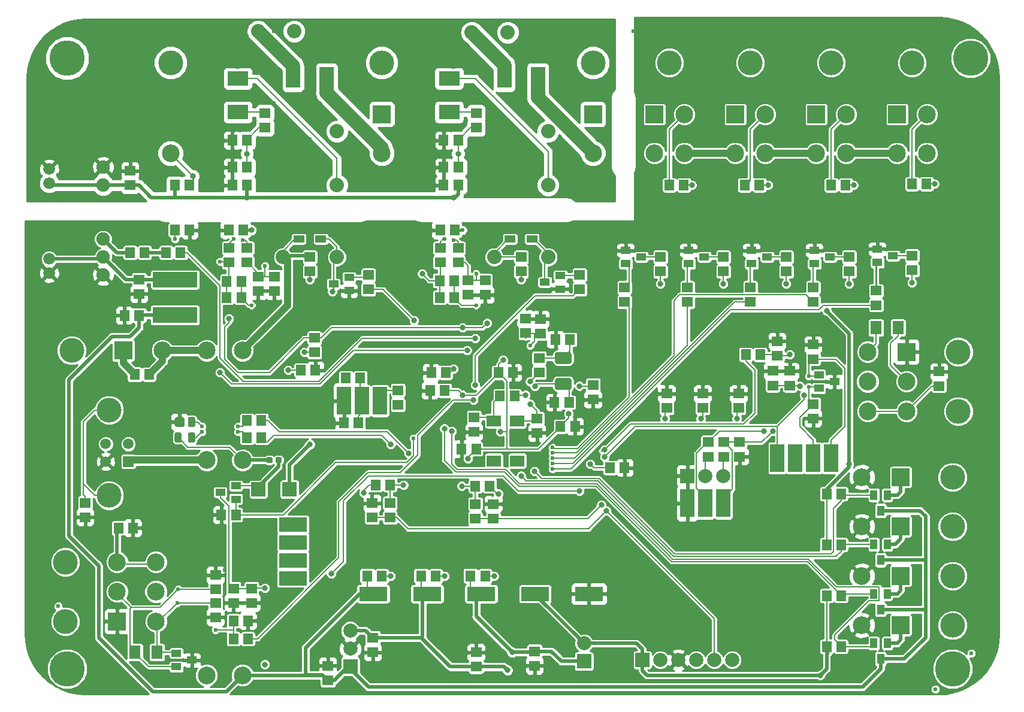
<source format=gbr>
G04 #@! TF.GenerationSoftware,KiCad,Pcbnew,5.0.2-bee76a0~70~ubuntu18.04.1*
G04 #@! TF.CreationDate,2019-01-12T17:32:51-05:00*
G04 #@! TF.ProjectId,Master_Board,4d617374-6572-45f4-926f-6172642e6b69,rev?*
G04 #@! TF.SameCoordinates,Original*
G04 #@! TF.FileFunction,Copper,L2,Bot*
G04 #@! TF.FilePolarity,Positive*
%FSLAX46Y46*%
G04 Gerber Fmt 4.6, Leading zero omitted, Abs format (unit mm)*
G04 Created by KiCad (PCBNEW 5.0.2-bee76a0~70~ubuntu18.04.1) date Sat 12 Jan 2019 05:32:51 PM EST*
%MOMM*%
%LPD*%
G01*
G04 APERTURE LIST*
G04 #@! TA.AperFunction,ComponentPad*
%ADD10C,1.905000*%
G04 #@! TD*
G04 #@! TA.AperFunction,ComponentPad*
%ADD11C,2.032000*%
G04 #@! TD*
G04 #@! TA.AperFunction,SMDPad,CuDef*
%ADD12R,1.400000X1.500000*%
G04 #@! TD*
G04 #@! TA.AperFunction,SMDPad,CuDef*
%ADD13R,1.500000X1.400000*%
G04 #@! TD*
G04 #@! TA.AperFunction,ComponentPad*
%ADD14C,1.676400*%
G04 #@! TD*
G04 #@! TA.AperFunction,SMDPad,CuDef*
%ADD15R,1.400000X1.000000*%
G04 #@! TD*
G04 #@! TA.AperFunction,SMDPad,CuDef*
%ADD16R,2.000000X3.000000*%
G04 #@! TD*
G04 #@! TA.AperFunction,SMDPad,CuDef*
%ADD17R,1.500000X1.000000*%
G04 #@! TD*
G04 #@! TA.AperFunction,SMDPad,CuDef*
%ADD18R,3.000000X2.000000*%
G04 #@! TD*
G04 #@! TA.AperFunction,ComponentPad*
%ADD19C,2.500000*%
G04 #@! TD*
G04 #@! TA.AperFunction,ComponentPad*
%ADD20C,3.508000*%
G04 #@! TD*
G04 #@! TA.AperFunction,ComponentPad*
%ADD21R,2.500000X2.500000*%
G04 #@! TD*
G04 #@! TA.AperFunction,ComponentPad*
%ADD22C,2.000000*%
G04 #@! TD*
G04 #@! TA.AperFunction,ComponentPad*
%ADD23R,2.000000X2.000000*%
G04 #@! TD*
G04 #@! TA.AperFunction,SMDPad,CuDef*
%ADD24R,6.300000X2.200000*%
G04 #@! TD*
G04 #@! TA.AperFunction,SMDPad,CuDef*
%ADD25R,1.000000X1.400000*%
G04 #@! TD*
G04 #@! TA.AperFunction,SMDPad,CuDef*
%ADD26R,1.600000X1.900000*%
G04 #@! TD*
G04 #@! TA.AperFunction,ComponentPad*
%ADD27R,2.000000X4.000000*%
G04 #@! TD*
G04 #@! TA.AperFunction,ComponentPad*
%ADD28R,4.000000X2.000000*%
G04 #@! TD*
G04 #@! TA.AperFunction,SMDPad,CuDef*
%ADD29R,2.000000X1.600000*%
G04 #@! TD*
G04 #@! TA.AperFunction,Conductor*
%ADD30C,0.100000*%
G04 #@! TD*
G04 #@! TA.AperFunction,SMDPad,CuDef*
%ADD31C,0.850000*%
G04 #@! TD*
G04 #@! TA.AperFunction,SMDPad,CuDef*
%ADD32C,1.700000*%
G04 #@! TD*
G04 #@! TA.AperFunction,ComponentPad*
%ADD33C,5.000000*%
G04 #@! TD*
G04 #@! TA.AperFunction,SMDPad,CuDef*
%ADD34C,1.400000*%
G04 #@! TD*
G04 #@! TA.AperFunction,SMDPad,CuDef*
%ADD35C,1.000000*%
G04 #@! TD*
G04 #@! TA.AperFunction,SMDPad,CuDef*
%ADD36R,2.000000X2.000000*%
G04 #@! TD*
G04 #@! TA.AperFunction,ComponentPad*
%ADD37C,1.500000*%
G04 #@! TD*
G04 #@! TA.AperFunction,ComponentPad*
%ADD38R,1.500000X1.500000*%
G04 #@! TD*
G04 #@! TA.AperFunction,ComponentPad*
%ADD39C,3.500000*%
G04 #@! TD*
G04 #@! TA.AperFunction,ViaPad*
%ADD40C,0.800000*%
G04 #@! TD*
G04 #@! TA.AperFunction,ViaPad*
%ADD41C,0.600000*%
G04 #@! TD*
G04 #@! TA.AperFunction,Conductor*
%ADD42C,0.203200*%
G04 #@! TD*
G04 #@! TA.AperFunction,Conductor*
%ADD43C,0.508000*%
G04 #@! TD*
G04 #@! TA.AperFunction,Conductor*
%ADD44C,0.400000*%
G04 #@! TD*
G04 #@! TA.AperFunction,Conductor*
%ADD45C,1.000000*%
G04 #@! TD*
G04 #@! TA.AperFunction,Conductor*
%ADD46C,2.000000*%
G04 #@! TD*
G04 #@! TA.AperFunction,Conductor*
%ADD47C,0.254000*%
G04 #@! TD*
G04 APERTURE END LIST*
D10*
G04 #@! TO.P,U902,1*
G04 #@! TO.N,DGND*
X94742000Y-74168000D03*
G04 #@! TO.P,U902,2*
G04 #@! TO.N,Net-(C907-Pad1)*
X94742000Y-71628000D03*
G04 #@! TO.P,U902,3*
G04 #@! TO.N,Net-(D903-Pad1)*
X94742000Y-69088000D03*
G04 #@! TO.P,U902,6*
G04 #@! TO.N,5V_HP*
X94742000Y-61468000D03*
G04 #@! TO.P,U902,7*
G04 #@! TO.N,AGND*
X94742000Y-58928000D03*
G04 #@! TD*
D11*
G04 #@! TO.P,R701,1*
G04 #@! TO.N,Net-(D701-Pad1)*
X116652000Y-39698184D03*
G04 #@! TO.P,R701,2*
G04 #@! TO.N,Net-(R701-Pad2)*
X121732000Y-39698184D03*
G04 #@! TD*
G04 #@! TO.P,R702,1*
G04 #@! TO.N,Net-(D702-Pad1)*
X146812000Y-39878000D03*
G04 #@! TO.P,R702,2*
G04 #@! TO.N,Net-(R702-Pad2)*
X151892000Y-39878000D03*
G04 #@! TD*
D12*
G04 #@! TO.P,C201,2*
G04 #@! TO.N,Net-(C201-Pad2)*
X160708980Y-83286638D03*
G04 #@! TO.P,C201,1*
G04 #@! TO.N,DGND*
X158658980Y-83286638D03*
G04 #@! TD*
D13*
G04 #@! TO.P,C202,2*
G04 #@! TO.N,DGND*
X132738116Y-106404511D03*
G04 #@! TO.P,C202,1*
G04 #@! TO.N,/NRST*
X132738116Y-108454511D03*
G04 #@! TD*
D12*
G04 #@! TO.P,C203,2*
G04 #@! TO.N,DGND*
X158513980Y-92176638D03*
G04 #@! TO.P,C203,1*
G04 #@! TO.N,Net-(C203-Pad1)*
X160563980Y-92176638D03*
G04 #@! TD*
D13*
G04 #@! TO.P,C204,2*
G04 #@! TO.N,Net-(C204-Pad2)*
X147152645Y-94292319D03*
G04 #@! TO.P,C204,1*
G04 #@! TO.N,DGND*
X147152645Y-96342319D03*
G04 #@! TD*
G04 #@! TO.P,C205,2*
G04 #@! TO.N,/STM32F446/PA3_RX*
X184673815Y-97795908D03*
G04 #@! TO.P,C205,1*
G04 #@! TO.N,DGND*
X184673815Y-99845908D03*
G04 #@! TD*
G04 #@! TO.P,C206,2*
G04 #@! TO.N,VDD*
X154432000Y-82388184D03*
G04 #@! TO.P,C206,1*
G04 #@! TO.N,DGND*
X154432000Y-80338184D03*
G04 #@! TD*
G04 #@! TO.P,C207,2*
G04 #@! TO.N,VDD*
X156508966Y-82458111D03*
G04 #@! TO.P,C207,1*
G04 #@! TO.N,DGND*
X156508966Y-80408111D03*
G04 #@! TD*
G04 #@! TO.P,C208,2*
G04 #@! TO.N,DGND*
X156042645Y-96487319D03*
G04 #@! TO.P,C208,1*
G04 #@! TO.N,Net-(C208-Pad1)*
X156042645Y-94437319D03*
G04 #@! TD*
G04 #@! TO.P,C209,2*
G04 #@! TO.N,/VBat*
X163957000Y-89718184D03*
G04 #@! TO.P,C209,1*
G04 #@! TO.N,DGND*
X163957000Y-91768184D03*
G04 #@! TD*
D12*
G04 #@! TO.P,C210,2*
G04 #@! TO.N,DGND*
X152672000Y-87958184D03*
G04 #@! TO.P,C210,1*
G04 #@! TO.N,VDD*
X150622000Y-87958184D03*
G04 #@! TD*
G04 #@! TO.P,C211,2*
G04 #@! TO.N,VDD*
X159367000Y-95578184D03*
G04 #@! TO.P,C211,1*
G04 #@! TO.N,DGND*
X161417000Y-95578184D03*
G04 #@! TD*
G04 #@! TO.P,C212,2*
G04 #@! TO.N,/STM32F446/PA10_RX*
X130828000Y-95070184D03*
G04 #@! TO.P,C212,1*
G04 #@! TO.N,DGND*
X128778000Y-95070184D03*
G04 #@! TD*
G04 #@! TO.P,C213,2*
G04 #@! TO.N,Net-(C213-Pad2)*
X143147000Y-87958184D03*
G04 #@! TO.P,C213,1*
G04 #@! TO.N,DGND*
X141097000Y-87958184D03*
G04 #@! TD*
G04 #@! TO.P,C214,2*
G04 #@! TO.N,DGND*
X140952000Y-90498184D03*
G04 #@! TO.P,C214,1*
G04 #@! TO.N,VDD*
X143002000Y-90498184D03*
G04 #@! TD*
G04 #@! TO.P,C215,2*
G04 #@! TO.N,DGND*
X145397000Y-98753184D03*
G04 #@! TO.P,C215,1*
G04 #@! TO.N,VDD*
X147447000Y-98753184D03*
G04 #@! TD*
D13*
G04 #@! TO.P,C216,2*
G04 #@! TO.N,DGND*
X149865035Y-106541648D03*
G04 #@! TO.P,C216,1*
G04 #@! TO.N,/STM32F446/USER_BTN*
X149865035Y-108591648D03*
G04 #@! TD*
G04 #@! TO.P,C301,2*
G04 #@! TO.N,12V*
X126492000Y-131463000D03*
G04 #@! TO.P,C301,1*
G04 #@! TO.N,DGND*
X126492000Y-129413000D03*
G04 #@! TD*
G04 #@! TO.P,C302,2*
G04 #@! TO.N,5V*
X132842000Y-125458000D03*
G04 #@! TO.P,C302,1*
G04 #@! TO.N,DGND*
X132842000Y-127508000D03*
G04 #@! TD*
G04 #@! TO.P,C303,2*
G04 #@! TO.N,5V*
X147447000Y-129558000D03*
G04 #@! TO.P,C303,1*
G04 #@! TO.N,DGND*
X147447000Y-127508000D03*
G04 #@! TD*
G04 #@! TO.P,C304,2*
G04 #@! TO.N,3.3V*
X155702000Y-127363000D03*
G04 #@! TO.P,C304,1*
G04 #@! TO.N,DGND*
X155702000Y-129413000D03*
G04 #@! TD*
G04 #@! TO.P,C401,2*
G04 #@! TO.N,Net-(C401-Pad2)*
X189992000Y-85563184D03*
G04 #@! TO.P,C401,1*
G04 #@! TO.N,DGND*
X189992000Y-83513184D03*
G04 #@! TD*
G04 #@! TO.P,C402,2*
G04 #@! TO.N,VDD*
X189357000Y-89780212D03*
G04 #@! TO.P,C402,1*
G04 #@! TO.N,DGND*
X189357000Y-87730212D03*
G04 #@! TD*
G04 #@! TO.P,C403,2*
G04 #@! TO.N,VDD*
X191791554Y-89780212D03*
G04 #@! TO.P,C403,1*
G04 #@! TO.N,DGND*
X191791554Y-87730212D03*
G04 #@! TD*
G04 #@! TO.P,C404,2*
G04 #@! TO.N,DGND*
X195072000Y-94453184D03*
G04 #@! TO.P,C404,1*
G04 #@! TO.N,/CAN1/CAN_N*
X195072000Y-92403184D03*
G04 #@! TD*
G04 #@! TO.P,C405,2*
G04 #@! TO.N,DGND*
X195072000Y-84003184D03*
G04 #@! TO.P,C405,1*
G04 #@! TO.N,/CAN1/CAN_P*
X195072000Y-86053184D03*
G04 #@! TD*
D12*
G04 #@! TO.P,C501,2*
G04 #@! TO.N,DGND*
X115207000Y-123063000D03*
G04 #@! TO.P,C501,1*
G04 #@! TO.N,Net-(C501-Pad1)*
X113157000Y-123063000D03*
G04 #@! TD*
D13*
G04 #@! TO.P,C502,2*
G04 #@! TO.N,VDD*
X113157000Y-118473000D03*
G04 #@! TO.P,C502,1*
G04 #@! TO.N,DGND*
X113157000Y-120523000D03*
G04 #@! TD*
G04 #@! TO.P,C503,2*
G04 #@! TO.N,VDD*
X115697000Y-118473000D03*
G04 #@! TO.P,C503,1*
G04 #@! TO.N,DGND*
X115697000Y-120523000D03*
G04 #@! TD*
G04 #@! TO.P,C504,2*
G04 #@! TO.N,DGND*
X110617000Y-122573000D03*
G04 #@! TO.P,C504,1*
G04 #@! TO.N,/CAN2/CAN2_H*
X110617000Y-120523000D03*
G04 #@! TD*
G04 #@! TO.P,C505,2*
G04 #@! TO.N,DGND*
X110617000Y-116568000D03*
G04 #@! TO.P,C505,1*
G04 #@! TO.N,/CAN2/CAN2_L*
X110617000Y-118618000D03*
G04 #@! TD*
D12*
G04 #@! TO.P,C901,2*
G04 #@! TO.N,AGND*
X113012000Y-58928000D03*
G04 #@! TO.P,C901,1*
G04 #@! TO.N,Net-(C901-Pad1)*
X115062000Y-58928000D03*
G04 #@! TD*
G04 #@! TO.P,C902,2*
G04 #@! TO.N,AGND*
X142857000Y-58928000D03*
G04 #@! TO.P,C902,1*
G04 #@! TO.N,Net-(C902-Pad1)*
X144907000Y-58928000D03*
G04 #@! TD*
D14*
G04 #@! TO.P,C903,1*
G04 #@! TO.N,5V_HP*
X87122000Y-61198000D03*
G04 #@! TO.P,C903,2*
G04 #@! TO.N,AGND*
X87122000Y-59198000D03*
G04 #@! TD*
D12*
G04 #@! TO.P,C904,2*
G04 #@! TO.N,5V_HP*
X115062000Y-61468000D03*
G04 #@! TO.P,C904,1*
G04 #@! TO.N,AGND*
X113012000Y-61468000D03*
G04 #@! TD*
G04 #@! TO.P,C905,2*
G04 #@! TO.N,5V_HP*
X144907000Y-61468000D03*
G04 #@! TO.P,C905,1*
G04 #@! TO.N,AGND*
X142857000Y-61468000D03*
G04 #@! TD*
D13*
G04 #@! TO.P,C906,2*
G04 #@! TO.N,AGND*
X98552000Y-59418000D03*
G04 #@! TO.P,C906,1*
G04 #@! TO.N,5V_HP*
X98552000Y-61468000D03*
G04 #@! TD*
G04 #@! TO.P,C907,2*
G04 #@! TO.N,DGND*
X99822000Y-76853000D03*
G04 #@! TO.P,C907,1*
G04 #@! TO.N,Net-(C907-Pad1)*
X99822000Y-74803000D03*
G04 #@! TD*
D12*
G04 #@! TO.P,C908,2*
G04 #@! TO.N,5V*
X114572000Y-67818000D03*
G04 #@! TO.P,C908,1*
G04 #@! TO.N,DGND*
X112522000Y-67818000D03*
G04 #@! TD*
G04 #@! TO.P,C909,2*
G04 #@! TO.N,5V*
X144417000Y-67818000D03*
G04 #@! TO.P,C909,1*
G04 #@! TO.N,DGND*
X142367000Y-67818000D03*
G04 #@! TD*
D14*
G04 #@! TO.P,C910,1*
G04 #@! TO.N,Net-(C907-Pad1)*
X87122000Y-71898000D03*
G04 #@! TO.P,C910,2*
G04 #@! TO.N,DGND*
X87122000Y-73898000D03*
G04 #@! TD*
D12*
G04 #@! TO.P,C911,2*
G04 #@! TO.N,DGND*
X97772000Y-79883000D03*
G04 #@! TO.P,C911,1*
G04 #@! TO.N,12V*
X99822000Y-79883000D03*
G04 #@! TD*
G04 #@! TO.P,C912,2*
G04 #@! TO.N,Net-(C912-Pad2)*
X142313317Y-74954153D03*
G04 #@! TO.P,C912,1*
G04 #@! TO.N,/PA4*
X144363317Y-74954153D03*
G04 #@! TD*
G04 #@! TO.P,C913,2*
G04 #@! TO.N,/PA6*
X114258431Y-75046929D03*
G04 #@! TO.P,C913,1*
G04 #@! TO.N,Net-(C913-Pad1)*
X112208431Y-75046929D03*
G04 #@! TD*
D13*
G04 #@! TO.P,C914,2*
G04 #@! TO.N,Net-(C914-Pad2)*
X148717000Y-74923098D03*
G04 #@! TO.P,C914,1*
G04 #@! TO.N,DGND*
X148717000Y-76973098D03*
G04 #@! TD*
G04 #@! TO.P,C915,2*
G04 #@! TO.N,Net-(C915-Pad2)*
X116650023Y-74377967D03*
G04 #@! TO.P,C915,1*
G04 #@! TO.N,DGND*
X116650023Y-76427967D03*
G04 #@! TD*
D15*
G04 #@! TO.P,D401,1*
G04 #@! TO.N,/CAN1/CAN_N*
X195877000Y-90178184D03*
G04 #@! TO.P,D401,2*
G04 #@! TO.N,/CAN1/CAN_P*
X195877000Y-88278184D03*
G04 #@! TO.P,D401,3*
G04 #@! TO.N,DGND*
X198077000Y-89228184D03*
G04 #@! TD*
G04 #@! TO.P,D501,1*
G04 #@! TO.N,/CAN2/CAN2_L*
X105072000Y-129548184D03*
G04 #@! TO.P,D501,2*
G04 #@! TO.N,/CAN2/CAN2_H*
X105072000Y-127648184D03*
G04 #@! TO.P,D501,3*
G04 #@! TO.N,DGND*
X107272000Y-128598184D03*
G04 #@! TD*
D16*
G04 #@! TO.P,D701,2*
G04 #@! TO.N,/HV_Mppt+*
X126327000Y-46228000D03*
G04 #@! TO.P,D701,1*
G04 #@! TO.N,Net-(D701-Pad1)*
X121577000Y-46228000D03*
G04 #@! TD*
G04 #@! TO.P,D702,2*
G04 #@! TO.N,/HV_High_Side+*
X156172000Y-46228000D03*
G04 #@! TO.P,D702,1*
G04 #@! TO.N,Net-(D702-Pad1)*
X151422000Y-46228000D03*
G04 #@! TD*
D17*
G04 #@! TO.P,D703,2*
G04 #@! TO.N,Net-(D703-Pad2)*
X155347000Y-69088000D03*
G04 #@! TO.P,D703,1*
G04 #@! TO.N,/12V_Mush*
X152247000Y-69088000D03*
G04 #@! TD*
G04 #@! TO.P,D704,2*
G04 #@! TO.N,Net-(D704-Pad2)*
X125502000Y-69088000D03*
G04 #@! TO.P,D704,1*
G04 #@! TO.N,/12V_Mush*
X122402000Y-69088000D03*
G04 #@! TD*
D18*
G04 #@! TO.P,D901,2*
G04 #@! TO.N,/HV_Mppt-*
X113792000Y-46393000D03*
G04 #@! TO.P,D901,1*
G04 #@! TO.N,/Voltage Sense/MPPT-HV+*
X113792000Y-51143000D03*
G04 #@! TD*
G04 #@! TO.P,D902,2*
G04 #@! TO.N,/HV_High_Side-*
X143637000Y-46393000D03*
G04 #@! TO.P,D902,1*
G04 #@! TO.N,/Voltage Sense/BP-HV+*
X143637000Y-51143000D03*
G04 #@! TD*
D12*
G04 #@! TO.P,D903,2*
G04 #@! TO.N,Net-(D903-Pad2)*
X100602000Y-70993000D03*
G04 #@! TO.P,D903,1*
G04 #@! TO.N,Net-(D903-Pad1)*
X98552000Y-70993000D03*
G04 #@! TD*
D19*
G04 #@! TO.P,F301,2*
G04 #@! TO.N,12V*
X114427000Y-130757184D03*
G04 #@! TO.P,F301,1*
G04 #@! TO.N,CAN_PWR*
X109347000Y-130757184D03*
G04 #@! TD*
G04 #@! TO.P,F601,2*
G04 #@! TO.N,/12V_Mush*
X114427000Y-84836000D03*
G04 #@! TO.P,F601,1*
G04 #@! TO.N,Net-(F601-Pad1)*
X109347000Y-84836000D03*
G04 #@! TD*
G04 #@! TO.P,F1001,2*
G04 #@! TO.N,Net-(D1001-Pad4)*
X114427000Y-100330000D03*
G04 #@! TO.P,F1001,1*
G04 #@! TO.N,Net-(F1001-Pad1)*
X109347000Y-100330000D03*
G04 #@! TD*
D20*
G04 #@! TO.P,J101,3*
G04 #@! TO.N,N/C*
X104267000Y-44143184D03*
D21*
G04 #@! TO.P,J101,1*
G04 #@! TO.N,AGND*
X104267000Y-51443184D03*
D19*
G04 #@! TO.P,J101,2*
G04 #@! TO.N,/HV_Low_Side+*
X104267000Y-56943184D03*
G04 #@! TD*
D20*
G04 #@! TO.P,J102,3*
G04 #@! TO.N,N/C*
X134112000Y-44143184D03*
D21*
G04 #@! TO.P,J102,1*
G04 #@! TO.N,/HV_Mppt-*
X134112000Y-51443184D03*
D19*
G04 #@! TO.P,J102,2*
G04 #@! TO.N,/HV_Mppt+*
X134112000Y-56943184D03*
G04 #@! TD*
D20*
G04 #@! TO.P,J103,3*
G04 #@! TO.N,N/C*
X163957000Y-44143184D03*
D21*
G04 #@! TO.P,J103,1*
G04 #@! TO.N,/HV_High_Side-*
X163957000Y-51443184D03*
D19*
G04 #@! TO.P,J103,2*
G04 #@! TO.N,/HV_High_Side+*
X163957000Y-56943184D03*
G04 #@! TD*
D22*
G04 #@! TO.P,J201,3*
G04 #@! TO.N,/STM32F446/USART2_RX*
X182372000Y-102563184D03*
G04 #@! TO.P,J201,2*
G04 #@! TO.N,/STM32F446/USART2_TX*
X179832000Y-102563184D03*
D23*
G04 #@! TO.P,J201,1*
G04 #@! TO.N,DGND*
X177292000Y-102563184D03*
G04 #@! TD*
D22*
G04 #@! TO.P,J202,6*
G04 #@! TO.N,/STM32F446/SWO*
X183642000Y-128598184D03*
G04 #@! TO.P,J202,5*
G04 #@! TO.N,/NRST*
X181102000Y-128598184D03*
G04 #@! TO.P,J202,4*
G04 #@! TO.N,/STM32F446/SWDIO*
X178562000Y-128598184D03*
G04 #@! TO.P,J202,3*
G04 #@! TO.N,DGND*
X176022000Y-128598184D03*
G04 #@! TO.P,J202,2*
G04 #@! TO.N,/STM32F446/SWCLK*
X173482000Y-128598184D03*
D23*
G04 #@! TO.P,J202,1*
G04 #@! TO.N,VDD*
X170942000Y-128598184D03*
G04 #@! TD*
D22*
G04 #@! TO.P,J301,2*
G04 #@! TO.N,VDD*
X162687000Y-126238000D03*
D23*
G04 #@! TO.P,J301,1*
G04 #@! TO.N,3.3V*
X162687000Y-128778000D03*
G04 #@! TD*
D20*
G04 #@! TO.P,J401,7*
G04 #@! TO.N,N/C*
X215583600Y-85028184D03*
X215583600Y-85028184D03*
X215583600Y-85028184D03*
X215583600Y-85028184D03*
D21*
G04 #@! TO.P,J401,1*
G04 #@! TO.N,DGND*
X208283600Y-85028184D03*
X208283600Y-85028184D03*
X208283600Y-85028184D03*
D19*
G04 #@! TO.P,J401,6*
G04 #@! TO.N,/CAN1/Shield1*
X202783600Y-93428184D03*
X202783600Y-93428184D03*
X202783600Y-93428184D03*
G04 #@! TO.P,J401,5*
G04 #@! TO.N,CAN_PWR*
X202783600Y-89228184D03*
G04 #@! TO.P,J401,6*
G04 #@! TO.N,/CAN1/Shield1*
X202783600Y-93428184D03*
G04 #@! TO.P,J401,5*
G04 #@! TO.N,CAN_PWR*
X202783600Y-89228184D03*
X202783600Y-89228184D03*
X202783600Y-89228184D03*
G04 #@! TO.P,J401,4*
G04 #@! TO.N,/CAN1/CAN_P*
X202783600Y-85028184D03*
X202783600Y-85028184D03*
X202783600Y-85028184D03*
X202783600Y-85028184D03*
G04 #@! TO.P,J401,2*
G04 #@! TO.N,/CAN1/CAN_N*
X208283600Y-89228184D03*
X208283600Y-89228184D03*
X208283600Y-89228184D03*
X208283600Y-89228184D03*
D21*
G04 #@! TO.P,J401,1*
G04 #@! TO.N,DGND*
X208283600Y-85028184D03*
D20*
G04 #@! TO.P,J401,8*
G04 #@! TO.N,N/C*
X215583600Y-93428184D03*
X215583600Y-93428184D03*
D19*
G04 #@! TO.P,J401,3*
G04 #@! TO.N,/CAN1/Shield1*
X208283600Y-93428184D03*
D20*
G04 #@! TO.P,J401,8*
G04 #@! TO.N,N/C*
X215583600Y-93428184D03*
X215583600Y-93428184D03*
D19*
G04 #@! TO.P,J401,3*
G04 #@! TO.N,/CAN1/Shield1*
X208283600Y-93428184D03*
X208283600Y-93428184D03*
X208283600Y-93428184D03*
G04 #@! TO.P,J401,6*
X202783600Y-93428184D03*
G04 #@! TO.P,J401,5*
G04 #@! TO.N,CAN_PWR*
X202783600Y-89228184D03*
G04 #@! TO.P,J401,6*
G04 #@! TO.N,/CAN1/Shield1*
X202783600Y-93428184D03*
G04 #@! TO.P,J401,4*
G04 #@! TO.N,/CAN1/CAN_P*
X202783600Y-85028184D03*
G04 #@! TO.P,J401,5*
G04 #@! TO.N,CAN_PWR*
X202783600Y-89228184D03*
G04 #@! TO.P,J401,2*
G04 #@! TO.N,/CAN1/CAN_N*
X208283600Y-89228184D03*
X208283600Y-89228184D03*
D21*
G04 #@! TO.P,J401,1*
G04 #@! TO.N,DGND*
X208283600Y-85028184D03*
D19*
G04 #@! TO.P,J401,4*
G04 #@! TO.N,/CAN1/CAN_P*
X202783600Y-85028184D03*
D21*
G04 #@! TO.P,J401,1*
G04 #@! TO.N,DGND*
X208283600Y-85028184D03*
D19*
G04 #@! TO.P,J401,3*
G04 #@! TO.N,/CAN1/Shield1*
X208283600Y-93428184D03*
D20*
G04 #@! TO.P,J401,8*
G04 #@! TO.N,N/C*
X215583600Y-93428184D03*
D19*
G04 #@! TO.P,J401,3*
G04 #@! TO.N,/CAN1/Shield1*
X208283600Y-93428184D03*
D20*
G04 #@! TO.P,J401,8*
G04 #@! TO.N,N/C*
X215583600Y-93428184D03*
G04 #@! TO.P,J401,7*
X215583600Y-85028184D03*
X215583600Y-85028184D03*
X215583600Y-85028184D03*
D19*
G04 #@! TO.P,J401,2*
G04 #@! TO.N,/CAN1/CAN_N*
X208283600Y-89228184D03*
D21*
G04 #@! TO.P,J401,1*
G04 #@! TO.N,DGND*
X208283600Y-85028184D03*
D19*
G04 #@! TO.P,J401,4*
G04 #@! TO.N,/CAN1/CAN_P*
X202783600Y-85028184D03*
G04 #@! TO.P,J401,5*
G04 #@! TO.N,CAN_PWR*
X202783600Y-89228184D03*
G04 #@! TO.P,J401,6*
G04 #@! TO.N,/CAN1/Shield1*
X202783600Y-93428184D03*
D20*
G04 #@! TO.P,J401,8*
G04 #@! TO.N,N/C*
X215583600Y-93428184D03*
D19*
G04 #@! TO.P,J401,3*
G04 #@! TO.N,/CAN1/Shield1*
X208283600Y-93428184D03*
D20*
G04 #@! TO.P,J401,7*
G04 #@! TO.N,N/C*
X215583600Y-85028184D03*
D19*
G04 #@! TO.P,J401,3*
G04 #@! TO.N,/CAN1/Shield1*
X208283600Y-93428184D03*
G04 #@! TO.P,J401,2*
G04 #@! TO.N,/CAN1/CAN_N*
X208283600Y-89228184D03*
D21*
G04 #@! TO.P,J401,1*
G04 #@! TO.N,DGND*
X208283600Y-85028184D03*
D19*
G04 #@! TO.P,J401,4*
G04 #@! TO.N,/CAN1/CAN_P*
X202783600Y-85028184D03*
G04 #@! TO.P,J401,5*
G04 #@! TO.N,CAN_PWR*
X202783600Y-89228184D03*
G04 #@! TO.P,J401,6*
G04 #@! TO.N,/CAN1/Shield1*
X202783600Y-93428184D03*
D20*
G04 #@! TO.P,J401,8*
G04 #@! TO.N,N/C*
X215583600Y-93428184D03*
G04 #@! TD*
G04 #@! TO.P,J601,5*
G04 #@! TO.N,N/C*
X174752000Y-44143184D03*
D19*
G04 #@! TO.P,J601,4*
G04 #@! TO.N,Net-(J601-Pad3)*
X176852000Y-56943184D03*
G04 #@! TO.P,J601,3*
X172652000Y-56943184D03*
G04 #@! TO.P,J601,2*
G04 #@! TO.N,Net-(J601-Pad2)*
X176852000Y-51443184D03*
D21*
G04 #@! TO.P,J601,1*
G04 #@! TO.N,Net-(J601-Pad1)*
X172652000Y-51443184D03*
G04 #@! TD*
D20*
G04 #@! TO.P,J602,5*
G04 #@! TO.N,N/C*
X197612000Y-44143184D03*
D19*
G04 #@! TO.P,J602,4*
G04 #@! TO.N,Net-(J601-Pad3)*
X199712000Y-56943184D03*
G04 #@! TO.P,J602,3*
X195512000Y-56943184D03*
G04 #@! TO.P,J602,2*
G04 #@! TO.N,Net-(J602-Pad2)*
X199712000Y-51443184D03*
D21*
G04 #@! TO.P,J602,1*
G04 #@! TO.N,Net-(J602-Pad1)*
X195512000Y-51443184D03*
G04 #@! TD*
D20*
G04 #@! TO.P,J603,5*
G04 #@! TO.N,N/C*
X186182000Y-44143184D03*
D19*
G04 #@! TO.P,J603,4*
G04 #@! TO.N,Net-(J601-Pad3)*
X188282000Y-56943184D03*
G04 #@! TO.P,J603,3*
X184082000Y-56943184D03*
G04 #@! TO.P,J603,2*
G04 #@! TO.N,Net-(J603-Pad2)*
X188282000Y-51443184D03*
D21*
G04 #@! TO.P,J603,1*
G04 #@! TO.N,Net-(J603-Pad1)*
X184082000Y-51443184D03*
G04 #@! TD*
D20*
G04 #@! TO.P,J605,3*
G04 #@! TO.N,N/C*
X90297000Y-84836000D03*
D21*
G04 #@! TO.P,J605,1*
G04 #@! TO.N,CAN_PWR*
X97597000Y-84836000D03*
D19*
G04 #@! TO.P,J605,2*
G04 #@! TO.N,Net-(F601-Pad1)*
X103097000Y-84836000D03*
G04 #@! TD*
D20*
G04 #@! TO.P,J801,3*
G04 #@! TO.N,N/C*
X214757000Y-102743000D03*
D21*
G04 #@! TO.P,J801,1*
G04 #@! TO.N,Net-(J801-Pad1)*
X207457000Y-102743000D03*
D19*
G04 #@! TO.P,J801,2*
G04 #@! TO.N,DGND*
X201957000Y-102743000D03*
G04 #@! TD*
D20*
G04 #@! TO.P,J802,3*
G04 #@! TO.N,N/C*
X214757000Y-109728000D03*
D21*
G04 #@! TO.P,J802,1*
G04 #@! TO.N,Net-(J802-Pad1)*
X207457000Y-109728000D03*
D19*
G04 #@! TO.P,J802,2*
G04 #@! TO.N,DGND*
X201957000Y-109728000D03*
G04 #@! TD*
D20*
G04 #@! TO.P,J803,3*
G04 #@! TO.N,N/C*
X214757000Y-116713000D03*
D21*
G04 #@! TO.P,J803,1*
G04 #@! TO.N,Net-(J803-Pad1)*
X207457000Y-116713000D03*
D19*
G04 #@! TO.P,J803,2*
G04 #@! TO.N,DGND*
X201957000Y-116713000D03*
G04 #@! TD*
D20*
G04 #@! TO.P,J804,3*
G04 #@! TO.N,N/C*
X214757000Y-123698000D03*
D21*
G04 #@! TO.P,J804,1*
G04 #@! TO.N,Net-(J804-Pad1)*
X207457000Y-123698000D03*
D19*
G04 #@! TO.P,J804,2*
G04 #@! TO.N,DGND*
X201957000Y-123698000D03*
G04 #@! TD*
D24*
G04 #@! TO.P,L901,1*
G04 #@! TO.N,Net-(C907-Pad1)*
X104902000Y-74843000D03*
G04 #@! TO.P,L901,2*
G04 #@! TO.N,12V*
X104902000Y-79843000D03*
G04 #@! TD*
D15*
G04 #@! TO.P,Q601,1*
G04 #@! TO.N,Net-(Q601-Pad1)*
X168572000Y-72578000D03*
G04 #@! TO.P,Q601,2*
G04 #@! TO.N,DGND*
X168572000Y-70678000D03*
G04 #@! TO.P,Q601,3*
G04 #@! TO.N,Net-(Q601-Pad3)*
X170772000Y-71628000D03*
G04 #@! TD*
G04 #@! TO.P,Q602,1*
G04 #@! TO.N,Net-(Q602-Pad1)*
X177462000Y-72578000D03*
G04 #@! TO.P,Q602,2*
G04 #@! TO.N,DGND*
X177462000Y-70678000D03*
G04 #@! TO.P,Q602,3*
G04 #@! TO.N,Net-(Q602-Pad3)*
X179662000Y-71628000D03*
G04 #@! TD*
G04 #@! TO.P,Q603,1*
G04 #@! TO.N,Net-(Q603-Pad1)*
X195242000Y-72578000D03*
G04 #@! TO.P,Q603,2*
G04 #@! TO.N,DGND*
X195242000Y-70678000D03*
G04 #@! TO.P,Q603,3*
G04 #@! TO.N,Net-(Q603-Pad3)*
X197442000Y-71628000D03*
G04 #@! TD*
G04 #@! TO.P,Q604,1*
G04 #@! TO.N,Net-(Q604-Pad1)*
X186352000Y-72578000D03*
G04 #@! TO.P,Q604,2*
G04 #@! TO.N,DGND*
X186352000Y-70678000D03*
G04 #@! TO.P,Q604,3*
G04 #@! TO.N,Net-(Q604-Pad3)*
X188552000Y-71628000D03*
G04 #@! TD*
G04 #@! TO.P,Q701,1*
G04 #@! TO.N,Net-(Q701-Pad1)*
X159342000Y-74236817D03*
G04 #@! TO.P,Q701,2*
G04 #@! TO.N,DGND*
X159342000Y-76136817D03*
G04 #@! TO.P,Q701,3*
G04 #@! TO.N,Net-(D703-Pad2)*
X157142000Y-75186817D03*
G04 #@! TD*
G04 #@! TO.P,Q702,1*
G04 #@! TO.N,Net-(Q702-Pad1)*
X129497000Y-74488000D03*
G04 #@! TO.P,Q702,2*
G04 #@! TO.N,DGND*
X129497000Y-76388000D03*
G04 #@! TO.P,Q702,3*
G04 #@! TO.N,Net-(D704-Pad2)*
X127297000Y-75438000D03*
G04 #@! TD*
D25*
G04 #@! TO.P,Q804,1*
G04 #@! TO.N,/PC7*
X203647000Y-126228184D03*
G04 #@! TO.P,Q804,2*
G04 #@! TO.N,Net-(J804-Pad1)*
X205547000Y-126228184D03*
G04 #@! TO.P,Q804,3*
G04 #@! TO.N,12V*
X204597000Y-128428184D03*
G04 #@! TD*
G04 #@! TO.P,Q801,1*
G04 #@! TO.N,/PB0*
X203647000Y-105273184D03*
G04 #@! TO.P,Q801,2*
G04 #@! TO.N,Net-(J801-Pad1)*
X205547000Y-105273184D03*
G04 #@! TO.P,Q801,3*
G04 #@! TO.N,12V*
X204597000Y-107473184D03*
G04 #@! TD*
G04 #@! TO.P,Q802,1*
G04 #@! TO.N,/PB1*
X203647000Y-112258184D03*
G04 #@! TO.P,Q802,2*
G04 #@! TO.N,Net-(J802-Pad1)*
X205547000Y-112258184D03*
G04 #@! TO.P,Q802,3*
G04 #@! TO.N,12V*
X204597000Y-114458184D03*
G04 #@! TD*
G04 #@! TO.P,Q803,1*
G04 #@! TO.N,/PC6*
X203647000Y-119243184D03*
G04 #@! TO.P,Q803,2*
G04 #@! TO.N,Net-(J803-Pad1)*
X205547000Y-119243184D03*
G04 #@! TO.P,Q803,3*
G04 #@! TO.N,12V*
X204597000Y-121443184D03*
G04 #@! TD*
D12*
G04 #@! TO.P,R201,2*
G04 #@! TO.N,VDD*
X133228116Y-103864511D03*
G04 #@! TO.P,R201,1*
G04 #@! TO.N,Net-(R201-Pad1)*
X135278116Y-103864511D03*
G04 #@! TD*
D13*
G04 #@! TO.P,R202,2*
G04 #@! TO.N,Net-(C201-Pad2)*
X156337000Y-85908184D03*
G04 #@! TO.P,R202,1*
G04 #@! TO.N,Net-(R202-Pad1)*
X156337000Y-87958184D03*
G04 #@! TD*
G04 #@! TO.P,R203,2*
G04 #@! TO.N,/NRST*
X135278116Y-108454511D03*
G04 #@! TO.P,R203,1*
G04 #@! TO.N,Net-(R201-Pad1)*
X135278116Y-106404511D03*
G04 #@! TD*
G04 #@! TO.P,R204,2*
G04 #@! TO.N,/STM32F446/PA3_RX*
X182451315Y-97795908D03*
G04 #@! TO.P,R204,1*
G04 #@! TO.N,/STM32F446/USART2_RX*
X182451315Y-99845908D03*
G04 #@! TD*
G04 #@! TO.P,R205,2*
G04 #@! TO.N,/STM32F446/PA2_TX*
X180228815Y-97795908D03*
G04 #@! TO.P,R205,1*
G04 #@! TO.N,/STM32F446/USART2_TX*
X180228815Y-99845908D03*
G04 #@! TD*
D12*
G04 #@! TO.P,R206,2*
G04 #@! TO.N,Net-(C204-Pad2)*
X150817645Y-91262319D03*
G04 #@! TO.P,R206,1*
G04 #@! TO.N,Net-(R206-Pad1)*
X152867645Y-91262319D03*
G04 #@! TD*
G04 #@! TO.P,R208,2*
G04 #@! TO.N,/STM32F446/PA10_RX*
X131082000Y-88720184D03*
G04 #@! TO.P,R208,1*
G04 #@! TO.N,/RS232_RX*
X129032000Y-88720184D03*
G04 #@! TD*
D13*
G04 #@! TO.P,R209,2*
G04 #@! TO.N,/STM32F446/PA9_TX*
X136398000Y-90480184D03*
G04 #@! TO.P,R209,1*
G04 #@! TO.N,/RS232_TX*
X136398000Y-92530184D03*
G04 #@! TD*
G04 #@! TO.P,R210,2*
G04 #@! TO.N,Net-(D201-Pad1)*
X184531000Y-92982000D03*
G04 #@! TO.P,R210,1*
G04 #@! TO.N,DGND*
X184531000Y-90932000D03*
G04 #@! TD*
G04 #@! TO.P,R211,2*
G04 #@! TO.N,Net-(D202-Pad1)*
X179451000Y-92982000D03*
G04 #@! TO.P,R211,1*
G04 #@! TO.N,DGND*
X179451000Y-90932000D03*
G04 #@! TD*
G04 #@! TO.P,R212,2*
G04 #@! TO.N,/STM32F446/USER_BTN*
X147325035Y-108591648D03*
G04 #@! TO.P,R212,1*
G04 #@! TO.N,Net-(R212-Pad1)*
X147325035Y-106541648D03*
G04 #@! TD*
D12*
G04 #@! TO.P,R213,2*
G04 #@! TO.N,VDD*
X149375035Y-104001648D03*
G04 #@! TO.P,R213,1*
G04 #@! TO.N,Net-(R212-Pad1)*
X147325035Y-104001648D03*
G04 #@! TD*
D13*
G04 #@! TO.P,R214,2*
G04 #@! TO.N,Net-(D203-Pad1)*
X174371000Y-92982000D03*
G04 #@! TO.P,R214,1*
G04 #@! TO.N,DGND*
X174371000Y-90932000D03*
G04 #@! TD*
D12*
G04 #@! TO.P,R207,2*
G04 #@! TO.N,/BOOT0*
X166352000Y-101420184D03*
G04 #@! TO.P,R207,1*
G04 #@! TO.N,DGND*
X168402000Y-101420184D03*
G04 #@! TD*
G04 #@! TO.P,R301,2*
G04 #@! TO.N,12V*
X132062000Y-116713000D03*
G04 #@! TO.P,R301,1*
G04 #@! TO.N,Net-(D301-Pad2)*
X134112000Y-116713000D03*
G04 #@! TD*
G04 #@! TO.P,R302,2*
G04 #@! TO.N,5V*
X139682000Y-116713000D03*
G04 #@! TO.P,R302,1*
G04 #@! TO.N,Net-(D302-Pad2)*
X141732000Y-116713000D03*
G04 #@! TD*
G04 #@! TO.P,R303,2*
G04 #@! TO.N,3.3V*
X146667000Y-116713000D03*
G04 #@! TO.P,R303,1*
G04 #@! TO.N,Net-(D303-Pad2)*
X148717000Y-116713000D03*
G04 #@! TD*
G04 #@! TO.P,R401,2*
G04 #@! TO.N,Net-(C401-Pad2)*
X187597000Y-85418184D03*
G04 #@! TO.P,R401,1*
G04 #@! TO.N,/PB9*
X185547000Y-85418184D03*
G04 #@! TD*
D26*
G04 #@! TO.P,R402,2*
G04 #@! TO.N,/CAN1/CAN_N*
X207062000Y-81608184D03*
G04 #@! TO.P,R402,1*
G04 #@! TO.N,/CAN1/CAN_P*
X203962000Y-81608184D03*
G04 #@! TD*
D13*
G04 #@! TO.P,R403,2*
G04 #@! TO.N,DGND*
X212852000Y-87813184D03*
G04 #@! TO.P,R403,1*
G04 #@! TO.N,/CAN1/Shield1*
X212852000Y-89863184D03*
G04 #@! TD*
D12*
G04 #@! TO.P,R501,2*
G04 #@! TO.N,Net-(C501-Pad1)*
X113157000Y-125603000D03*
G04 #@! TO.P,R501,1*
G04 #@! TO.N,/PB13*
X115207000Y-125603000D03*
G04 #@! TD*
D26*
G04 #@! TO.P,R502,2*
G04 #@! TO.N,/CAN2/CAN2_L*
X99262000Y-127508000D03*
G04 #@! TO.P,R502,1*
G04 #@! TO.N,/CAN2/CAN2_H*
X102362000Y-127508000D03*
G04 #@! TD*
D13*
G04 #@! TO.P,R601,2*
G04 #@! TO.N,Net-(Q601-Pad1)*
X168402000Y-75928000D03*
G04 #@! TO.P,R601,1*
G04 #@! TO.N,/PD2*
X168402000Y-77978000D03*
G04 #@! TD*
G04 #@! TO.P,R602,2*
G04 #@! TO.N,Net-(Q602-Pad1)*
X177292000Y-75928000D03*
G04 #@! TO.P,R602,1*
G04 #@! TO.N,/PC11*
X177292000Y-77978000D03*
G04 #@! TD*
G04 #@! TO.P,R603,2*
G04 #@! TO.N,Net-(Q603-Pad1)*
X195072000Y-75928000D03*
G04 #@! TO.P,R603,1*
G04 #@! TO.N,/PC12*
X195072000Y-77978000D03*
G04 #@! TD*
G04 #@! TO.P,R604,2*
G04 #@! TO.N,Net-(Q604-Pad1)*
X186182000Y-75928000D03*
G04 #@! TO.P,R604,1*
G04 #@! TO.N,/PC10*
X186182000Y-77978000D03*
G04 #@! TD*
G04 #@! TO.P,R606,2*
G04 #@! TO.N,Net-(R606-Pad2)*
X173482000Y-73678000D03*
G04 #@! TO.P,R606,1*
G04 #@! TO.N,Net-(Q601-Pad3)*
X173482000Y-71628000D03*
G04 #@! TD*
G04 #@! TO.P,R607,2*
G04 #@! TO.N,Net-(R607-Pad2)*
X182372000Y-73678000D03*
G04 #@! TO.P,R607,1*
G04 #@! TO.N,Net-(Q602-Pad3)*
X182372000Y-71628000D03*
G04 #@! TD*
G04 #@! TO.P,R608,2*
G04 #@! TO.N,Net-(R608-Pad2)*
X200152000Y-73678000D03*
G04 #@! TO.P,R608,1*
G04 #@! TO.N,Net-(Q603-Pad3)*
X200152000Y-71628000D03*
G04 #@! TD*
G04 #@! TO.P,R609,2*
G04 #@! TO.N,Net-(R609-Pad2)*
X191262000Y-73678000D03*
G04 #@! TO.P,R609,1*
G04 #@! TO.N,Net-(Q604-Pad3)*
X191262000Y-71628000D03*
G04 #@! TD*
D12*
G04 #@! TO.P,R611,2*
G04 #@! TO.N,Net-(D601-Pad2)*
X176802000Y-61468000D03*
G04 #@! TO.P,R611,1*
G04 #@! TO.N,Net-(J601-Pad2)*
X174752000Y-61468000D03*
G04 #@! TD*
G04 #@! TO.P,R612,2*
G04 #@! TO.N,Net-(D602-Pad2)*
X199662000Y-61468000D03*
G04 #@! TO.P,R612,1*
G04 #@! TO.N,Net-(J602-Pad2)*
X197612000Y-61468000D03*
G04 #@! TD*
G04 #@! TO.P,R613,2*
G04 #@! TO.N,Net-(D603-Pad2)*
X187452000Y-61468000D03*
G04 #@! TO.P,R613,1*
G04 #@! TO.N,Net-(J603-Pad2)*
X185402000Y-61468000D03*
G04 #@! TD*
G04 #@! TO.P,R615,2*
G04 #@! TO.N,DGND*
X124732000Y-87630000D03*
G04 #@! TO.P,R615,1*
G04 #@! TO.N,Net-(R615-Pad1)*
X122682000Y-87630000D03*
G04 #@! TD*
D13*
G04 #@! TO.P,R616,2*
G04 #@! TO.N,/PC9*
X124587000Y-85108000D03*
G04 #@! TO.P,R616,1*
G04 #@! TO.N,VDD*
X124587000Y-83058000D03*
G04 #@! TD*
G04 #@! TO.P,R703,2*
G04 #@! TO.N,Net-(D705-Pad2)*
X153797000Y-73678000D03*
G04 #@! TO.P,R703,1*
G04 #@! TO.N,/12V_Mush*
X153797000Y-71628000D03*
G04 #@! TD*
G04 #@! TO.P,R704,2*
G04 #@! TO.N,Net-(D706-Pad2)*
X123952000Y-73678000D03*
G04 #@! TO.P,R704,1*
G04 #@! TO.N,/12V_Mush*
X123952000Y-71628000D03*
G04 #@! TD*
G04 #@! TO.P,R705,2*
G04 #@! TO.N,/PB10*
X162052000Y-76218000D03*
G04 #@! TO.P,R705,1*
G04 #@! TO.N,Net-(Q701-Pad1)*
X162052000Y-74168000D03*
G04 #@! TD*
G04 #@! TO.P,R706,2*
G04 #@! TO.N,/PB2*
X132207000Y-76218000D03*
G04 #@! TO.P,R706,1*
G04 #@! TO.N,Net-(Q702-Pad1)*
X132207000Y-74168000D03*
G04 #@! TD*
D12*
G04 #@! TO.P,R804,2*
G04 #@! TO.N,/PC7*
X199027000Y-126693184D03*
G04 #@! TO.P,R804,1*
G04 #@! TO.N,VDD*
X196977000Y-126693184D03*
G04 #@! TD*
D13*
G04 #@! TO.P,R901,2*
G04 #@! TO.N,Net-(C901-Pad1)*
X117602000Y-53358000D03*
G04 #@! TO.P,R901,1*
G04 #@! TO.N,/Voltage Sense/MPPT-HV+*
X117602000Y-51308000D03*
G04 #@! TD*
D12*
G04 #@! TO.P,R902,2*
G04 #@! TO.N,AGND*
X113012000Y-55118000D03*
G04 #@! TO.P,R902,1*
G04 #@! TO.N,Net-(C901-Pad1)*
X115062000Y-55118000D03*
G04 #@! TD*
D13*
G04 #@! TO.P,R903,2*
G04 #@! TO.N,Net-(C902-Pad1)*
X147447000Y-53358000D03*
G04 #@! TO.P,R903,1*
G04 #@! TO.N,/Voltage Sense/BP-HV+*
X147447000Y-51308000D03*
G04 #@! TD*
D12*
G04 #@! TO.P,R904,2*
G04 #@! TO.N,AGND*
X142857000Y-55118000D03*
G04 #@! TO.P,R904,1*
G04 #@! TO.N,Net-(C902-Pad1)*
X144907000Y-55118000D03*
G04 #@! TD*
D13*
G04 #@! TO.P,R907,2*
G04 #@! TO.N,Net-(C915-Pad2)*
X115062000Y-72408000D03*
G04 #@! TO.P,R907,1*
G04 #@! TO.N,Net-(R907-Pad1)*
X115062000Y-70358000D03*
G04 #@! TD*
G04 #@! TO.P,R908,2*
G04 #@! TO.N,Net-(C913-Pad1)*
X112522000Y-72408000D03*
G04 #@! TO.P,R908,1*
G04 #@! TO.N,Net-(R908-Pad1)*
X112522000Y-70358000D03*
G04 #@! TD*
G04 #@! TO.P,R909,2*
G04 #@! TO.N,Net-(C914-Pad2)*
X144907000Y-72408000D03*
G04 #@! TO.P,R909,1*
G04 #@! TO.N,Net-(R909-Pad1)*
X144907000Y-70358000D03*
G04 #@! TD*
G04 #@! TO.P,R910,2*
G04 #@! TO.N,Net-(C912-Pad2)*
X142367000Y-72408000D03*
G04 #@! TO.P,R910,1*
G04 #@! TO.N,Net-(R910-Pad1)*
X142367000Y-70358000D03*
G04 #@! TD*
D12*
G04 #@! TO.P,R911,2*
G04 #@! TO.N,/PA6*
X114258431Y-77343000D03*
G04 #@! TO.P,R911,1*
G04 #@! TO.N,Net-(C913-Pad1)*
X112208431Y-77343000D03*
G04 #@! TD*
G04 #@! TO.P,R912,2*
G04 #@! TO.N,/PA4*
X144363317Y-77343000D03*
G04 #@! TO.P,R912,1*
G04 #@! TO.N,Net-(C912-Pad2)*
X142313317Y-77343000D03*
G04 #@! TD*
D13*
G04 #@! TO.P,R913,2*
G04 #@! TO.N,DGND*
X146327744Y-76968098D03*
G04 #@! TO.P,R913,1*
G04 #@! TO.N,Net-(C914-Pad2)*
X146327744Y-74918098D03*
G04 #@! TD*
G04 #@! TO.P,R914,2*
G04 #@! TO.N,DGND*
X118946094Y-76427967D03*
G04 #@! TO.P,R914,1*
G04 #@! TO.N,Net-(C915-Pad2)*
X118946094Y-74377967D03*
G04 #@! TD*
D12*
G04 #@! TO.P,R915,2*
G04 #@! TO.N,/PA5*
X105682000Y-70993000D03*
G04 #@! TO.P,R915,1*
G04 #@! TO.N,Net-(D903-Pad2)*
X103632000Y-70993000D03*
G04 #@! TD*
G04 #@! TO.P,R905,2*
G04 #@! TO.N,/HV_Low_Side+*
X106952000Y-61468000D03*
G04 #@! TO.P,R905,1*
G04 #@! TO.N,5V_HP*
X104902000Y-61468000D03*
G04 #@! TD*
G04 #@! TO.P,R906,2*
G04 #@! TO.N,DGND*
X106952000Y-67818000D03*
G04 #@! TO.P,R906,1*
G04 #@! TO.N,/PA7*
X104902000Y-67818000D03*
G04 #@! TD*
D13*
G04 #@! TO.P,R1001,2*
G04 #@! TO.N,DGND*
X92202000Y-108423184D03*
G04 #@! TO.P,R1001,1*
G04 #@! TO.N,/USB/Shield_Connector*
X92202000Y-106373184D03*
G04 #@! TD*
D12*
G04 #@! TO.P,R801,2*
G04 #@! TO.N,/PB0*
X199027000Y-105103184D03*
G04 #@! TO.P,R801,1*
G04 #@! TO.N,VDD*
X196977000Y-105103184D03*
G04 #@! TD*
G04 #@! TO.P,R802,2*
G04 #@! TO.N,/PB1*
X199027000Y-112299850D03*
G04 #@! TO.P,R802,1*
G04 #@! TO.N,VDD*
X196977000Y-112299850D03*
G04 #@! TD*
G04 #@! TO.P,R803,2*
G04 #@! TO.N,/PC6*
X199027000Y-119496516D03*
G04 #@! TO.P,R803,1*
G04 #@! TO.N,VDD*
X196977000Y-119496516D03*
G04 #@! TD*
G04 #@! TO.P,R1002,2*
G04 #@! TO.N,/PA11*
X117112000Y-97155000D03*
G04 #@! TO.P,R1002,1*
G04 #@! TO.N,Net-(FL1001-Pad3)*
X115062000Y-97155000D03*
G04 #@! TD*
G04 #@! TO.P,R1003,2*
G04 #@! TO.N,/PA12*
X117112000Y-94742000D03*
G04 #@! TO.P,R1003,1*
G04 #@! TO.N,Net-(FL1001-Pad2)*
X115062000Y-94742000D03*
G04 #@! TD*
D11*
G04 #@! TO.P,RL701,1*
G04 #@! TO.N,/12V_Mush*
X120142000Y-71628000D03*
G04 #@! TO.P,RL701,2*
G04 #@! TO.N,Net-(D704-Pad2)*
X127762000Y-71628000D03*
G04 #@! TO.P,RL701,3*
G04 #@! TO.N,/HV_Mppt-*
X127762000Y-61468000D03*
G04 #@! TO.P,RL701,4*
G04 #@! TO.N,Net-(R701-Pad2)*
X127762000Y-53848000D03*
G04 #@! TD*
G04 #@! TO.P,RL702,1*
G04 #@! TO.N,/12V_Mush*
X149987000Y-71628000D03*
G04 #@! TO.P,RL702,2*
G04 #@! TO.N,Net-(D703-Pad2)*
X157607000Y-71628000D03*
G04 #@! TO.P,RL702,3*
G04 #@! TO.N,/HV_High_Side-*
X157607000Y-61468000D03*
G04 #@! TO.P,RL702,4*
G04 #@! TO.N,Net-(R702-Pad2)*
X157607000Y-53848000D03*
G04 #@! TD*
D27*
G04 #@! TO.P,TP201,1*
G04 #@! TO.N,/STM32F446/PA2_TX*
X179832000Y-106438184D03*
G04 #@! TD*
G04 #@! TO.P,TP202,1*
G04 #@! TO.N,/STM32F446/PA3_RX*
X182372000Y-106438184D03*
G04 #@! TD*
G04 #@! TO.P,TP203,1*
G04 #@! TO.N,DGND*
X128778000Y-91960184D03*
G04 #@! TD*
G04 #@! TO.P,TP204,1*
G04 #@! TO.N,/STM32F446/PA10_RX*
X131318000Y-91960184D03*
G04 #@! TD*
G04 #@! TO.P,TP205,1*
G04 #@! TO.N,/STM32F446/PA9_TX*
X133858000Y-91960184D03*
G04 #@! TD*
G04 #@! TO.P,TP206,1*
G04 #@! TO.N,DGND*
X177292000Y-106438184D03*
G04 #@! TD*
D28*
G04 #@! TO.P,TP301,1*
G04 #@! TO.N,12V*
X132907000Y-119253000D03*
G04 #@! TD*
G04 #@! TO.P,TP302,1*
G04 #@! TO.N,DGND*
X163387000Y-119253000D03*
G04 #@! TD*
G04 #@! TO.P,TP303,1*
G04 #@! TO.N,5V*
X140527000Y-119253000D03*
G04 #@! TD*
G04 #@! TO.P,TP304,1*
G04 #@! TO.N,3.3V*
X148147000Y-119253000D03*
G04 #@! TD*
G04 #@! TO.P,TP305,1*
G04 #@! TO.N,VDD*
X155767000Y-119253000D03*
G04 #@! TD*
D27*
G04 #@! TO.P,TP401,1*
G04 #@! TO.N,Net-(C401-Pad2)*
X192522653Y-100043845D03*
G04 #@! TD*
G04 #@! TO.P,TP402,1*
G04 #@! TO.N,/PB8*
X189982653Y-100043845D03*
G04 #@! TD*
G04 #@! TO.P,TP403,1*
G04 #@! TO.N,/CAN1/CAN_P*
X197602653Y-100043845D03*
G04 #@! TD*
G04 #@! TO.P,TP404,1*
G04 #@! TO.N,/CAN1/CAN_N*
X195062653Y-100043845D03*
G04 #@! TD*
D28*
G04 #@! TO.P,TP501,1*
G04 #@! TO.N,Net-(C501-Pad1)*
X121584089Y-114549923D03*
G04 #@! TD*
G04 #@! TO.P,TP502,1*
G04 #@! TO.N,/PB5*
X121584089Y-117056840D03*
G04 #@! TD*
G04 #@! TO.P,TP503,1*
G04 #@! TO.N,/CAN2/CAN2_H*
X121584089Y-111976840D03*
G04 #@! TD*
G04 #@! TO.P,TP504,1*
G04 #@! TO.N,/CAN2/CAN2_L*
X121584089Y-109436840D03*
G04 #@! TD*
D22*
G04 #@! TO.P,U301,3*
G04 #@! TO.N,5V*
X129667000Y-124465692D03*
G04 #@! TO.P,U301,2*
G04 #@! TO.N,DGND*
X129667000Y-127005692D03*
D23*
G04 #@! TO.P,U301,1*
G04 #@! TO.N,12V*
X129667000Y-129545692D03*
G04 #@! TD*
D29*
G04 #@! TO.P,XTAL202,4*
G04 #@! TO.N,Net-(C204-Pad2)*
X149947645Y-94787319D03*
G04 #@! TO.P,XTAL202,3*
G04 #@! TO.N,Net-(XTAL202-Pad3)*
X149947645Y-100437319D03*
G04 #@! TO.P,XTAL202,2*
G04 #@! TO.N,Net-(XTAL202-Pad2)*
X153247645Y-100437319D03*
G04 #@! TO.P,XTAL202,1*
G04 #@! TO.N,Net-(C208-Pad1)*
X153247645Y-94787319D03*
G04 #@! TD*
D30*
G04 #@! TO.N,/USB/5V_EXT*
G04 #@! TO.C,FB1001*
G36*
X119770329Y-99906023D02*
X119790957Y-99909083D01*
X119811185Y-99914150D01*
X119830820Y-99921176D01*
X119849672Y-99930092D01*
X119867559Y-99940813D01*
X119884309Y-99953235D01*
X119899760Y-99967240D01*
X119913765Y-99982691D01*
X119926187Y-99999441D01*
X119936908Y-100017328D01*
X119945824Y-100036180D01*
X119952850Y-100055815D01*
X119957917Y-100076043D01*
X119960977Y-100096671D01*
X119962000Y-100117500D01*
X119962000Y-100542500D01*
X119960977Y-100563329D01*
X119957917Y-100583957D01*
X119952850Y-100604185D01*
X119945824Y-100623820D01*
X119936908Y-100642672D01*
X119926187Y-100660559D01*
X119913765Y-100677309D01*
X119899760Y-100692760D01*
X119884309Y-100706765D01*
X119867559Y-100719187D01*
X119849672Y-100729908D01*
X119830820Y-100738824D01*
X119811185Y-100745850D01*
X119790957Y-100750917D01*
X119770329Y-100753977D01*
X119749500Y-100755000D01*
X119324500Y-100755000D01*
X119303671Y-100753977D01*
X119283043Y-100750917D01*
X119262815Y-100745850D01*
X119243180Y-100738824D01*
X119224328Y-100729908D01*
X119206441Y-100719187D01*
X119189691Y-100706765D01*
X119174240Y-100692760D01*
X119160235Y-100677309D01*
X119147813Y-100660559D01*
X119137092Y-100642672D01*
X119128176Y-100623820D01*
X119121150Y-100604185D01*
X119116083Y-100583957D01*
X119113023Y-100563329D01*
X119112000Y-100542500D01*
X119112000Y-100117500D01*
X119113023Y-100096671D01*
X119116083Y-100076043D01*
X119121150Y-100055815D01*
X119128176Y-100036180D01*
X119137092Y-100017328D01*
X119147813Y-99999441D01*
X119160235Y-99982691D01*
X119174240Y-99967240D01*
X119189691Y-99953235D01*
X119206441Y-99940813D01*
X119224328Y-99930092D01*
X119243180Y-99921176D01*
X119262815Y-99914150D01*
X119283043Y-99909083D01*
X119303671Y-99906023D01*
X119324500Y-99905000D01*
X119749500Y-99905000D01*
X119770329Y-99906023D01*
X119770329Y-99906023D01*
G37*
D31*
G04 #@! TD*
G04 #@! TO.P,FB1001,2*
G04 #@! TO.N,/USB/5V_EXT*
X119537000Y-100330000D03*
D30*
G04 #@! TO.N,Net-(D1001-Pad4)*
G04 #@! TO.C,FB1001*
G36*
X118470329Y-99906023D02*
X118490957Y-99909083D01*
X118511185Y-99914150D01*
X118530820Y-99921176D01*
X118549672Y-99930092D01*
X118567559Y-99940813D01*
X118584309Y-99953235D01*
X118599760Y-99967240D01*
X118613765Y-99982691D01*
X118626187Y-99999441D01*
X118636908Y-100017328D01*
X118645824Y-100036180D01*
X118652850Y-100055815D01*
X118657917Y-100076043D01*
X118660977Y-100096671D01*
X118662000Y-100117500D01*
X118662000Y-100542500D01*
X118660977Y-100563329D01*
X118657917Y-100583957D01*
X118652850Y-100604185D01*
X118645824Y-100623820D01*
X118636908Y-100642672D01*
X118626187Y-100660559D01*
X118613765Y-100677309D01*
X118599760Y-100692760D01*
X118584309Y-100706765D01*
X118567559Y-100719187D01*
X118549672Y-100729908D01*
X118530820Y-100738824D01*
X118511185Y-100745850D01*
X118490957Y-100750917D01*
X118470329Y-100753977D01*
X118449500Y-100755000D01*
X118024500Y-100755000D01*
X118003671Y-100753977D01*
X117983043Y-100750917D01*
X117962815Y-100745850D01*
X117943180Y-100738824D01*
X117924328Y-100729908D01*
X117906441Y-100719187D01*
X117889691Y-100706765D01*
X117874240Y-100692760D01*
X117860235Y-100677309D01*
X117847813Y-100660559D01*
X117837092Y-100642672D01*
X117828176Y-100623820D01*
X117821150Y-100604185D01*
X117816083Y-100583957D01*
X117813023Y-100563329D01*
X117812000Y-100542500D01*
X117812000Y-100117500D01*
X117813023Y-100096671D01*
X117816083Y-100076043D01*
X117821150Y-100055815D01*
X117828176Y-100036180D01*
X117837092Y-100017328D01*
X117847813Y-99999441D01*
X117860235Y-99982691D01*
X117874240Y-99967240D01*
X117889691Y-99953235D01*
X117906441Y-99940813D01*
X117924328Y-99930092D01*
X117943180Y-99921176D01*
X117962815Y-99914150D01*
X117983043Y-99909083D01*
X118003671Y-99906023D01*
X118024500Y-99905000D01*
X118449500Y-99905000D01*
X118470329Y-99906023D01*
X118470329Y-99906023D01*
G37*
D31*
G04 #@! TD*
G04 #@! TO.P,FB1001,1*
G04 #@! TO.N,Net-(D1001-Pad4)*
X118237000Y-100330000D03*
D30*
G04 #@! TO.N,Net-(C203-Pad1)*
G04 #@! TO.C,XTAL201*
G36*
X160565821Y-88733684D02*
X160607077Y-88739804D01*
X160647535Y-88749938D01*
X160686804Y-88763989D01*
X160724508Y-88781821D01*
X160760281Y-88803263D01*
X160793781Y-88828109D01*
X160824684Y-88856118D01*
X160852693Y-88887021D01*
X160877539Y-88920521D01*
X160898981Y-88956294D01*
X160916813Y-88993998D01*
X160930864Y-89033267D01*
X160940998Y-89073725D01*
X160947118Y-89114981D01*
X160949164Y-89156638D01*
X160949164Y-90006638D01*
X160947118Y-90048295D01*
X160940998Y-90089551D01*
X160930864Y-90130009D01*
X160916813Y-90169278D01*
X160898981Y-90206982D01*
X160877539Y-90242755D01*
X160852693Y-90276255D01*
X160824684Y-90307158D01*
X160793781Y-90335167D01*
X160760281Y-90360013D01*
X160724508Y-90381455D01*
X160686804Y-90399287D01*
X160647535Y-90413338D01*
X160607077Y-90423472D01*
X160565821Y-90429592D01*
X160524164Y-90431638D01*
X158974164Y-90431638D01*
X158932507Y-90429592D01*
X158891251Y-90423472D01*
X158850793Y-90413338D01*
X158811524Y-90399287D01*
X158773820Y-90381455D01*
X158738047Y-90360013D01*
X158704547Y-90335167D01*
X158673644Y-90307158D01*
X158645635Y-90276255D01*
X158620789Y-90242755D01*
X158599347Y-90206982D01*
X158581515Y-90169278D01*
X158567464Y-90130009D01*
X158557330Y-90089551D01*
X158551210Y-90048295D01*
X158549164Y-90006638D01*
X158549164Y-89156638D01*
X158551210Y-89114981D01*
X158557330Y-89073725D01*
X158567464Y-89033267D01*
X158581515Y-88993998D01*
X158599347Y-88956294D01*
X158620789Y-88920521D01*
X158645635Y-88887021D01*
X158673644Y-88856118D01*
X158704547Y-88828109D01*
X158738047Y-88803263D01*
X158773820Y-88781821D01*
X158811524Y-88763989D01*
X158850793Y-88749938D01*
X158891251Y-88739804D01*
X158932507Y-88733684D01*
X158974164Y-88731638D01*
X160524164Y-88731638D01*
X160565821Y-88733684D01*
X160565821Y-88733684D01*
G37*
D32*
G04 #@! TD*
G04 #@! TO.P,XTAL201,2*
G04 #@! TO.N,Net-(C203-Pad1)*
X159749164Y-89581638D03*
D30*
G04 #@! TO.N,Net-(C201-Pad2)*
G04 #@! TO.C,XTAL201*
G36*
X160565821Y-85033684D02*
X160607077Y-85039804D01*
X160647535Y-85049938D01*
X160686804Y-85063989D01*
X160724508Y-85081821D01*
X160760281Y-85103263D01*
X160793781Y-85128109D01*
X160824684Y-85156118D01*
X160852693Y-85187021D01*
X160877539Y-85220521D01*
X160898981Y-85256294D01*
X160916813Y-85293998D01*
X160930864Y-85333267D01*
X160940998Y-85373725D01*
X160947118Y-85414981D01*
X160949164Y-85456638D01*
X160949164Y-86306638D01*
X160947118Y-86348295D01*
X160940998Y-86389551D01*
X160930864Y-86430009D01*
X160916813Y-86469278D01*
X160898981Y-86506982D01*
X160877539Y-86542755D01*
X160852693Y-86576255D01*
X160824684Y-86607158D01*
X160793781Y-86635167D01*
X160760281Y-86660013D01*
X160724508Y-86681455D01*
X160686804Y-86699287D01*
X160647535Y-86713338D01*
X160607077Y-86723472D01*
X160565821Y-86729592D01*
X160524164Y-86731638D01*
X158974164Y-86731638D01*
X158932507Y-86729592D01*
X158891251Y-86723472D01*
X158850793Y-86713338D01*
X158811524Y-86699287D01*
X158773820Y-86681455D01*
X158738047Y-86660013D01*
X158704547Y-86635167D01*
X158673644Y-86607158D01*
X158645635Y-86576255D01*
X158620789Y-86542755D01*
X158599347Y-86506982D01*
X158581515Y-86469278D01*
X158567464Y-86430009D01*
X158557330Y-86389551D01*
X158551210Y-86348295D01*
X158549164Y-86306638D01*
X158549164Y-85456638D01*
X158551210Y-85414981D01*
X158557330Y-85373725D01*
X158567464Y-85333267D01*
X158581515Y-85293998D01*
X158599347Y-85256294D01*
X158620789Y-85220521D01*
X158645635Y-85187021D01*
X158673644Y-85156118D01*
X158704547Y-85128109D01*
X158738047Y-85103263D01*
X158773820Y-85081821D01*
X158811524Y-85063989D01*
X158850793Y-85049938D01*
X158891251Y-85039804D01*
X158932507Y-85033684D01*
X158974164Y-85031638D01*
X160524164Y-85031638D01*
X160565821Y-85033684D01*
X160565821Y-85033684D01*
G37*
D32*
G04 #@! TD*
G04 #@! TO.P,XTAL201,1*
G04 #@! TO.N,Net-(C201-Pad2)*
X159749164Y-85881638D03*
D20*
G04 #@! TO.P,J604,5*
G04 #@! TO.N,N/C*
X209042000Y-44143184D03*
D19*
G04 #@! TO.P,J604,4*
G04 #@! TO.N,Net-(J601-Pad3)*
X211142000Y-56943184D03*
G04 #@! TO.P,J604,3*
X206942000Y-56943184D03*
G04 #@! TO.P,J604,2*
G04 #@! TO.N,Net-(J604-Pad2)*
X211142000Y-51443184D03*
D21*
G04 #@! TO.P,J604,1*
G04 #@! TO.N,Net-(J604-Pad1)*
X206942000Y-51443184D03*
G04 #@! TD*
D15*
G04 #@! TO.P,Q605,1*
G04 #@! TO.N,Net-(Q605-Pad1)*
X204132000Y-72398184D03*
G04 #@! TO.P,Q605,2*
G04 #@! TO.N,DGND*
X204132000Y-70498184D03*
G04 #@! TO.P,Q605,3*
G04 #@! TO.N,Net-(Q605-Pad3)*
X206332000Y-71448184D03*
G04 #@! TD*
D13*
G04 #@! TO.P,R605,2*
G04 #@! TO.N,Net-(Q605-Pad1)*
X203962000Y-76383184D03*
G04 #@! TO.P,R605,1*
G04 #@! TO.N,/PA15*
X203962000Y-78433184D03*
G04 #@! TD*
G04 #@! TO.P,R610,2*
G04 #@! TO.N,Net-(R610-Pad2)*
X209042000Y-73498184D03*
G04 #@! TO.P,R610,1*
G04 #@! TO.N,Net-(Q605-Pad3)*
X209042000Y-71448184D03*
G04 #@! TD*
D12*
G04 #@! TO.P,R614,2*
G04 #@! TO.N,Net-(D604-Pad2)*
X211092000Y-61288184D03*
G04 #@! TO.P,R614,1*
G04 #@! TO.N,Net-(J604-Pad2)*
X209042000Y-61288184D03*
G04 #@! TD*
D33*
G04 #@! TO.P,H101,1*
G04 #@! TO.N,Net-(H101-Pad1)*
X214757000Y-129868184D03*
G04 #@! TD*
G04 #@! TO.P,H102,1*
G04 #@! TO.N,Net-(H102-Pad1)*
X89662000Y-129868184D03*
G04 #@! TD*
G04 #@! TO.P,H103,1*
G04 #@! TO.N,Net-(H103-Pad1)*
X217297000Y-43508184D03*
G04 #@! TD*
G04 #@! TO.P,H104,1*
G04 #@! TO.N,Net-(H104-Pad1)*
X89662000Y-43508184D03*
G04 #@! TD*
D30*
G04 #@! TO.N,DGND*
G04 #@! TO.C,D1001*
G36*
X105921306Y-94244869D02*
X105955282Y-94249909D01*
X105988600Y-94258255D01*
X106020939Y-94269826D01*
X106051989Y-94284512D01*
X106081450Y-94302170D01*
X106109038Y-94322630D01*
X106134487Y-94345697D01*
X106157554Y-94371146D01*
X106178014Y-94398734D01*
X106195672Y-94428195D01*
X106210358Y-94459245D01*
X106221929Y-94491584D01*
X106230275Y-94524902D01*
X106235315Y-94558878D01*
X106237000Y-94593184D01*
X106237000Y-95293184D01*
X106235315Y-95327490D01*
X106230275Y-95361466D01*
X106221929Y-95394784D01*
X106210358Y-95427123D01*
X106195672Y-95458173D01*
X106178014Y-95487634D01*
X106157554Y-95515222D01*
X106134487Y-95540671D01*
X106109038Y-95563738D01*
X106081450Y-95584198D01*
X106051989Y-95601856D01*
X106020939Y-95616542D01*
X105988600Y-95628113D01*
X105955282Y-95636459D01*
X105921306Y-95641499D01*
X105887000Y-95643184D01*
X105187000Y-95643184D01*
X105152694Y-95641499D01*
X105118718Y-95636459D01*
X105085400Y-95628113D01*
X105053061Y-95616542D01*
X105022011Y-95601856D01*
X104992550Y-95584198D01*
X104964962Y-95563738D01*
X104939513Y-95540671D01*
X104916446Y-95515222D01*
X104895986Y-95487634D01*
X104878328Y-95458173D01*
X104863642Y-95427123D01*
X104852071Y-95394784D01*
X104843725Y-95361466D01*
X104838685Y-95327490D01*
X104837000Y-95293184D01*
X104837000Y-94593184D01*
X104838685Y-94558878D01*
X104843725Y-94524902D01*
X104852071Y-94491584D01*
X104863642Y-94459245D01*
X104878328Y-94428195D01*
X104895986Y-94398734D01*
X104916446Y-94371146D01*
X104939513Y-94345697D01*
X104964962Y-94322630D01*
X104992550Y-94302170D01*
X105022011Y-94284512D01*
X105053061Y-94269826D01*
X105085400Y-94258255D01*
X105118718Y-94249909D01*
X105152694Y-94244869D01*
X105187000Y-94243184D01*
X105887000Y-94243184D01*
X105921306Y-94244869D01*
X105921306Y-94244869D01*
G37*
D34*
G04 #@! TD*
G04 #@! TO.P,D1001,1*
G04 #@! TO.N,DGND*
X105537000Y-94943184D03*
D30*
G04 #@! TO.N,/USB/D+*
G04 #@! TO.C,D1001*
G36*
X107511504Y-94244388D02*
X107535773Y-94247988D01*
X107559571Y-94253949D01*
X107582671Y-94262214D01*
X107604849Y-94272704D01*
X107625893Y-94285317D01*
X107645598Y-94299931D01*
X107663777Y-94316407D01*
X107680253Y-94334586D01*
X107694867Y-94354291D01*
X107707480Y-94375335D01*
X107717970Y-94397513D01*
X107726235Y-94420613D01*
X107732196Y-94444411D01*
X107735796Y-94468680D01*
X107737000Y-94493184D01*
X107737000Y-95393184D01*
X107735796Y-95417688D01*
X107732196Y-95441957D01*
X107726235Y-95465755D01*
X107717970Y-95488855D01*
X107707480Y-95511033D01*
X107694867Y-95532077D01*
X107680253Y-95551782D01*
X107663777Y-95569961D01*
X107645598Y-95586437D01*
X107625893Y-95601051D01*
X107604849Y-95613664D01*
X107582671Y-95624154D01*
X107559571Y-95632419D01*
X107535773Y-95638380D01*
X107511504Y-95641980D01*
X107487000Y-95643184D01*
X106987000Y-95643184D01*
X106962496Y-95641980D01*
X106938227Y-95638380D01*
X106914429Y-95632419D01*
X106891329Y-95624154D01*
X106869151Y-95613664D01*
X106848107Y-95601051D01*
X106828402Y-95586437D01*
X106810223Y-95569961D01*
X106793747Y-95551782D01*
X106779133Y-95532077D01*
X106766520Y-95511033D01*
X106756030Y-95488855D01*
X106747765Y-95465755D01*
X106741804Y-95441957D01*
X106738204Y-95417688D01*
X106737000Y-95393184D01*
X106737000Y-94493184D01*
X106738204Y-94468680D01*
X106741804Y-94444411D01*
X106747765Y-94420613D01*
X106756030Y-94397513D01*
X106766520Y-94375335D01*
X106779133Y-94354291D01*
X106793747Y-94334586D01*
X106810223Y-94316407D01*
X106828402Y-94299931D01*
X106848107Y-94285317D01*
X106869151Y-94272704D01*
X106891329Y-94262214D01*
X106914429Y-94253949D01*
X106938227Y-94247988D01*
X106962496Y-94244388D01*
X106987000Y-94243184D01*
X107487000Y-94243184D01*
X107511504Y-94244388D01*
X107511504Y-94244388D01*
G37*
D35*
G04 #@! TD*
G04 #@! TO.P,D1001,2*
G04 #@! TO.N,/USB/D+*
X107237000Y-94943184D03*
D30*
G04 #@! TO.N,/USB/D-*
G04 #@! TO.C,D1001*
G36*
X107511504Y-96444388D02*
X107535773Y-96447988D01*
X107559571Y-96453949D01*
X107582671Y-96462214D01*
X107604849Y-96472704D01*
X107625893Y-96485317D01*
X107645598Y-96499931D01*
X107663777Y-96516407D01*
X107680253Y-96534586D01*
X107694867Y-96554291D01*
X107707480Y-96575335D01*
X107717970Y-96597513D01*
X107726235Y-96620613D01*
X107732196Y-96644411D01*
X107735796Y-96668680D01*
X107737000Y-96693184D01*
X107737000Y-97593184D01*
X107735796Y-97617688D01*
X107732196Y-97641957D01*
X107726235Y-97665755D01*
X107717970Y-97688855D01*
X107707480Y-97711033D01*
X107694867Y-97732077D01*
X107680253Y-97751782D01*
X107663777Y-97769961D01*
X107645598Y-97786437D01*
X107625893Y-97801051D01*
X107604849Y-97813664D01*
X107582671Y-97824154D01*
X107559571Y-97832419D01*
X107535773Y-97838380D01*
X107511504Y-97841980D01*
X107487000Y-97843184D01*
X106987000Y-97843184D01*
X106962496Y-97841980D01*
X106938227Y-97838380D01*
X106914429Y-97832419D01*
X106891329Y-97824154D01*
X106869151Y-97813664D01*
X106848107Y-97801051D01*
X106828402Y-97786437D01*
X106810223Y-97769961D01*
X106793747Y-97751782D01*
X106779133Y-97732077D01*
X106766520Y-97711033D01*
X106756030Y-97688855D01*
X106747765Y-97665755D01*
X106741804Y-97641957D01*
X106738204Y-97617688D01*
X106737000Y-97593184D01*
X106737000Y-96693184D01*
X106738204Y-96668680D01*
X106741804Y-96644411D01*
X106747765Y-96620613D01*
X106756030Y-96597513D01*
X106766520Y-96575335D01*
X106779133Y-96554291D01*
X106793747Y-96534586D01*
X106810223Y-96516407D01*
X106828402Y-96499931D01*
X106848107Y-96485317D01*
X106869151Y-96472704D01*
X106891329Y-96462214D01*
X106914429Y-96453949D01*
X106938227Y-96447988D01*
X106962496Y-96444388D01*
X106987000Y-96443184D01*
X107487000Y-96443184D01*
X107511504Y-96444388D01*
X107511504Y-96444388D01*
G37*
D35*
G04 #@! TD*
G04 #@! TO.P,D1001,3*
G04 #@! TO.N,/USB/D-*
X107237000Y-97143184D03*
D30*
G04 #@! TO.N,Net-(D1001-Pad4)*
G04 #@! TO.C,D1001*
G36*
X105611504Y-96444388D02*
X105635773Y-96447988D01*
X105659571Y-96453949D01*
X105682671Y-96462214D01*
X105704849Y-96472704D01*
X105725893Y-96485317D01*
X105745598Y-96499931D01*
X105763777Y-96516407D01*
X105780253Y-96534586D01*
X105794867Y-96554291D01*
X105807480Y-96575335D01*
X105817970Y-96597513D01*
X105826235Y-96620613D01*
X105832196Y-96644411D01*
X105835796Y-96668680D01*
X105837000Y-96693184D01*
X105837000Y-97593184D01*
X105835796Y-97617688D01*
X105832196Y-97641957D01*
X105826235Y-97665755D01*
X105817970Y-97688855D01*
X105807480Y-97711033D01*
X105794867Y-97732077D01*
X105780253Y-97751782D01*
X105763777Y-97769961D01*
X105745598Y-97786437D01*
X105725893Y-97801051D01*
X105704849Y-97813664D01*
X105682671Y-97824154D01*
X105659571Y-97832419D01*
X105635773Y-97838380D01*
X105611504Y-97841980D01*
X105587000Y-97843184D01*
X105087000Y-97843184D01*
X105062496Y-97841980D01*
X105038227Y-97838380D01*
X105014429Y-97832419D01*
X104991329Y-97824154D01*
X104969151Y-97813664D01*
X104948107Y-97801051D01*
X104928402Y-97786437D01*
X104910223Y-97769961D01*
X104893747Y-97751782D01*
X104879133Y-97732077D01*
X104866520Y-97711033D01*
X104856030Y-97688855D01*
X104847765Y-97665755D01*
X104841804Y-97641957D01*
X104838204Y-97617688D01*
X104837000Y-97593184D01*
X104837000Y-96693184D01*
X104838204Y-96668680D01*
X104841804Y-96644411D01*
X104847765Y-96620613D01*
X104856030Y-96597513D01*
X104866520Y-96575335D01*
X104879133Y-96554291D01*
X104893747Y-96534586D01*
X104910223Y-96516407D01*
X104928402Y-96499931D01*
X104948107Y-96485317D01*
X104969151Y-96472704D01*
X104991329Y-96462214D01*
X105014429Y-96453949D01*
X105038227Y-96447988D01*
X105062496Y-96444388D01*
X105087000Y-96443184D01*
X105587000Y-96443184D01*
X105611504Y-96444388D01*
X105611504Y-96444388D01*
G37*
D35*
G04 #@! TD*
G04 #@! TO.P,D1001,4*
G04 #@! TO.N,Net-(D1001-Pad4)*
X105337000Y-97143184D03*
D20*
G04 #@! TO.P,J501,8*
G04 #@! TO.N,N/C*
X89408000Y-114746184D03*
D19*
G04 #@! TO.P,J501,6*
G04 #@! TO.N,/CAN2/Shield2*
X102208000Y-114746184D03*
G04 #@! TO.P,J501,5*
G04 #@! TO.N,CAN_PWR*
X102208000Y-118946184D03*
G04 #@! TO.P,J501,4*
G04 #@! TO.N,/CAN2/CAN2_H*
X102208000Y-123146184D03*
D21*
G04 #@! TO.P,J501,1*
G04 #@! TO.N,DGND*
X96708000Y-123146184D03*
D19*
G04 #@! TO.P,J501,2*
G04 #@! TO.N,/CAN2/CAN2_L*
X96708000Y-118946184D03*
G04 #@! TO.P,J501,3*
G04 #@! TO.N,/CAN2/Shield2*
X96708000Y-114746184D03*
D20*
G04 #@! TO.P,J501,7*
G04 #@! TO.N,N/C*
X89408000Y-123146184D03*
D19*
G04 #@! TO.P,J501,3*
G04 #@! TO.N,/CAN2/Shield2*
X96708000Y-114746184D03*
D20*
G04 #@! TO.P,J501,8*
G04 #@! TO.N,N/C*
X89408000Y-114746184D03*
D19*
G04 #@! TO.P,J501,6*
G04 #@! TO.N,/CAN2/Shield2*
X102208000Y-114746184D03*
G04 #@! TO.P,J501,5*
G04 #@! TO.N,CAN_PWR*
X102208000Y-118946184D03*
G04 #@! TO.P,J501,4*
G04 #@! TO.N,/CAN2/CAN2_H*
X102208000Y-123146184D03*
D21*
G04 #@! TO.P,J501,1*
G04 #@! TO.N,DGND*
X96708000Y-123146184D03*
D19*
G04 #@! TO.P,J501,2*
G04 #@! TO.N,/CAN2/CAN2_L*
X96708000Y-118946184D03*
D20*
G04 #@! TO.P,J501,7*
G04 #@! TO.N,N/C*
X89408000Y-123146184D03*
X89408000Y-123146184D03*
X89408000Y-123146184D03*
G04 #@! TO.P,J501,8*
X89408000Y-114746184D03*
D19*
G04 #@! TO.P,J501,3*
G04 #@! TO.N,/CAN2/Shield2*
X96708000Y-114746184D03*
D20*
G04 #@! TO.P,J501,8*
G04 #@! TO.N,N/C*
X89408000Y-114746184D03*
D19*
G04 #@! TO.P,J501,3*
G04 #@! TO.N,/CAN2/Shield2*
X96708000Y-114746184D03*
D21*
G04 #@! TO.P,J501,1*
G04 #@! TO.N,DGND*
X96708000Y-123146184D03*
D19*
G04 #@! TO.P,J501,4*
G04 #@! TO.N,/CAN2/CAN2_H*
X102208000Y-123146184D03*
D21*
G04 #@! TO.P,J501,1*
G04 #@! TO.N,DGND*
X96708000Y-123146184D03*
D19*
G04 #@! TO.P,J501,2*
G04 #@! TO.N,/CAN2/CAN2_L*
X96708000Y-118946184D03*
X96708000Y-118946184D03*
G04 #@! TO.P,J501,5*
G04 #@! TO.N,CAN_PWR*
X102208000Y-118946184D03*
G04 #@! TO.P,J501,4*
G04 #@! TO.N,/CAN2/CAN2_H*
X102208000Y-123146184D03*
G04 #@! TO.P,J501,6*
G04 #@! TO.N,/CAN2/Shield2*
X102208000Y-114746184D03*
G04 #@! TO.P,J501,5*
G04 #@! TO.N,CAN_PWR*
X102208000Y-118946184D03*
G04 #@! TO.P,J501,6*
G04 #@! TO.N,/CAN2/Shield2*
X102208000Y-114746184D03*
G04 #@! TO.P,J501,3*
X96708000Y-114746184D03*
X96708000Y-114746184D03*
X96708000Y-114746184D03*
D20*
G04 #@! TO.P,J501,8*
G04 #@! TO.N,N/C*
X89408000Y-114746184D03*
X89408000Y-114746184D03*
D19*
G04 #@! TO.P,J501,3*
G04 #@! TO.N,/CAN2/Shield2*
X96708000Y-114746184D03*
D20*
G04 #@! TO.P,J501,8*
G04 #@! TO.N,N/C*
X89408000Y-114746184D03*
X89408000Y-114746184D03*
D21*
G04 #@! TO.P,J501,1*
G04 #@! TO.N,DGND*
X96708000Y-123146184D03*
D19*
G04 #@! TO.P,J501,2*
G04 #@! TO.N,/CAN2/CAN2_L*
X96708000Y-118946184D03*
X96708000Y-118946184D03*
X96708000Y-118946184D03*
X96708000Y-118946184D03*
G04 #@! TO.P,J501,4*
G04 #@! TO.N,/CAN2/CAN2_H*
X102208000Y-123146184D03*
X102208000Y-123146184D03*
X102208000Y-123146184D03*
X102208000Y-123146184D03*
G04 #@! TO.P,J501,5*
G04 #@! TO.N,CAN_PWR*
X102208000Y-118946184D03*
X102208000Y-118946184D03*
X102208000Y-118946184D03*
G04 #@! TO.P,J501,6*
G04 #@! TO.N,/CAN2/Shield2*
X102208000Y-114746184D03*
G04 #@! TO.P,J501,5*
G04 #@! TO.N,CAN_PWR*
X102208000Y-118946184D03*
G04 #@! TO.P,J501,6*
G04 #@! TO.N,/CAN2/Shield2*
X102208000Y-114746184D03*
X102208000Y-114746184D03*
X102208000Y-114746184D03*
D21*
G04 #@! TO.P,J501,1*
G04 #@! TO.N,DGND*
X96708000Y-123146184D03*
X96708000Y-123146184D03*
X96708000Y-123146184D03*
D20*
G04 #@! TO.P,J501,7*
G04 #@! TO.N,N/C*
X89408000Y-123146184D03*
X89408000Y-123146184D03*
X89408000Y-123146184D03*
X89408000Y-123146184D03*
G04 #@! TD*
D12*
G04 #@! TO.P,R503,2*
G04 #@! TO.N,DGND*
X98951000Y-109929184D03*
G04 #@! TO.P,R503,1*
G04 #@! TO.N,/CAN2/Shield2*
X96901000Y-109929184D03*
G04 #@! TD*
G04 #@! TO.P,R617,1*
G04 #@! TO.N,CAN_PWR*
X99187000Y-88212184D03*
G04 #@! TO.P,R617,2*
G04 #@! TO.N,Net-(F601-Pad1)*
X101237000Y-88212184D03*
G04 #@! TD*
D36*
G04 #@! TO.P,D1002,1*
G04 #@! TO.N,5V*
X121072000Y-104468184D03*
G04 #@! TO.P,D1002,2*
G04 #@! TO.N,/USB/5V_EXT*
X116672000Y-104468184D03*
G04 #@! TD*
D15*
G04 #@! TO.P,Q1001,3*
G04 #@! TO.N,VDD*
X111295614Y-104906226D03*
G04 #@! TO.P,Q1001,2*
G04 #@! TO.N,/PA8*
X113495614Y-105856226D03*
G04 #@! TO.P,Q1001,1*
G04 #@! TO.N,/USB/5V_EXT*
X113495614Y-103956226D03*
G04 #@! TD*
D12*
G04 #@! TO.P,R1004,1*
G04 #@! TO.N,/PA8*
X113495614Y-108081226D03*
G04 #@! TO.P,R1004,2*
G04 #@! TO.N,DGND*
X111445614Y-108081226D03*
G04 #@! TD*
D37*
G04 #@! TO.P,J1001,2*
G04 #@! TO.N,/USB/D-*
X98298000Y-98044000D03*
D38*
G04 #@! TO.P,J1001,1*
G04 #@! TO.N,Net-(F1001-Pad1)*
X98298000Y-100544000D03*
D37*
G04 #@! TO.P,J1001,4*
G04 #@! TO.N,DGND*
X95098000Y-100544000D03*
G04 #@! TO.P,J1001,3*
G04 #@! TO.N,/USB/D+*
X95098000Y-98044000D03*
D39*
G04 #@! TO.P,J1001,6*
G04 #@! TO.N,/USB/Shield_Connector*
X95598000Y-105334000D03*
G04 #@! TO.P,J1001,5*
X95598000Y-93254000D03*
G04 #@! TD*
D40*
G04 #@! TO.N,*
X117602000Y-129233184D03*
D41*
X88392000Y-120978184D03*
X217424000Y-127656368D03*
X212344000Y-132736368D03*
D40*
G04 #@! TO.N,DGND*
X109347000Y-70813184D03*
D41*
X88392000Y-70178184D03*
X88392000Y-80338184D03*
X88392000Y-90498184D03*
X88392000Y-100658184D03*
X94107000Y-110818184D03*
X93472000Y-75258184D03*
X93472000Y-95578184D03*
X93472000Y-126058184D03*
X98552000Y-90498184D03*
X169672000Y-39698184D03*
X179832000Y-39698184D03*
X189992000Y-39698184D03*
X200152000Y-39698184D03*
X210312000Y-39698184D03*
X189992000Y-49858184D03*
X179832000Y-49858184D03*
X220472000Y-49858184D03*
X215392000Y-54938184D03*
X220472000Y-60018184D03*
X215392000Y-65098184D03*
X220472000Y-70178184D03*
X215392000Y-75258184D03*
X220472000Y-80338184D03*
X205232000Y-65098184D03*
X195072000Y-65098184D03*
X184912000Y-65098184D03*
X174752000Y-65098184D03*
X220472000Y-90498184D03*
X220472000Y-103198184D03*
X220472000Y-110818184D03*
X220472000Y-120978184D03*
X179832000Y-44778184D03*
X189992000Y-44778184D03*
X200152000Y-44778184D03*
X215392000Y-105738184D03*
X108712000Y-90498184D03*
X118872000Y-90498184D03*
X108712000Y-105738184D03*
X103632000Y-110818184D03*
X123952000Y-80338184D03*
X134112000Y-80338184D03*
X149352000Y-110818184D03*
X159512000Y-115898184D03*
X144272000Y-123518184D03*
X156972000Y-123518184D03*
X134112000Y-131138184D03*
X139192000Y-128598184D03*
X144272000Y-131138184D03*
X159512000Y-131138184D03*
X167132000Y-131138184D03*
X195072000Y-128598184D03*
X187452000Y-128598184D03*
X182372000Y-126058184D03*
X177292000Y-123518184D03*
X172212000Y-123518184D03*
X169672000Y-115898184D03*
X162052000Y-110818184D03*
X167132000Y-115898184D03*
X156972000Y-105738184D03*
X154432000Y-113358184D03*
X144272000Y-110818184D03*
X144272000Y-115898184D03*
X136652000Y-115898184D03*
X131572000Y-110818184D03*
X139192000Y-108278184D03*
X144272000Y-108278184D03*
X159512000Y-80338184D03*
X169672000Y-80338184D03*
X179832000Y-80338184D03*
X164592000Y-85418184D03*
X174117000Y-84783184D03*
X195072000Y-108278184D03*
X184912000Y-108278184D03*
X189992000Y-105738184D03*
X174752000Y-110818184D03*
X169672000Y-105738184D03*
X169672000Y-98118184D03*
X174752000Y-98118184D03*
X187452000Y-100658184D03*
X126492000Y-105738184D03*
X126492000Y-113358184D03*
X167132000Y-67638184D03*
X149352000Y-67638184D03*
X159512000Y-77798184D03*
X164592000Y-72718184D03*
X161417000Y-101928184D03*
X148082000Y-100658184D03*
X118872000Y-113358184D03*
X113792000Y-113358184D03*
X111887000Y-115898184D03*
X118872000Y-115898184D03*
X113157000Y-110945184D03*
X108712000Y-113993184D03*
X186817000Y-124153184D03*
X188722000Y-126058184D03*
X192532000Y-126058184D03*
X160782000Y-87958184D03*
X158877000Y-87958184D03*
X167767000Y-87958184D03*
X163957000Y-87958184D03*
X167767000Y-91133184D03*
X209677000Y-119708184D03*
X209677000Y-115898184D03*
X209677000Y-113358184D03*
X209677000Y-108913184D03*
X209677000Y-122883184D03*
X208407000Y-126058184D03*
X197612000Y-124153184D03*
X201422000Y-120343184D03*
X201422000Y-95578184D03*
X205232000Y-95578184D03*
X209042000Y-100023184D03*
X209042000Y-95578184D03*
X212852000Y-99388184D03*
X220472000Y-99388184D03*
X181737000Y-82878184D03*
X188087000Y-82878184D03*
X188087000Y-80338184D03*
X192532000Y-80338184D03*
X192532000Y-82878184D03*
X164592000Y-80338184D03*
X123952000Y-93038184D03*
X129032000Y-99388184D03*
D40*
X121412000Y-125423184D03*
X121412000Y-129233184D03*
X122682000Y-121613184D03*
X128397000Y-119708184D03*
D41*
X115316000Y-110818184D03*
X118872000Y-110818184D03*
D40*
G04 #@! TO.N,/NRST*
X165862000Y-107516184D03*
G04 #@! TO.N,Net-(C203-Pad1)*
X155740450Y-89901634D03*
G04 #@! TO.N,/STM32F446/PA3_RX*
X189357559Y-96232194D03*
D41*
G04 #@! TO.N,VDD*
X197104000Y-127656368D03*
D40*
X196977000Y-79248000D03*
X151257000Y-86151120D03*
X117602000Y-118438184D03*
X193167000Y-89863184D03*
X148990000Y-80973184D03*
X146304000Y-100150184D03*
X131572000Y-104976184D03*
X196088000Y-130757184D03*
X200152000Y-100912184D03*
X160528000Y-93800184D03*
X112522000Y-80338184D03*
X145542000Y-91133184D03*
X145541988Y-81608184D03*
X150882379Y-96340184D03*
D41*
X155067000Y-84148184D03*
D40*
X150622000Y-105103184D03*
G04 #@! TO.N,Net-(C208-Pad1)*
X155067000Y-92403184D03*
G04 #@! TO.N,/VBat*
X162052000Y-89863184D03*
G04 #@! TO.N,Net-(C213-Pad2)*
X144272000Y-87450184D03*
G04 #@! TO.N,/STM32F446/USER_BTN*
X165138011Y-106643372D03*
G04 #@! TO.N,5V*
X115697000Y-67818000D03*
D41*
X145542000Y-67818000D03*
D40*
X151892000Y-130048000D03*
X123952000Y-98118184D03*
G04 #@! TO.N,3.3V*
X152527000Y-127508000D03*
G04 #@! TO.N,Net-(C401-Pad2)*
X191770000Y-85418184D03*
D41*
G04 #@! TO.N,/CAN1/CAN_N*
X194437000Y-89990184D03*
G04 #@! TO.N,/CAN1/CAN_P*
X194437000Y-88466184D03*
G04 #@! TO.N,Net-(C501-Pad1)*
X110617000Y-124333000D03*
D40*
G04 #@! TO.N,Net-(C901-Pad1)*
X115062000Y-57023000D03*
D41*
G04 #@! TO.N,AGND*
X88392000Y-39698184D03*
X98552000Y-39698184D03*
X108712000Y-39698184D03*
X93472000Y-44778184D03*
X98552000Y-49858184D03*
X88392000Y-49858184D03*
X108712000Y-49858184D03*
X118872000Y-39698184D03*
X113792000Y-44778184D03*
X118872000Y-49858184D03*
X129032000Y-39698184D03*
X139192000Y-39698184D03*
X149352000Y-39698184D03*
X159512000Y-39698184D03*
X88392000Y-60018184D03*
X93472000Y-54938184D03*
X103632000Y-54938184D03*
X108712000Y-60018184D03*
X118872000Y-60018184D03*
X123952000Y-54938184D03*
X123952000Y-44778184D03*
X139192000Y-49858184D03*
X139192000Y-60018184D03*
X144272000Y-44778184D03*
X154432000Y-44778184D03*
X159512000Y-49858184D03*
X154432000Y-54938184D03*
X149352000Y-49858184D03*
X149352000Y-60018184D03*
X159512000Y-60018184D03*
D40*
G04 #@! TO.N,Net-(C902-Pad1)*
X144907000Y-57023000D03*
D41*
G04 #@! TO.N,/PA4*
X147447000Y-78433184D03*
D40*
G04 #@! TO.N,Net-(C912-Pad2)*
X139827000Y-73988184D03*
D41*
G04 #@! TO.N,Net-(C913-Pad1)*
X111252000Y-72263000D03*
G04 #@! TO.N,/PA6*
X115697000Y-78433184D03*
G04 #@! TO.N,Net-(C914-Pad2)*
X147447000Y-73988184D03*
G04 #@! TO.N,Net-(C915-Pad2)*
X117602000Y-72898000D03*
D40*
G04 #@! TO.N,Net-(D201-Pad1)*
X184277000Y-94488000D03*
G04 #@! TO.N,/PC6*
X142956455Y-95877729D03*
G04 #@! TO.N,Net-(D202-Pad1)*
X179197000Y-94488000D03*
G04 #@! TO.N,Net-(D203-Pad1)*
X174117000Y-94488000D03*
G04 #@! TO.N,Net-(D301-Pad2)*
X135382000Y-116713000D03*
G04 #@! TO.N,Net-(D302-Pad2)*
X143002000Y-116713000D03*
G04 #@! TO.N,Net-(D303-Pad2)*
X149987000Y-116713000D03*
G04 #@! TO.N,Net-(R201-Pad1)*
X137183116Y-103864511D03*
G04 #@! TO.N,Net-(R202-Pad1)*
X155067000Y-89228184D03*
G04 #@! TO.N,/STM32F446/PA2_TX*
X188087000Y-96232184D03*
G04 #@! TO.N,Net-(R206-Pad1)*
X154432000Y-91133184D03*
G04 #@! TO.N,/PA12*
X137920837Y-99369174D03*
G04 #@! TO.N,/PB13*
X147066000Y-91821000D03*
D41*
G04 #@! TO.N,/PD2*
X158242004Y-98567691D03*
G04 #@! TO.N,/PC11*
X158242000Y-100072515D03*
G04 #@! TO.N,/PC12*
X158242000Y-99320102D03*
G04 #@! TO.N,/PC10*
X158242000Y-100824928D03*
D40*
G04 #@! TO.N,/PB10*
X147320000Y-89736184D03*
G04 #@! TO.N,/PB2*
X138683994Y-80592184D03*
D41*
G04 #@! TO.N,Net-(R907-Pad1)*
X114427000Y-69215000D03*
G04 #@! TO.N,Net-(R908-Pad1)*
X113157000Y-69088000D03*
D40*
G04 #@! TO.N,/PA5*
X147320000Y-83132184D03*
G04 #@! TO.N,/PA11*
X135382000Y-98118208D03*
G04 #@! TO.N,/PB5*
X162052000Y-104722184D03*
X127000000Y-116406184D03*
G04 #@! TO.N,/PC7*
X144018000Y-96232194D03*
G04 #@! TO.N,/PC9*
X123190000Y-85090000D03*
D41*
G04 #@! TO.N,/PA8*
X138557000Y-97229184D03*
G04 #@! TO.N,/PA7*
X104902000Y-69088000D03*
D40*
X111252000Y-87958184D03*
X146177000Y-84802184D03*
G04 #@! TO.N,/PB0*
X155702000Y-101928184D03*
G04 #@! TO.N,/PB1*
X153797000Y-102563168D03*
D41*
G04 #@! TO.N,/PA15*
X158242000Y-101577341D03*
D40*
G04 #@! TO.N,/BOOT0*
X163576000Y-100912184D03*
G04 #@! TO.N,/PB8*
X193783000Y-91133184D03*
X165608000Y-99896184D03*
G04 #@! TO.N,/PB9*
X165608000Y-98880184D03*
G04 #@! TO.N,5V_HP*
X115062000Y-63193184D03*
X144271992Y-63193184D03*
D41*
G04 #@! TO.N,Net-(FL1001-Pad3)*
X113792000Y-96330597D03*
G04 #@! TO.N,Net-(FL1001-Pad2)*
X113792000Y-95578184D03*
G04 #@! TO.N,/USB/D-*
X108712000Y-96340184D03*
G04 #@! TO.N,/USB/D+*
X108712000Y-95578184D03*
D40*
G04 #@! TO.N,/HV_Low_Side+*
X107442000Y-60198000D03*
G04 #@! TO.N,Net-(D601-Pad2)*
X177927000Y-61468000D03*
G04 #@! TO.N,Net-(D602-Pad2)*
X200787000Y-61468000D03*
G04 #@! TO.N,Net-(D603-Pad2)*
X188722000Y-61468000D03*
G04 #@! TO.N,Net-(D604-Pad2)*
X212217000Y-61288184D03*
G04 #@! TO.N,Net-(D704-Pad2)*
X127127000Y-76528214D03*
G04 #@! TO.N,Net-(D705-Pad2)*
X153797000Y-74803000D03*
G04 #@! TO.N,Net-(D706-Pad2)*
X123952000Y-74803000D03*
G04 #@! TO.N,Net-(R212-Pad1)*
X145420035Y-104001648D03*
G04 #@! TO.N,Net-(R606-Pad2)*
X173482000Y-75438000D03*
G04 #@! TO.N,Net-(R607-Pad2)*
X182372000Y-75438000D03*
G04 #@! TO.N,Net-(R608-Pad2)*
X200152000Y-75438000D03*
G04 #@! TO.N,Net-(R609-Pad2)*
X191262000Y-75438000D03*
G04 #@! TO.N,Net-(R610-Pad2)*
X209042000Y-75258184D03*
G04 #@! TO.N,Net-(R615-Pad1)*
X120904000Y-87630000D03*
D41*
G04 #@! TO.N,Net-(R909-Pad1)*
X144272000Y-69215000D03*
G04 #@! TO.N,Net-(R910-Pad1)*
X143002000Y-69088012D03*
G04 #@! TO.N,/CAN2/CAN2_H*
X105200400Y-120523000D03*
G04 #@! TO.N,/CAN2/CAN2_L*
X105349770Y-118618000D03*
G04 #@! TD*
D42*
G04 #@! TO.N,Net-(C201-Pad2)*
X159722618Y-85908184D02*
X159749164Y-85881638D01*
X156337000Y-85908184D02*
X159722618Y-85908184D01*
X160708980Y-84921822D02*
X159749164Y-85881638D01*
X160708980Y-83286638D02*
X160708980Y-84921822D01*
G04 #@! TO.N,/NRST*
X133691316Y-108454511D02*
X135278116Y-108454511D01*
X132738116Y-108454511D02*
X133691316Y-108454511D01*
X135423116Y-108309511D02*
X135278116Y-108454511D01*
X137832989Y-110056184D02*
X163379685Y-110056184D01*
X135278116Y-108454511D02*
X136231316Y-108454511D01*
X136231316Y-108454511D02*
X137832989Y-110056184D01*
X181102000Y-128598184D02*
X181102000Y-127778499D01*
X163379685Y-109998499D02*
X165462001Y-107916183D01*
X163379685Y-110056184D02*
X163379685Y-109998499D01*
X165462001Y-107916183D02*
X165862000Y-107516184D01*
X181102000Y-127183971D02*
X181102000Y-128598184D01*
X165862000Y-107516184D02*
X181102000Y-122756184D01*
X181102000Y-122756184D02*
X181102000Y-127183971D01*
G04 #@! TO.N,Net-(C203-Pad1)*
X160563980Y-90396454D02*
X159749164Y-89581638D01*
X160563980Y-92176638D02*
X160563980Y-90396454D01*
X159749164Y-89581638D02*
X156060446Y-89581638D01*
X156060446Y-89581638D02*
X155740450Y-89901634D01*
G04 #@! TO.N,Net-(C204-Pad2)*
X149947645Y-92132319D02*
X150817645Y-91262319D01*
X149947645Y-94787319D02*
X149947645Y-92132319D01*
X149452645Y-94292319D02*
X149947645Y-94787319D01*
X147152645Y-94292319D02*
X149452645Y-94292319D01*
G04 #@! TO.N,/STM32F446/PA3_RX*
X183404515Y-97795908D02*
X184673815Y-97795908D01*
X182451315Y-97795908D02*
X183404515Y-97795908D01*
X183642000Y-103706184D02*
X183642000Y-104468184D01*
X183626001Y-98920594D02*
X183626001Y-103690185D01*
X183642000Y-104468184D02*
X182372000Y-105738184D01*
X182451315Y-97795908D02*
X182501315Y-97795908D01*
X183626001Y-103690185D02*
X183642000Y-103706184D01*
X182501315Y-97795908D02*
X183626001Y-98920594D01*
X187793845Y-97795908D02*
X188957560Y-96632193D01*
X184673815Y-97795908D02*
X187793845Y-97795908D01*
X188957560Y-96632193D02*
X189357559Y-96232194D01*
D43*
G04 #@! TO.N,VDD*
X155702000Y-119253000D02*
X162687000Y-126238000D01*
X155067000Y-119253000D02*
X155702000Y-119253000D01*
X170942000Y-127090184D02*
X170942000Y-128598184D01*
X170089816Y-126238000D02*
X170942000Y-127090184D01*
X162687000Y-126238000D02*
X169672000Y-126238000D01*
X169672000Y-126238000D02*
X170089816Y-126238000D01*
D42*
X149865035Y-103511648D02*
X149375035Y-104001648D01*
X149865035Y-103366648D02*
X149865035Y-103511648D01*
X154501927Y-83093111D02*
X154432000Y-83023184D01*
X156508966Y-82458111D02*
X155702000Y-82458111D01*
X155702000Y-82458111D02*
X154501927Y-82458111D01*
X150622000Y-86786120D02*
X151257000Y-86151120D01*
X150622000Y-87958184D02*
X150622000Y-86786120D01*
X150622000Y-88008184D02*
X150622000Y-87958184D01*
X147447000Y-98753184D02*
X148350200Y-98753184D01*
X114110200Y-118473000D02*
X115697000Y-118473000D01*
X113157000Y-118473000D02*
X114110200Y-118473000D01*
X115731816Y-118438184D02*
X115697000Y-118473000D01*
X117602000Y-118438184D02*
X115731816Y-118438184D01*
X189357000Y-89780212D02*
X191791554Y-89780212D01*
X191791554Y-89780212D02*
X193084028Y-89780212D01*
X193084028Y-89780212D02*
X193167000Y-89863184D01*
D43*
X196977000Y-129868184D02*
X196977000Y-126693184D01*
X196088000Y-130757184D02*
X196088000Y-130757184D01*
X171593000Y-130757184D02*
X196088000Y-130757184D01*
X170942000Y-128598184D02*
X170942000Y-130106184D01*
X170942000Y-130106184D02*
X171593000Y-130757184D01*
X197376999Y-79647999D02*
X196977000Y-79248000D01*
X200152000Y-82423000D02*
X197376999Y-79647999D01*
X196977000Y-105103184D02*
X196977000Y-104468184D01*
X196977000Y-104468184D02*
X200152000Y-101293184D01*
D42*
X159367000Y-95628184D02*
X159367000Y-95578184D01*
X148350200Y-98753184D02*
X156242000Y-98753184D01*
X156242000Y-98753184D02*
X159367000Y-95628184D01*
X151771646Y-89157830D02*
X150622000Y-88008184D01*
X148350200Y-98753184D02*
X151771646Y-98753184D01*
X147447000Y-98803184D02*
X146304000Y-99946184D01*
X146304000Y-99946184D02*
X146304000Y-100150184D01*
X147447000Y-98753184D02*
X147447000Y-98803184D01*
X131572000Y-104617427D02*
X131572000Y-104976184D01*
X133228116Y-103864511D02*
X132324916Y-103864511D01*
X132324916Y-103864511D02*
X131572000Y-104617427D01*
D43*
X196088000Y-130757184D02*
X196977000Y-129868184D01*
X200152000Y-101293184D02*
X200152000Y-100912184D01*
X200152000Y-100912184D02*
X200152000Y-82423000D01*
D42*
X196977000Y-119546516D02*
X196977000Y-126693184D01*
X196977000Y-119496516D02*
X196977000Y-119546516D01*
X196977000Y-105103184D02*
X196977000Y-112299850D01*
X151771646Y-98753184D02*
X151771646Y-96340184D01*
X151771646Y-96340184D02*
X151771646Y-89157830D01*
X160528000Y-94367184D02*
X160528000Y-93800184D01*
X159367000Y-95528184D02*
X160528000Y-94367184D01*
X159367000Y-95578184D02*
X159367000Y-95528184D01*
X150622000Y-88008184D02*
X147497000Y-91133184D01*
X146107685Y-91133184D02*
X145542000Y-91133184D01*
X147497000Y-91133184D02*
X146107685Y-91133184D01*
X144907000Y-90498184D02*
X145542000Y-91133184D01*
X143002000Y-90498184D02*
X144907000Y-90498184D01*
X112522000Y-80903869D02*
X112522000Y-80338184D01*
X123137184Y-83058000D02*
X118237000Y-87958184D01*
X111887000Y-86053184D02*
X111887000Y-81538869D01*
X124587000Y-83058000D02*
X123137184Y-83058000D01*
X118237000Y-87958184D02*
X113792000Y-87958184D01*
X113792000Y-87958184D02*
X111887000Y-86053184D01*
X111887000Y-81538869D02*
X112522000Y-80903869D01*
X126990016Y-81608184D02*
X144976303Y-81608184D01*
X124587000Y-83058000D02*
X125540200Y-83058000D01*
X125540200Y-83058000D02*
X126990016Y-81608184D01*
X144976303Y-81608184D02*
X145541988Y-81608184D01*
X146107673Y-81608184D02*
X145541988Y-81608184D01*
X148355000Y-81608184D02*
X146107673Y-81608184D01*
X148990000Y-80973184D02*
X148355000Y-81608184D01*
X151771646Y-96340184D02*
X150882379Y-96340184D01*
X155702000Y-82458111D02*
X155702000Y-83513184D01*
X155702000Y-83513184D02*
X155366999Y-83848185D01*
X155366999Y-83848185D02*
X155067000Y-84148184D01*
X149375035Y-104051648D02*
X150426571Y-105103184D01*
X150426571Y-105103184D02*
X150622000Y-105103184D01*
X149375035Y-104001648D02*
X149375035Y-104051648D01*
X112683816Y-118473000D02*
X113157000Y-118473000D01*
X112522000Y-118311184D02*
X112683816Y-118473000D01*
X112522000Y-106835812D02*
X112522000Y-118311184D01*
X111295614Y-104906226D02*
X111295614Y-105609426D01*
X111295614Y-105609426D02*
X112522000Y-106835812D01*
G04 #@! TO.N,Net-(C208-Pad1)*
X156042645Y-93378829D02*
X156042645Y-94437319D01*
X155067000Y-92403184D02*
X156042645Y-93378829D01*
X155692645Y-94787319D02*
X156042645Y-94437319D01*
X153247645Y-94787319D02*
X155692645Y-94787319D01*
G04 #@! TO.N,/VBat*
X163812000Y-89863184D02*
X163957000Y-89718184D01*
X162052000Y-89863184D02*
X163812000Y-89863184D01*
G04 #@! TO.N,/STM32F446/PA10_RX*
X131318000Y-91260184D02*
X130828000Y-90770184D01*
X131318000Y-90163384D02*
X131318000Y-91260184D01*
X131318000Y-93626984D02*
X131318000Y-91260184D01*
X130828000Y-94116984D02*
X131318000Y-93626984D01*
X130828000Y-95070184D02*
X130828000Y-94116984D01*
X130828000Y-88720184D02*
X130828000Y-88670184D01*
X131082000Y-91024184D02*
X131082000Y-88720184D01*
X131318000Y-91260184D02*
X131082000Y-91024184D01*
G04 #@! TO.N,Net-(C213-Pad2)*
X143872001Y-87850183D02*
X144272000Y-87450184D01*
X143782000Y-87940184D02*
X143872001Y-87850183D01*
X143782000Y-87958184D02*
X143782000Y-87940184D01*
G04 #@! TO.N,/STM32F446/USER_BTN*
X149865035Y-108591648D02*
X147325035Y-108591648D01*
X149865035Y-108591648D02*
X163189735Y-108591648D01*
X164738012Y-107043371D02*
X165138011Y-106643372D01*
X163189735Y-108591648D02*
X164738012Y-107043371D01*
D43*
G04 #@! TO.N,12V*
X99862000Y-79843000D02*
X99822000Y-79883000D01*
X104902000Y-79843000D02*
X99862000Y-79843000D01*
X125712000Y-130683000D02*
X126492000Y-131463000D01*
X123317000Y-130683000D02*
X125712000Y-130683000D01*
D42*
X132062000Y-116713000D02*
X132062000Y-117666200D01*
X132062000Y-119108000D02*
X132062000Y-116713000D01*
X132207000Y-119253000D02*
X132062000Y-119108000D01*
D43*
X123317000Y-126873000D02*
X123317000Y-130683000D01*
X132207000Y-119253000D02*
X130937000Y-119253000D01*
X130937000Y-119253000D02*
X123317000Y-126873000D01*
X204597000Y-128428184D02*
X207942000Y-128428184D01*
X207942000Y-128428184D02*
X210947000Y-125423184D01*
X210142000Y-107473184D02*
X204597000Y-107473184D01*
X210947000Y-108278184D02*
X210142000Y-107473184D01*
X210777000Y-114458184D02*
X210947000Y-114628184D01*
X204597000Y-114458184D02*
X210777000Y-114458184D01*
X210947000Y-114628184D02*
X210947000Y-108278184D01*
X210777000Y-121443184D02*
X210947000Y-121613184D01*
X204597000Y-121443184D02*
X210777000Y-121443184D01*
X210947000Y-125423184D02*
X210947000Y-121613184D01*
X210947000Y-121613184D02*
X210947000Y-114628184D01*
X125786184Y-130757184D02*
X126492000Y-131463000D01*
X114427000Y-130757184D02*
X125786184Y-130757184D01*
X99822000Y-81608184D02*
X99822000Y-79883000D01*
X98552000Y-82878184D02*
X99822000Y-81608184D01*
X96012000Y-82878184D02*
X98552000Y-82878184D01*
X112141000Y-133043184D02*
X101727000Y-133043184D01*
X114427000Y-130757184D02*
X112141000Y-133043184D01*
X89916000Y-111072184D02*
X89916000Y-88974184D01*
X89916000Y-88974184D02*
X96012000Y-82878184D01*
X101727000Y-133043184D02*
X94107000Y-125423184D01*
X94107000Y-125423184D02*
X94107000Y-115263184D01*
X94107000Y-115263184D02*
X89916000Y-111072184D01*
X132207000Y-132408184D02*
X202057000Y-132408184D01*
X129667000Y-129545692D02*
X129667000Y-129868184D01*
X204597000Y-129868184D02*
X204597000Y-128428184D01*
X202057000Y-132408184D02*
X204597000Y-129868184D01*
X129667000Y-129868184D02*
X132207000Y-132408184D01*
X129354492Y-129545692D02*
X129667000Y-129545692D01*
X126492000Y-131463000D02*
X127437184Y-131463000D01*
X127437184Y-131463000D02*
X129354492Y-129545692D01*
D44*
G04 #@! TO.N,5V*
X114572000Y-67818000D02*
X115697000Y-67818000D01*
X145542000Y-67818000D02*
X144417000Y-67818000D01*
D43*
X131849692Y-124465692D02*
X132842000Y-125458000D01*
X129667000Y-124465692D02*
X131849692Y-124465692D01*
X132842000Y-125458000D02*
X139682000Y-125458000D01*
X143782000Y-129558000D02*
X147447000Y-129558000D01*
X139682000Y-125458000D02*
X143782000Y-129558000D01*
X147447000Y-129558000D02*
X150767000Y-129558000D01*
X150767000Y-129558000D02*
X151402000Y-129558000D01*
X151402000Y-129558000D02*
X151892000Y-130048000D01*
D42*
X139682000Y-116713000D02*
X139682000Y-119398700D01*
D43*
X139827000Y-125313000D02*
X139682000Y-125458000D01*
X139827000Y-119253000D02*
X139827000Y-125313000D01*
X121072000Y-100998184D02*
X121072000Y-104468184D01*
X123952000Y-98118184D02*
X121072000Y-100998184D01*
G04 #@! TO.N,3.3V*
X155557000Y-127508000D02*
X155702000Y-127363000D01*
X152527000Y-127508000D02*
X155557000Y-127508000D01*
X159512000Y-128778000D02*
X162687000Y-128778000D01*
X155702000Y-127363000D02*
X158097000Y-127363000D01*
X158097000Y-127363000D02*
X159512000Y-128778000D01*
D42*
X146667000Y-119108000D02*
X146812000Y-119253000D01*
X146667000Y-116713000D02*
X146667000Y-119108000D01*
D43*
X147447000Y-122428000D02*
X152527000Y-127508000D01*
X147447000Y-119253000D02*
X147447000Y-122428000D01*
D42*
G04 #@! TO.N,Net-(C401-Pad2)*
X189847000Y-85418184D02*
X189992000Y-85563184D01*
X187597000Y-85418184D02*
X189847000Y-85418184D01*
X189992000Y-85563184D02*
X191625000Y-85563184D01*
X191625000Y-85563184D02*
X191770000Y-85418184D01*
G04 #@! TO.N,/CAN1/CAN_N*
X194437000Y-91768184D02*
X194437000Y-89990184D01*
X195072000Y-92403184D02*
X194437000Y-91768184D01*
X195689000Y-89990184D02*
X194437000Y-89990184D01*
X195877000Y-90178184D02*
X195689000Y-89990184D01*
X207062000Y-82761384D02*
X207062000Y-81608184D01*
X205994000Y-83829384D02*
X207062000Y-82761384D01*
X205994000Y-86938584D02*
X205994000Y-83829384D01*
X208283600Y-89228184D02*
X205994000Y-86938584D01*
X195022000Y-92403184D02*
X195072000Y-92403184D01*
X193167000Y-94258184D02*
X195022000Y-92403184D01*
X193167000Y-95578184D02*
X193167000Y-94258184D01*
X195062653Y-99343845D02*
X195062653Y-97473837D01*
X195062653Y-97473837D02*
X193167000Y-95578184D01*
G04 #@! TO.N,/CAN1/CAN_P*
X203962000Y-83849784D02*
X202783600Y-85028184D01*
X203962000Y-81608184D02*
X203962000Y-83849784D01*
X195689000Y-88466184D02*
X194437000Y-88466184D01*
X195877000Y-88278184D02*
X195689000Y-88466184D01*
X194437000Y-86561184D02*
X194437000Y-88466184D01*
X195072000Y-86053184D02*
X194945000Y-86053184D01*
X194945000Y-86053184D02*
X194437000Y-86561184D01*
X198247000Y-86053184D02*
X196025200Y-86053184D01*
X199517000Y-87323184D02*
X198247000Y-86053184D01*
X199517000Y-95578184D02*
X199517000Y-87323184D01*
X196025200Y-86053184D02*
X195072000Y-86053184D01*
X197602653Y-99343845D02*
X197602653Y-97492531D01*
X197602653Y-97492531D02*
X199517000Y-95578184D01*
G04 #@! TO.N,Net-(C501-Pad1)*
X113157000Y-124649800D02*
X113157000Y-123063000D01*
X113157000Y-125603000D02*
X113157000Y-124649800D01*
X110617000Y-124333000D02*
X113157000Y-124333000D01*
G04 #@! TO.N,Net-(C901-Pad1)*
X116772000Y-53358000D02*
X115062000Y-55068000D01*
X115062000Y-55068000D02*
X115062000Y-55118000D01*
X117602000Y-53358000D02*
X116772000Y-53358000D01*
X115062000Y-57023000D02*
X115062000Y-55118000D01*
X115062000Y-58928000D02*
X115062000Y-57023000D01*
G04 #@! TO.N,Net-(C902-Pad1)*
X146667000Y-53358000D02*
X144907000Y-55118000D01*
X147447000Y-53358000D02*
X146667000Y-53358000D01*
X144907000Y-58928000D02*
X144907000Y-57023000D01*
X144907000Y-57023000D02*
X144907000Y-55118000D01*
D43*
G04 #@! TO.N,Net-(C907-Pad1)*
X94472000Y-71898000D02*
X94742000Y-71628000D01*
X87122000Y-71898000D02*
X94472000Y-71898000D01*
X97917000Y-74803000D02*
X94742000Y-71628000D01*
X99822000Y-74803000D02*
X97917000Y-74803000D01*
X104862000Y-74803000D02*
X104902000Y-74843000D01*
X99822000Y-74803000D02*
X104862000Y-74803000D01*
D42*
G04 #@! TO.N,/PA4*
X144363317Y-74954153D02*
X144363317Y-77343000D01*
X144363317Y-77343000D02*
X144363317Y-77393000D01*
X147022736Y-78433184D02*
X147447000Y-78433184D01*
X144363317Y-77393000D02*
X145403501Y-78433184D01*
X145403501Y-78433184D02*
X147022736Y-78433184D01*
G04 #@! TO.N,Net-(C912-Pad2)*
X142313317Y-75907353D02*
X142313317Y-77343000D01*
X142313317Y-74954153D02*
X142313317Y-75907353D01*
X142367000Y-74900470D02*
X142313317Y-74954153D01*
X142367000Y-72408000D02*
X142367000Y-74900470D01*
X140226999Y-74388183D02*
X139827000Y-73988184D01*
X142313317Y-74954153D02*
X140792969Y-74954153D01*
X140792969Y-74954153D02*
X140226999Y-74388183D01*
G04 #@! TO.N,Net-(C913-Pad1)*
X112522000Y-74733360D02*
X112208431Y-75046929D01*
X112522000Y-72408000D02*
X112522000Y-74733360D01*
X112208431Y-77343000D02*
X112208431Y-75046929D01*
X112377000Y-72263000D02*
X112522000Y-72408000D01*
X111252000Y-72263000D02*
X112377000Y-72263000D01*
G04 #@! TO.N,/PA6*
X114258431Y-77343000D02*
X114258431Y-75046929D01*
X115298615Y-78433184D02*
X115697000Y-78433184D01*
X114258431Y-77393000D02*
X115298615Y-78433184D01*
X114258431Y-77343000D02*
X114258431Y-77393000D01*
G04 #@! TO.N,Net-(C914-Pad2)*
X148712000Y-74918098D02*
X148717000Y-74923098D01*
X146327744Y-74014898D02*
X146327744Y-74918098D01*
X146327744Y-72875544D02*
X146327744Y-74014898D01*
X145860200Y-72408000D02*
X146327744Y-72875544D01*
X144907000Y-72408000D02*
X145860200Y-72408000D01*
X147447000Y-74918098D02*
X148712000Y-74918098D01*
X146327744Y-74918098D02*
X147447000Y-74918098D01*
X147447000Y-74918098D02*
X147447000Y-73988184D01*
G04 #@! TO.N,Net-(C915-Pad2)*
X116650023Y-73946023D02*
X116650023Y-74377967D01*
X115112000Y-72408000D02*
X116650023Y-73946023D01*
X115062000Y-72408000D02*
X115112000Y-72408000D01*
X116650023Y-74377967D02*
X117602000Y-74377967D01*
X117602000Y-74377967D02*
X118946094Y-74377967D01*
X117602000Y-74377967D02*
X117602000Y-72898000D01*
G04 #@! TO.N,Net-(D201-Pad1)*
X184277000Y-93236000D02*
X184531000Y-92982000D01*
X184277000Y-94488000D02*
X184277000Y-93236000D01*
G04 #@! TO.N,/PC6*
X199280332Y-119243184D02*
X199027000Y-119496516D01*
X203647000Y-119243184D02*
X199280332Y-119243184D01*
X175056827Y-114679014D02*
X174431893Y-114054078D01*
X144632700Y-102029793D02*
X142956455Y-100353548D01*
X153466833Y-104011017D02*
X151485609Y-102029793D01*
X142956455Y-96443414D02*
X142956455Y-95877729D01*
X199027000Y-119446516D02*
X194259501Y-114679017D01*
X142956455Y-100353548D02*
X142956455Y-96443414D01*
X174431893Y-114054078D02*
X164388833Y-104011017D01*
X194259501Y-114679017D02*
X175056827Y-114679014D01*
X151485609Y-102029793D02*
X144632700Y-102029793D01*
X164388833Y-104011017D02*
X153466833Y-104011017D01*
X199027000Y-119496516D02*
X199027000Y-119446516D01*
G04 #@! TO.N,Net-(D202-Pad1)*
X179451000Y-92982000D02*
X179451000Y-94234000D01*
X179451000Y-94234000D02*
X179197000Y-94488000D01*
G04 #@! TO.N,Net-(D203-Pad1)*
X174117000Y-93236000D02*
X174371000Y-92982000D01*
X174117000Y-94488000D02*
X174117000Y-93236000D01*
G04 #@! TO.N,Net-(D301-Pad2)*
X134112000Y-116713000D02*
X135382000Y-116713000D01*
G04 #@! TO.N,Net-(D302-Pad2)*
X142516101Y-116713000D02*
X141732000Y-116713000D01*
X143002000Y-116713000D02*
X142516101Y-116713000D01*
G04 #@! TO.N,Net-(D303-Pad2)*
X148717000Y-116713000D02*
X149987000Y-116713000D01*
G04 #@! TO.N,/Voltage Sense/MPPT-HV+*
X117437000Y-51143000D02*
X117602000Y-51308000D01*
X113792000Y-51143000D02*
X117437000Y-51143000D01*
G04 #@! TO.N,/Voltage Sense/BP-HV+*
X147282000Y-51143000D02*
X147447000Y-51308000D01*
X143637000Y-51143000D02*
X147282000Y-51143000D01*
D43*
G04 #@! TO.N,Net-(D903-Pad1)*
X96647000Y-70993000D02*
X94742000Y-69088000D01*
X98552000Y-70993000D02*
X96647000Y-70993000D01*
G04 #@! TO.N,Net-(D903-Pad2)*
X100602000Y-70993000D02*
X103632000Y-70993000D01*
D45*
G04 #@! TO.N,CAN_PWR*
X97597000Y-86622184D02*
X99187000Y-88212184D01*
X97597000Y-84836000D02*
X97597000Y-86622184D01*
D42*
G04 #@! TO.N,/CAN1/Shield1*
X211848600Y-89863184D02*
X208283600Y-93428184D01*
X212852000Y-89863184D02*
X211848600Y-89863184D01*
X206515834Y-93428184D02*
X202783600Y-93428184D01*
X208283600Y-93428184D02*
X206515834Y-93428184D01*
D43*
G04 #@! TO.N,Net-(J801-Pad1)*
X205547000Y-105273184D02*
X206967000Y-105273184D01*
X207457000Y-104783184D02*
X207457000Y-102743000D01*
X206967000Y-105273184D02*
X207457000Y-104783184D01*
G04 #@! TO.N,Net-(J802-Pad1)*
X207457000Y-111486000D02*
X207457000Y-109728000D01*
X206684816Y-112258184D02*
X207457000Y-111486000D01*
X205547000Y-112258184D02*
X206684816Y-112258184D01*
D42*
G04 #@! TO.N,Net-(Q701-Pad1)*
X161983183Y-74236817D02*
X162052000Y-74168000D01*
X159342000Y-74236817D02*
X161983183Y-74236817D01*
G04 #@! TO.N,Net-(Q702-Pad1)*
X129497000Y-74488000D02*
X131887000Y-74488000D01*
G04 #@! TO.N,Net-(R201-Pad1)*
X135278116Y-106404511D02*
X135278116Y-103864511D01*
X135278116Y-103864511D02*
X137183116Y-103864511D01*
G04 #@! TO.N,Net-(R202-Pad1)*
X156337000Y-87958184D02*
X155067000Y-89228184D01*
G04 #@! TO.N,/STM32F446/PA2_TX*
X181842539Y-96232184D02*
X188087000Y-96232184D01*
X180278815Y-97795908D02*
X181842539Y-96232184D01*
X178577999Y-104266981D02*
X178577999Y-99396724D01*
X180178815Y-97795908D02*
X180228815Y-97795908D01*
X179832000Y-105520982D02*
X178577999Y-104266981D01*
X178577999Y-99396724D02*
X180178815Y-97795908D01*
X179832000Y-105738184D02*
X179832000Y-105520982D01*
X180228815Y-97795908D02*
X180278815Y-97795908D01*
G04 #@! TO.N,Net-(R206-Pad1)*
X152996780Y-91133184D02*
X152867645Y-91262319D01*
X154432000Y-91133184D02*
X152996780Y-91133184D01*
G04 #@! TO.N,/STM32F446/PA9_TX*
X134638000Y-90480184D02*
X133858000Y-91260184D01*
X136398000Y-90480184D02*
X134638000Y-90480184D01*
G04 #@! TO.N,/PA12*
X119613384Y-96340184D02*
X134891847Y-96340184D01*
X117112000Y-94742000D02*
X118015200Y-94742000D01*
X137520838Y-98969175D02*
X137920837Y-99369174D01*
X134891847Y-96340184D02*
X137520838Y-98969175D01*
X118015200Y-94742000D02*
X119613384Y-96340184D01*
G04 #@! TO.N,/PB13*
X146500315Y-91821000D02*
X147066000Y-91821000D01*
X115207000Y-125603000D02*
X116538275Y-125603000D01*
X128041389Y-114099887D02*
X128041389Y-106225886D01*
X139172999Y-96867185D02*
X144219184Y-91821000D01*
X144219184Y-91821000D02*
X146500315Y-91821000D01*
X139172999Y-99666276D02*
X139172999Y-96867185D01*
X136758702Y-102080573D02*
X139172999Y-99666276D01*
X116538275Y-125603000D02*
X128041389Y-114099887D01*
X132186702Y-102080573D02*
X136758702Y-102080573D01*
X128041389Y-106225886D02*
X132186702Y-102080573D01*
G04 #@! TO.N,/PD2*
X161765551Y-98679000D02*
X158045693Y-98679000D01*
X169037000Y-91407552D02*
X161765551Y-98679000D01*
X169037000Y-77978000D02*
X169037000Y-91407552D01*
G04 #@! TO.N,/PC11*
X177292000Y-77978000D02*
X177292000Y-84158367D01*
X177292000Y-84158367D02*
X161377852Y-100072515D01*
X158666264Y-100072515D02*
X158242000Y-100072515D01*
X161377852Y-100072515D02*
X158666264Y-100072515D01*
G04 #@! TO.N,/PC12*
X158242000Y-99441000D02*
X158242000Y-99441000D01*
X195072000Y-77978000D02*
X195022000Y-77978000D01*
X161627357Y-99320102D02*
X158666264Y-99320102D01*
X158666264Y-99320102D02*
X158242000Y-99320102D01*
X175387000Y-85560460D02*
X161627357Y-99320102D01*
X176223184Y-76962000D02*
X175387000Y-77798184D01*
X175387000Y-77798184D02*
X175387000Y-85560460D01*
X195022000Y-77978000D02*
X194006000Y-76962000D01*
X194006000Y-76962000D02*
X176223184Y-76962000D01*
G04 #@! TO.N,/PC10*
X158666264Y-100824928D02*
X158242000Y-100824928D01*
X161128348Y-100824928D02*
X158666264Y-100824928D01*
X183975276Y-77978000D02*
X161128348Y-100824928D01*
X186182000Y-77978000D02*
X183975276Y-77978000D01*
G04 #@! TO.N,/PB10*
X155743984Y-77121200D02*
X147320000Y-85545184D01*
X147320000Y-89170499D02*
X147320000Y-89736184D01*
X161098800Y-77121200D02*
X155743984Y-77121200D01*
X147320000Y-85545184D02*
X147320000Y-89170499D01*
X162002000Y-76218000D02*
X161098800Y-77121200D01*
X162052000Y-76218000D02*
X162002000Y-76218000D01*
G04 #@! TO.N,/PB2*
X132207000Y-76218000D02*
X134309810Y-76218000D01*
X138283995Y-80192185D02*
X138683994Y-80592184D01*
X134309810Y-76218000D02*
X138283995Y-80192185D01*
G04 #@! TO.N,Net-(R907-Pad1)*
X115062000Y-69454800D02*
X114822200Y-69215000D01*
X114822200Y-69215000D02*
X114427000Y-69215000D01*
X115062000Y-70358000D02*
X115062000Y-69454800D01*
G04 #@! TO.N,Net-(R908-Pad1)*
X112522000Y-70358000D02*
X112522000Y-69723000D01*
X112522000Y-69723000D02*
X113157000Y-69088000D01*
G04 #@! TO.N,/PA5*
X105682000Y-70993000D02*
X106585200Y-70993000D01*
X131318000Y-83132184D02*
X146754315Y-83132184D01*
X125222000Y-89228184D02*
X131318000Y-83132184D01*
X114559091Y-89228184D02*
X125222000Y-89228184D01*
X111252000Y-85921093D02*
X114559091Y-89228184D01*
X111252000Y-75659800D02*
X111252000Y-85921093D01*
X146754315Y-83132184D02*
X147320000Y-83132184D01*
X106585200Y-70993000D02*
X111252000Y-75659800D01*
G04 #@! TO.N,/PA11*
X134111976Y-96848184D02*
X134982001Y-97718209D01*
X118872000Y-96848184D02*
X134111976Y-96848184D01*
X134982001Y-97718209D02*
X135382000Y-98118208D01*
X117366000Y-97790000D02*
X117930184Y-97790000D01*
X117930184Y-97790000D02*
X118872000Y-96848184D01*
G04 #@! TO.N,/PB5*
X127399999Y-116006185D02*
X127000000Y-116406184D01*
X153416000Y-104722184D02*
X151257000Y-102563184D01*
X162052000Y-104722184D02*
X153416000Y-104722184D01*
X128669999Y-114736185D02*
X127399999Y-116006185D01*
X151257000Y-102563184D02*
X132207000Y-102563184D01*
X132207000Y-102563184D02*
X128669999Y-106100185D01*
X128669999Y-106100185D02*
X128669999Y-114736185D01*
G04 #@! TO.N,/STM32F446/USART2_TX*
X179832000Y-100242723D02*
X180228815Y-99845908D01*
X179832000Y-102563184D02*
X179832000Y-100242723D01*
G04 #@! TO.N,/STM32F446/USART2_RX*
X182372000Y-99925223D02*
X182451315Y-99845908D01*
X182372000Y-102563184D02*
X182372000Y-99925223D01*
G04 #@! TO.N,/PC7*
X202842000Y-126693184D02*
X199027000Y-126693184D01*
X203327000Y-126693184D02*
X202842000Y-126693184D01*
X203647000Y-126228184D02*
X203647000Y-126373184D01*
X203647000Y-126373184D02*
X203327000Y-126693184D01*
X144018000Y-96797879D02*
X144018000Y-96232194D01*
X144018000Y-100912184D02*
X144018000Y-96797879D01*
X151632907Y-101674182D02*
X144779998Y-101674182D01*
X144779998Y-101674182D02*
X144018000Y-100912184D01*
X153614131Y-103655406D02*
X151632907Y-101674182D01*
X174787503Y-113906779D02*
X164536131Y-103655406D01*
X194406799Y-114323406D02*
X175204127Y-114323405D01*
X198372576Y-118289183D02*
X194406799Y-114323406D01*
X204401001Y-118339983D02*
X204350201Y-118289183D01*
X204401001Y-120146385D02*
X204401001Y-118339983D01*
X164536131Y-103655406D02*
X153614131Y-103655406D01*
X204350201Y-118289183D02*
X198372576Y-118289183D01*
X199027000Y-126643184D02*
X198123799Y-125739983D01*
X199027000Y-126693184D02*
X199027000Y-126643184D01*
X175204127Y-114323405D02*
X174787503Y-113906779D01*
X198123799Y-125739983D02*
X198123799Y-125017185D01*
X198123799Y-125017185D02*
X202943799Y-120197185D01*
X204350201Y-120197185D02*
X204401001Y-120146385D01*
X202943799Y-120197185D02*
X204350201Y-120197185D01*
G04 #@! TO.N,/PC9*
X124587000Y-85108000D02*
X123208000Y-85108000D01*
X123208000Y-85108000D02*
X123190000Y-85090000D01*
G04 #@! TO.N,/PA8*
X113495614Y-107128026D02*
X113495614Y-105856226D01*
X113495614Y-108081226D02*
X113495614Y-107128026D01*
X113495614Y-108081226D02*
X120181840Y-108081226D01*
X138574838Y-99740117D02*
X138574838Y-97671286D01*
X120181840Y-108081226D02*
X127604882Y-100658184D01*
X138574838Y-97671286D02*
X138557000Y-97653448D01*
X127604882Y-100658184D02*
X137656771Y-100658184D01*
X137656771Y-100658184D02*
X138574838Y-99740117D01*
X138557000Y-97653448D02*
X138557000Y-97229184D01*
G04 #@! TO.N,/PA7*
X104902000Y-69088000D02*
X104902000Y-67818000D01*
X111252000Y-87958184D02*
X112877611Y-89583795D01*
X112877611Y-89583795D02*
X125369298Y-89583795D01*
X125369298Y-89583795D02*
X125724908Y-89228184D01*
X130150908Y-84802184D02*
X146177000Y-84802184D01*
X125724908Y-89228184D02*
X130150908Y-84802184D01*
G04 #@! TO.N,/PB0*
X199197000Y-105273184D02*
X199027000Y-105103184D01*
X203647000Y-105273184D02*
X199197000Y-105273184D01*
X164830724Y-102944184D02*
X156718000Y-102944184D01*
X156101999Y-102328183D02*
X155702000Y-101928184D01*
X197571868Y-113612184D02*
X175498724Y-113612184D01*
X197931001Y-113253051D02*
X197571868Y-113612184D01*
X156718000Y-102944184D02*
X156101999Y-102328183D01*
X175498724Y-113612184D02*
X164830724Y-102944184D01*
X199027000Y-106056384D02*
X197931001Y-107152383D01*
X197931001Y-107152383D02*
X197931001Y-113253051D01*
X199027000Y-105103184D02*
X199027000Y-106056384D01*
G04 #@! TO.N,/PB1*
X199068666Y-112258184D02*
X199027000Y-112299850D01*
X203647000Y-112258184D02*
X199068666Y-112258184D01*
X164683427Y-103299795D02*
X154533627Y-103299795D01*
X154533627Y-103299795D02*
X154196999Y-102963167D01*
X154196999Y-102963167D02*
X153797000Y-102563168D01*
X175351426Y-113967795D02*
X175143113Y-113759481D01*
X199027000Y-112299850D02*
X199027000Y-113253050D01*
X175143113Y-113759481D02*
X164683427Y-103299795D01*
X198312255Y-113967795D02*
X175351426Y-113967795D01*
X199027000Y-113253050D02*
X198312255Y-113967795D01*
G04 #@! TO.N,/PA15*
X158666264Y-101577341D02*
X158242000Y-101577341D01*
X160878843Y-101577341D02*
X158666264Y-101577341D01*
X195889018Y-79068184D02*
X183388000Y-79068184D01*
X196524018Y-78433184D02*
X195889018Y-79068184D01*
X203962000Y-78433184D02*
X196524018Y-78433184D01*
X183388000Y-79068184D02*
X160878843Y-101577341D01*
G04 #@! TO.N,/BOOT0*
X163467000Y-100803184D02*
X163576000Y-100912184D01*
X163322000Y-100803184D02*
X163467000Y-100803184D01*
X164084000Y-101420184D02*
X163975999Y-101312183D01*
X163975999Y-101312183D02*
X163576000Y-100912184D01*
X165448800Y-101420184D02*
X165100000Y-101420184D01*
X166352000Y-101420184D02*
X165448800Y-101420184D01*
X165336000Y-101420184D02*
X165100000Y-101420184D01*
X165100000Y-101420184D02*
X164084000Y-101420184D01*
G04 #@! TO.N,/PB8*
X189982653Y-99343845D02*
X190627000Y-98699498D01*
X190011560Y-99314938D02*
X190011560Y-95597744D01*
X189982653Y-99343845D02*
X190011560Y-99314938D01*
X166007999Y-99496185D02*
X165608000Y-99896184D01*
X189338000Y-95578184D02*
X169926000Y-95578184D01*
X169926000Y-95578184D02*
X166007999Y-99496185D01*
X189357000Y-95559184D02*
X189338000Y-95578184D01*
X189992000Y-95578184D02*
X189973000Y-95559184D01*
X189973000Y-95559184D02*
X189357000Y-95559184D01*
X193783000Y-91133184D02*
X193783000Y-91787184D01*
X189992000Y-95578184D02*
X189338000Y-95578184D01*
X193783000Y-91787184D02*
X189992000Y-95578184D01*
G04 #@! TO.N,/PB9*
X165455610Y-99032574D02*
X165608000Y-98880184D01*
X165079702Y-99032574D02*
X165455610Y-99032574D01*
X185267611Y-95222573D02*
X169265611Y-95222573D01*
X185547000Y-85418184D02*
X185547000Y-86371384D01*
X185547000Y-86371384D02*
X186817000Y-87641384D01*
X186817000Y-87641384D02*
X186817000Y-93673184D01*
X186817000Y-93673184D02*
X185267611Y-95222573D01*
X169265611Y-95222573D02*
X166007999Y-98480185D01*
X166007999Y-98480185D02*
X165608000Y-98880184D01*
D43*
G04 #@! TO.N,5V_HP*
X94742000Y-61468000D02*
X98552000Y-61468000D01*
X87392000Y-61468000D02*
X87122000Y-61198000D01*
X94742000Y-61468000D02*
X87392000Y-61468000D01*
X98552000Y-61468000D02*
X99822000Y-61468000D01*
X144907000Y-61468000D02*
X144907000Y-62738000D01*
X115062000Y-63193184D02*
X115062000Y-61468000D01*
X115062000Y-63193184D02*
X104902000Y-63193184D01*
X104902000Y-61468000D02*
X104902000Y-63193184D01*
X104902000Y-63193184D02*
X101547184Y-63193184D01*
X99822000Y-61468000D02*
X101547184Y-63193184D01*
X115062000Y-63193184D02*
X144451816Y-63193184D01*
X144907000Y-62738000D02*
X144451816Y-63193184D01*
X144451816Y-63193184D02*
X144271992Y-63193184D01*
D46*
G04 #@! TO.N,/HV_High_Side+*
X156172000Y-49058184D02*
X156172000Y-46228000D01*
X163957000Y-56943184D02*
X163957000Y-56843184D01*
X163957000Y-56843184D02*
X156172000Y-49058184D01*
G04 #@! TO.N,/HV_Mppt+*
X134112000Y-56208184D02*
X134112000Y-56943184D01*
X126327000Y-46228000D02*
X126327000Y-48423184D01*
X126327000Y-48423184D02*
X134112000Y-56208184D01*
D42*
G04 #@! TO.N,/12V_Mush*
X149987000Y-71098000D02*
X149987000Y-71628000D01*
X151997000Y-69088000D02*
X149987000Y-71098000D01*
X152247000Y-69088000D02*
X151997000Y-69088000D01*
X153797000Y-71628000D02*
X149987000Y-71628000D01*
D45*
X114427000Y-84783184D02*
X114427000Y-84836000D01*
X120777000Y-78433184D02*
X114427000Y-84783184D01*
X120777000Y-72083184D02*
X120777000Y-78433184D01*
X120142000Y-71628000D02*
X120597184Y-72083184D01*
X120597184Y-72083184D02*
X120777000Y-72083184D01*
D43*
X123952000Y-71628000D02*
X123772184Y-71448184D01*
X121232184Y-71448184D02*
X120597184Y-72083184D01*
X123772184Y-71448184D02*
X121232184Y-71448184D01*
D42*
X120142000Y-71628000D02*
X120142000Y-70813184D01*
X121867184Y-69088000D02*
X122402000Y-69088000D01*
X120142000Y-70813184D02*
X121867184Y-69088000D01*
G04 #@! TO.N,/HV_Mppt-*
X113792000Y-46393000D02*
X116497000Y-46393000D01*
X127762000Y-57658000D02*
X127762000Y-61468000D01*
X116497000Y-46393000D02*
X127762000Y-57658000D01*
G04 #@! TO.N,/HV_High_Side-*
X145340200Y-46393000D02*
X143637000Y-46393000D01*
X147283816Y-46393000D02*
X145340200Y-46393000D01*
X157607000Y-61468000D02*
X157607000Y-56716184D01*
X157607000Y-56716184D02*
X147283816Y-46393000D01*
D45*
G04 #@! TO.N,Net-(F601-Pad1)*
X109347000Y-84836000D02*
X103097000Y-84836000D01*
X103097000Y-86352184D02*
X101237000Y-88212184D01*
X103097000Y-84836000D02*
X103097000Y-86352184D01*
D43*
G04 #@! TO.N,Net-(D1001-Pad4)*
X114427000Y-100330000D02*
X118237000Y-100330000D01*
D42*
X105903368Y-97709552D02*
X105337000Y-97143184D01*
X106693000Y-98499184D02*
X105903368Y-97709552D01*
X114427000Y-100330000D02*
X112596184Y-98499184D01*
X112596184Y-98499184D02*
X106693000Y-98499184D01*
G04 #@! TO.N,Net-(F1001-Pad1)*
X108966000Y-100330000D02*
X108344000Y-100330000D01*
D45*
X98512000Y-100330000D02*
X98298000Y-100544000D01*
X109347000Y-100330000D02*
X98512000Y-100330000D01*
D42*
G04 #@! TO.N,Net-(FL1001-Pad3)*
X114216264Y-96330597D02*
X113792000Y-96330597D01*
X115316000Y-97155000D02*
X114491597Y-96330597D01*
X114491597Y-96330597D02*
X114216264Y-96330597D01*
G04 #@! TO.N,Net-(FL1001-Pad2)*
X115062000Y-94742000D02*
X115062000Y-94943184D01*
X115062000Y-94943184D02*
X114427000Y-95578184D01*
X114427000Y-95578184D02*
X113792000Y-95578184D01*
G04 #@! TO.N,/USB/D-*
X107856184Y-97196000D02*
X107110000Y-97196000D01*
X108712000Y-96340184D02*
X107856184Y-97196000D01*
G04 #@! TO.N,/USB/D+*
X108077000Y-94943184D02*
X108712000Y-95578184D01*
X107237000Y-94943184D02*
X108077000Y-94943184D01*
D47*
G04 #@! TO.N,/HV_Low_Side+*
X107442000Y-60978000D02*
X106952000Y-61468000D01*
X107442000Y-60198000D02*
X107442000Y-60978000D01*
D42*
X103632000Y-56388000D02*
X107442000Y-60198000D01*
X103632000Y-56943184D02*
X103632000Y-56388000D01*
D43*
G04 #@! TO.N,Net-(J803-Pad1)*
X205547000Y-119243184D02*
X206967000Y-119243184D01*
X207457000Y-118753184D02*
X207457000Y-116713000D01*
X206967000Y-119243184D02*
X207457000Y-118753184D01*
G04 #@! TO.N,Net-(J804-Pad1)*
X205547000Y-126228184D02*
X206967000Y-126228184D01*
X207457000Y-125738184D02*
X207457000Y-123698000D01*
X206967000Y-126228184D02*
X207457000Y-125738184D01*
D42*
G04 #@! TO.N,/USB/Shield_Connector*
X91948000Y-103694000D02*
X93588000Y-105334000D01*
X93588000Y-93254000D02*
X91948000Y-94894000D01*
X91948000Y-94894000D02*
X91948000Y-103694000D01*
X93588000Y-105334000D02*
X95598000Y-105334000D01*
X93588000Y-93254000D02*
X95598000Y-93254000D01*
X91948000Y-105215984D02*
X91948000Y-103694000D01*
X92202000Y-105469984D02*
X91948000Y-105215984D01*
X92202000Y-106373184D02*
X92202000Y-105469984D01*
G04 #@! TO.N,Net-(D601-Pad2)*
X176802000Y-61468000D02*
X177927000Y-61468000D01*
G04 #@! TO.N,Net-(J601-Pad2)*
X174752000Y-53543184D02*
X176852000Y-51443184D01*
X174752000Y-61468000D02*
X174752000Y-53543184D01*
D45*
G04 #@! TO.N,Net-(J601-Pad3)*
X176852000Y-56943184D02*
X184082000Y-56943184D01*
X188282000Y-56943184D02*
X195512000Y-56943184D01*
X199712000Y-56943184D02*
X206942000Y-56943184D01*
D42*
G04 #@! TO.N,Net-(Q601-Pad3)*
X170772000Y-71628000D02*
X173482000Y-71628000D01*
G04 #@! TO.N,Net-(Q601-Pad1)*
X169037000Y-72748000D02*
X169207000Y-72578000D01*
X169037000Y-75928000D02*
X169037000Y-72748000D01*
G04 #@! TO.N,Net-(D602-Pad2)*
X200787000Y-61468000D02*
X199662000Y-61468000D01*
G04 #@! TO.N,Net-(D603-Pad2)*
X188722000Y-61468000D02*
X187452000Y-61468000D01*
G04 #@! TO.N,Net-(D604-Pad2)*
X211092000Y-61288184D02*
X212217000Y-61288184D01*
D46*
G04 #@! TO.N,Net-(D701-Pad1)*
X121577000Y-44623184D02*
X116652000Y-39698184D01*
X121577000Y-46228000D02*
X121577000Y-44623184D01*
G04 #@! TO.N,Net-(D702-Pad1)*
X151422000Y-44488000D02*
X146812000Y-39878000D01*
X151422000Y-46228000D02*
X151422000Y-44488000D01*
D42*
G04 #@! TO.N,Net-(D703-Pad2)*
X157607000Y-71098000D02*
X157607000Y-71628000D01*
X155597000Y-69088000D02*
X157607000Y-71098000D01*
X155347000Y-69088000D02*
X155597000Y-69088000D01*
X156890817Y-75438000D02*
X157142000Y-75186817D01*
X157142000Y-72093000D02*
X157607000Y-71628000D01*
X157142000Y-75186817D02*
X157142000Y-72093000D01*
G04 #@! TO.N,Net-(D704-Pad2)*
X127297000Y-72093000D02*
X127762000Y-71628000D01*
X127297000Y-75438000D02*
X127297000Y-72093000D01*
X127297000Y-75438000D02*
X127297000Y-76358214D01*
X127297000Y-76358214D02*
X127127000Y-76528214D01*
X126671816Y-69088000D02*
X125502000Y-69088000D01*
X127762000Y-71628000D02*
X127762000Y-70178184D01*
X127762000Y-70178184D02*
X126671816Y-69088000D01*
G04 #@! TO.N,Net-(D705-Pad2)*
X153797000Y-73678000D02*
X153797000Y-74803000D01*
G04 #@! TO.N,Net-(D706-Pad2)*
X123952000Y-73678000D02*
X123952000Y-74803000D01*
G04 #@! TO.N,Net-(J602-Pad2)*
X197612000Y-53543184D02*
X197612000Y-61468000D01*
X199712000Y-51443184D02*
X197612000Y-53543184D01*
G04 #@! TO.N,Net-(J603-Pad2)*
X186182000Y-60833000D02*
X186182000Y-53543184D01*
X186182000Y-53543184D02*
X188282000Y-51443184D01*
X185402000Y-61468000D02*
X185547000Y-61468000D01*
X185547000Y-61468000D02*
X186182000Y-60833000D01*
G04 #@! TO.N,Net-(J604-Pad2)*
X209042000Y-53543184D02*
X211142000Y-51443184D01*
X209042000Y-61288184D02*
X209042000Y-53543184D01*
G04 #@! TO.N,Net-(Q602-Pad1)*
X177292000Y-72748000D02*
X177462000Y-72578000D01*
X177292000Y-75928000D02*
X177292000Y-72748000D01*
G04 #@! TO.N,Net-(Q602-Pad3)*
X179662000Y-71628000D02*
X182372000Y-71628000D01*
G04 #@! TO.N,Net-(Q603-Pad1)*
X195072000Y-72748000D02*
X195242000Y-72578000D01*
X195072000Y-75928000D02*
X195072000Y-72748000D01*
G04 #@! TO.N,Net-(Q603-Pad3)*
X197442000Y-71628000D02*
X200152000Y-71628000D01*
G04 #@! TO.N,Net-(Q604-Pad1)*
X186182000Y-72748000D02*
X186352000Y-72578000D01*
X186182000Y-75928000D02*
X186182000Y-72748000D01*
G04 #@! TO.N,Net-(Q604-Pad3)*
X189455200Y-71628000D02*
X191262000Y-71628000D01*
X188552000Y-71628000D02*
X189455200Y-71628000D01*
D47*
G04 #@! TO.N,Net-(Q605-Pad1)*
X203962000Y-72568184D02*
X204132000Y-72398184D01*
X203962000Y-76383184D02*
X203962000Y-72568184D01*
D42*
G04 #@! TO.N,Net-(Q605-Pad3)*
X206332000Y-71448184D02*
X209042000Y-71448184D01*
G04 #@! TO.N,Net-(R212-Pad1)*
X147325035Y-106541648D02*
X147325035Y-104001648D01*
X145420035Y-104001648D02*
X147325035Y-104001648D01*
G04 #@! TO.N,Net-(R606-Pad2)*
X173482000Y-73678000D02*
X173482000Y-75438000D01*
G04 #@! TO.N,Net-(R607-Pad2)*
X182372000Y-75438000D02*
X182372000Y-73678000D01*
G04 #@! TO.N,Net-(R608-Pad2)*
X200152000Y-73678000D02*
X200152000Y-75438000D01*
G04 #@! TO.N,Net-(R609-Pad2)*
X191262000Y-73678000D02*
X191262000Y-75438000D01*
G04 #@! TO.N,Net-(R610-Pad2)*
X209042000Y-73498184D02*
X209042000Y-75258184D01*
G04 #@! TO.N,Net-(R615-Pad1)*
X122555000Y-87630000D02*
X122682000Y-87503000D01*
X120904000Y-87630000D02*
X122555000Y-87630000D01*
G04 #@! TO.N,Net-(R909-Pad1)*
X144907000Y-70358000D02*
X144907000Y-69454800D01*
X144907000Y-69454800D02*
X144667200Y-69215000D01*
X144667200Y-69215000D02*
X144272000Y-69215000D01*
G04 #@! TO.N,Net-(R910-Pad1)*
X142367000Y-69454800D02*
X142733788Y-69088012D01*
X142733788Y-69088012D02*
X143002000Y-69088012D01*
X142367000Y-70358000D02*
X142367000Y-69454800D01*
G04 #@! TO.N,/CAN2/Shield2*
X100502634Y-115053000D02*
X96770400Y-115053000D01*
X102270400Y-115053000D02*
X100502634Y-115053000D01*
X96770400Y-114049600D02*
X96770400Y-115053000D01*
D43*
X96708000Y-110122184D02*
X96901000Y-109929184D01*
X96708000Y-114746184D02*
X96708000Y-110122184D01*
G04 #@! TO.N,/CAN2/CAN2_H*
X102270400Y-127416400D02*
X102362000Y-127508000D01*
X102682000Y-127828000D02*
X102362000Y-127508000D01*
D42*
X102362000Y-123544600D02*
X102270400Y-123453000D01*
X102362000Y-127508000D02*
X102362000Y-123544600D01*
X108077000Y-120523000D02*
X110617000Y-120523000D01*
X102270400Y-123453000D02*
X105200400Y-120523000D01*
X105200400Y-120523000D02*
X108077000Y-120523000D01*
X104931816Y-127508000D02*
X105072000Y-127648184D01*
X102362000Y-127508000D02*
X104931816Y-127508000D01*
G04 #@! TO.N,/CAN2/CAN2_L*
X102809770Y-121158000D02*
X98675400Y-121158000D01*
X105349770Y-118618000D02*
X105349770Y-118618000D01*
X110617000Y-118618000D02*
X105349770Y-118618000D01*
X96770400Y-119253000D02*
X98675400Y-121158000D01*
X98552000Y-127508000D02*
X99187000Y-127508000D01*
X98675400Y-121158000D02*
X98552000Y-121281400D01*
X98552000Y-121281400D02*
X98552000Y-127508000D01*
X105349770Y-118618000D02*
X102809770Y-121158000D01*
X99262000Y-127658000D02*
X99262000Y-127508000D01*
X101152184Y-129548184D02*
X99262000Y-127658000D01*
X105072000Y-129548184D02*
X101152184Y-129548184D01*
D43*
G04 #@! TO.N,/USB/5V_EXT*
X119537000Y-100855000D02*
X119537000Y-100330000D01*
X119537000Y-101263184D02*
X119537000Y-100855000D01*
X116672000Y-104468184D02*
X116672000Y-104128184D01*
X116672000Y-104128184D02*
X119537000Y-101263184D01*
D42*
X116160042Y-103956226D02*
X116672000Y-104468184D01*
X113495614Y-103956226D02*
X116160042Y-103956226D01*
G04 #@! TD*
D47*
G04 #@! TO.N,AGND*
G36*
X167005000Y-47868522D02*
X166988814Y-47882104D01*
X166926287Y-47956621D01*
X166835897Y-48064343D01*
X166615363Y-48446317D01*
X166553543Y-48616167D01*
X166533997Y-48669869D01*
X166458699Y-49096906D01*
X166447000Y-49155723D01*
X166447001Y-58815646D01*
X166458693Y-58874427D01*
X166533997Y-59301498D01*
X166533997Y-59301500D01*
X166615363Y-59525051D01*
X166835897Y-59907025D01*
X166907306Y-59992126D01*
X166988814Y-60089264D01*
X167005000Y-60102846D01*
X167005000Y-63701184D01*
X161501662Y-63701184D01*
X161488080Y-63684998D01*
X161379514Y-63593901D01*
X161305841Y-63532081D01*
X160923867Y-63311547D01*
X160700316Y-63230181D01*
X160700315Y-63230181D01*
X160273287Y-63154885D01*
X160214462Y-63143184D01*
X145705455Y-63143184D01*
X145744419Y-63084870D01*
X145795526Y-62827940D01*
X145854765Y-62816157D01*
X146064809Y-62675809D01*
X146205157Y-62465765D01*
X146254440Y-62218000D01*
X146254440Y-60718000D01*
X146205157Y-60470235D01*
X146064809Y-60260191D01*
X145971734Y-60198000D01*
X146064809Y-60135809D01*
X146205157Y-59925765D01*
X146254440Y-59678000D01*
X146254440Y-58178000D01*
X146205157Y-57930235D01*
X146064809Y-57720191D01*
X145854765Y-57579843D01*
X145801050Y-57569159D01*
X145942000Y-57228874D01*
X145942000Y-56817126D01*
X145801050Y-56476841D01*
X145854765Y-56466157D01*
X146064809Y-56325809D01*
X146205157Y-56115765D01*
X146254440Y-55868000D01*
X146254440Y-54812269D01*
X146426047Y-54640663D01*
X146449235Y-54656157D01*
X146697000Y-54705440D01*
X148197000Y-54705440D01*
X148444765Y-54656157D01*
X148654809Y-54515809D01*
X148795157Y-54305765D01*
X148844440Y-54058000D01*
X148844440Y-52658000D01*
X148795157Y-52410235D01*
X148743550Y-52333000D01*
X148795157Y-52255765D01*
X148844440Y-52008000D01*
X148844440Y-50608000D01*
X148795157Y-50360235D01*
X148654809Y-50150191D01*
X148444765Y-50009843D01*
X148197000Y-49960560D01*
X146697000Y-49960560D01*
X146449235Y-50009843D01*
X146239191Y-50150191D01*
X146098843Y-50360235D01*
X146089660Y-50406400D01*
X145784440Y-50406400D01*
X145784440Y-50143000D01*
X145735157Y-49895235D01*
X145594809Y-49685191D01*
X145384765Y-49544843D01*
X145137000Y-49495560D01*
X142137000Y-49495560D01*
X141889235Y-49544843D01*
X141679191Y-49685191D01*
X141538843Y-49895235D01*
X141489560Y-50143000D01*
X141489560Y-52143000D01*
X141538843Y-52390765D01*
X141679191Y-52600809D01*
X141889235Y-52741157D01*
X142137000Y-52790440D01*
X145137000Y-52790440D01*
X145384765Y-52741157D01*
X145594809Y-52600809D01*
X145735157Y-52390765D01*
X145784440Y-52143000D01*
X145784440Y-51879600D01*
X146049560Y-51879600D01*
X146049560Y-52008000D01*
X146098843Y-52255765D01*
X146150450Y-52333000D01*
X146098843Y-52410235D01*
X146049560Y-52658000D01*
X146049560Y-52933730D01*
X145262731Y-53720560D01*
X144207000Y-53720560D01*
X143959235Y-53769843D01*
X143887681Y-53817654D01*
X143683309Y-53733000D01*
X143142750Y-53733000D01*
X142984000Y-53891750D01*
X142984000Y-54991000D01*
X143004000Y-54991000D01*
X143004000Y-55245000D01*
X142984000Y-55245000D01*
X142984000Y-56344250D01*
X143142750Y-56503000D01*
X143683309Y-56503000D01*
X143887681Y-56418346D01*
X143959235Y-56466157D01*
X144012950Y-56476841D01*
X143872000Y-56817126D01*
X143872000Y-57228874D01*
X144012950Y-57569159D01*
X143959235Y-57579843D01*
X143887681Y-57627654D01*
X143683309Y-57543000D01*
X143142750Y-57543000D01*
X142984000Y-57701750D01*
X142984000Y-58801000D01*
X143004000Y-58801000D01*
X143004000Y-59055000D01*
X142984000Y-59055000D01*
X142984000Y-60154250D01*
X143027750Y-60198000D01*
X142984000Y-60241750D01*
X142984000Y-61341000D01*
X143004000Y-61341000D01*
X143004000Y-61595000D01*
X142984000Y-61595000D01*
X142984000Y-61615000D01*
X142730000Y-61615000D01*
X142730000Y-61595000D01*
X141680750Y-61595000D01*
X141522000Y-61753750D01*
X141522000Y-62304184D01*
X129202670Y-62304184D01*
X129413000Y-61796404D01*
X129413000Y-61139596D01*
X129161650Y-60532784D01*
X128697216Y-60068350D01*
X128498600Y-59986080D01*
X128498600Y-59213750D01*
X141522000Y-59213750D01*
X141522000Y-59804310D01*
X141618673Y-60037699D01*
X141778975Y-60198000D01*
X141618673Y-60358301D01*
X141522000Y-60591690D01*
X141522000Y-61182250D01*
X141680750Y-61341000D01*
X142730000Y-61341000D01*
X142730000Y-60241750D01*
X142686250Y-60198000D01*
X142730000Y-60154250D01*
X142730000Y-59055000D01*
X141680750Y-59055000D01*
X141522000Y-59213750D01*
X128498600Y-59213750D01*
X128498600Y-57730540D01*
X128513029Y-57658000D01*
X128498600Y-57585457D01*
X128498600Y-57585456D01*
X128455861Y-57370593D01*
X128400898Y-57288335D01*
X128334151Y-57188441D01*
X128334149Y-57188439D01*
X128293058Y-57126942D01*
X128231561Y-57085851D01*
X119568894Y-48423184D01*
X124659969Y-48423184D01*
X124756359Y-48907766D01*
X124786865Y-49061129D01*
X125148232Y-49601953D01*
X125284748Y-49693170D01*
X127788578Y-52197000D01*
X127433596Y-52197000D01*
X126826784Y-52448350D01*
X126362350Y-52912784D01*
X126111000Y-53519596D01*
X126111000Y-54176404D01*
X126362350Y-54783216D01*
X126826784Y-55247650D01*
X127433596Y-55499000D01*
X128090404Y-55499000D01*
X128697216Y-55247650D01*
X129161650Y-54783216D01*
X129413000Y-54176404D01*
X129413000Y-53821423D01*
X132227000Y-56635423D01*
X132227000Y-57318134D01*
X132513974Y-58010951D01*
X133044233Y-58541210D01*
X133737050Y-58828184D01*
X134486950Y-58828184D01*
X135179767Y-58541210D01*
X135669287Y-58051690D01*
X141522000Y-58051690D01*
X141522000Y-58642250D01*
X141680750Y-58801000D01*
X142730000Y-58801000D01*
X142730000Y-57701750D01*
X142571250Y-57543000D01*
X142030691Y-57543000D01*
X141797302Y-57639673D01*
X141618673Y-57818301D01*
X141522000Y-58051690D01*
X135669287Y-58051690D01*
X135710026Y-58010951D01*
X135997000Y-57318134D01*
X135997000Y-56568234D01*
X135715439Y-55888486D01*
X135652136Y-55570238D01*
X135540892Y-55403750D01*
X141522000Y-55403750D01*
X141522000Y-55994310D01*
X141618673Y-56227699D01*
X141797302Y-56406327D01*
X142030691Y-56503000D01*
X142571250Y-56503000D01*
X142730000Y-56344250D01*
X142730000Y-55245000D01*
X141680750Y-55245000D01*
X141522000Y-55403750D01*
X135540892Y-55403750D01*
X135381985Y-55165930D01*
X135290769Y-55029415D01*
X135154253Y-54938198D01*
X134457745Y-54241690D01*
X141522000Y-54241690D01*
X141522000Y-54832250D01*
X141680750Y-54991000D01*
X142730000Y-54991000D01*
X142730000Y-53891750D01*
X142571250Y-53733000D01*
X142030691Y-53733000D01*
X141797302Y-53829673D01*
X141618673Y-54008301D01*
X141522000Y-54241690D01*
X134457745Y-54241690D01*
X133556679Y-53340624D01*
X135362000Y-53340624D01*
X135609765Y-53291341D01*
X135819809Y-53150993D01*
X135960157Y-52940949D01*
X136009440Y-52693184D01*
X136009440Y-50193184D01*
X135960157Y-49945419D01*
X135819809Y-49735375D01*
X135609765Y-49595027D01*
X135362000Y-49545744D01*
X132862000Y-49545744D01*
X132614235Y-49595027D01*
X132404191Y-49735375D01*
X132263843Y-49945419D01*
X132214560Y-50193184D01*
X132214560Y-51998505D01*
X127969399Y-47753345D01*
X127974440Y-47728000D01*
X127974440Y-44728000D01*
X127925157Y-44480235D01*
X127784809Y-44270191D01*
X127574765Y-44129843D01*
X127327000Y-44080560D01*
X125327000Y-44080560D01*
X125079235Y-44129843D01*
X124869191Y-44270191D01*
X124728843Y-44480235D01*
X124679560Y-44728000D01*
X124679560Y-47728000D01*
X124692001Y-47790544D01*
X124692001Y-48262150D01*
X124659969Y-48423184D01*
X119568894Y-48423184D01*
X117069151Y-45923442D01*
X117028058Y-45861942D01*
X116784407Y-45699139D01*
X116569544Y-45656400D01*
X116569540Y-45656400D01*
X116497000Y-45641971D01*
X116424460Y-45656400D01*
X115939440Y-45656400D01*
X115939440Y-45393000D01*
X115890157Y-45145235D01*
X115749809Y-44935191D01*
X115539765Y-44794843D01*
X115292000Y-44745560D01*
X112292000Y-44745560D01*
X112044235Y-44794843D01*
X111834191Y-44935191D01*
X111693843Y-45145235D01*
X111644560Y-45393000D01*
X111644560Y-47393000D01*
X111693843Y-47640765D01*
X111834191Y-47850809D01*
X112044235Y-47991157D01*
X112292000Y-48040440D01*
X115292000Y-48040440D01*
X115539765Y-47991157D01*
X115749809Y-47850809D01*
X115890157Y-47640765D01*
X115939440Y-47393000D01*
X115939440Y-47129600D01*
X116191891Y-47129600D01*
X127025400Y-57963110D01*
X127025401Y-59986080D01*
X126826784Y-60068350D01*
X126362350Y-60532784D01*
X126111000Y-61139596D01*
X126111000Y-61796404D01*
X126321330Y-62304184D01*
X116392297Y-62304184D01*
X116409440Y-62218000D01*
X116409440Y-60718000D01*
X116360157Y-60470235D01*
X116219809Y-60260191D01*
X116126734Y-60198000D01*
X116219809Y-60135809D01*
X116360157Y-59925765D01*
X116409440Y-59678000D01*
X116409440Y-58178000D01*
X116360157Y-57930235D01*
X116219809Y-57720191D01*
X116009765Y-57579843D01*
X115956050Y-57569159D01*
X116097000Y-57228874D01*
X116097000Y-56817126D01*
X115956050Y-56476841D01*
X116009765Y-56466157D01*
X116219809Y-56325809D01*
X116360157Y-56115765D01*
X116409440Y-55868000D01*
X116409440Y-54762269D01*
X116551074Y-54620636D01*
X116604235Y-54656157D01*
X116852000Y-54705440D01*
X118352000Y-54705440D01*
X118599765Y-54656157D01*
X118809809Y-54515809D01*
X118950157Y-54305765D01*
X118999440Y-54058000D01*
X118999440Y-52658000D01*
X118950157Y-52410235D01*
X118898550Y-52333000D01*
X118950157Y-52255765D01*
X118999440Y-52008000D01*
X118999440Y-50608000D01*
X118950157Y-50360235D01*
X118809809Y-50150191D01*
X118599765Y-50009843D01*
X118352000Y-49960560D01*
X116852000Y-49960560D01*
X116604235Y-50009843D01*
X116394191Y-50150191D01*
X116253843Y-50360235D01*
X116244660Y-50406400D01*
X115939440Y-50406400D01*
X115939440Y-50143000D01*
X115890157Y-49895235D01*
X115749809Y-49685191D01*
X115539765Y-49544843D01*
X115292000Y-49495560D01*
X112292000Y-49495560D01*
X112044235Y-49544843D01*
X111834191Y-49685191D01*
X111693843Y-49895235D01*
X111644560Y-50143000D01*
X111644560Y-52143000D01*
X111693843Y-52390765D01*
X111834191Y-52600809D01*
X112044235Y-52741157D01*
X112292000Y-52790440D01*
X115292000Y-52790440D01*
X115539765Y-52741157D01*
X115749809Y-52600809D01*
X115890157Y-52390765D01*
X115939440Y-52143000D01*
X115939440Y-51879600D01*
X116204560Y-51879600D01*
X116204560Y-52008000D01*
X116253843Y-52255765D01*
X116305450Y-52333000D01*
X116253843Y-52410235D01*
X116204560Y-52658000D01*
X116204560Y-52881391D01*
X116199850Y-52888440D01*
X115367731Y-53720560D01*
X114362000Y-53720560D01*
X114114235Y-53769843D01*
X114042681Y-53817654D01*
X113838309Y-53733000D01*
X113297750Y-53733000D01*
X113139000Y-53891750D01*
X113139000Y-54991000D01*
X113159000Y-54991000D01*
X113159000Y-55245000D01*
X113139000Y-55245000D01*
X113139000Y-56344250D01*
X113297750Y-56503000D01*
X113838309Y-56503000D01*
X114042681Y-56418346D01*
X114114235Y-56466157D01*
X114167950Y-56476841D01*
X114027000Y-56817126D01*
X114027000Y-57228874D01*
X114167950Y-57569159D01*
X114114235Y-57579843D01*
X114042681Y-57627654D01*
X113838309Y-57543000D01*
X113297750Y-57543000D01*
X113139000Y-57701750D01*
X113139000Y-58801000D01*
X113159000Y-58801000D01*
X113159000Y-59055000D01*
X113139000Y-59055000D01*
X113139000Y-60154250D01*
X113182750Y-60198000D01*
X113139000Y-60241750D01*
X113139000Y-61341000D01*
X113159000Y-61341000D01*
X113159000Y-61595000D01*
X113139000Y-61595000D01*
X113139000Y-61615000D01*
X112885000Y-61615000D01*
X112885000Y-61595000D01*
X111835750Y-61595000D01*
X111677000Y-61753750D01*
X111677000Y-62304184D01*
X108282297Y-62304184D01*
X108299440Y-62218000D01*
X108299440Y-60804271D01*
X108319431Y-60784280D01*
X108477000Y-60403874D01*
X108477000Y-59992126D01*
X108319431Y-59611720D01*
X108028280Y-59320569D01*
X107770396Y-59213750D01*
X111677000Y-59213750D01*
X111677000Y-59804310D01*
X111773673Y-60037699D01*
X111933975Y-60198000D01*
X111773673Y-60358301D01*
X111677000Y-60591690D01*
X111677000Y-61182250D01*
X111835750Y-61341000D01*
X112885000Y-61341000D01*
X112885000Y-60241750D01*
X112841250Y-60198000D01*
X112885000Y-60154250D01*
X112885000Y-59055000D01*
X111835750Y-59055000D01*
X111677000Y-59213750D01*
X107770396Y-59213750D01*
X107647874Y-59163000D01*
X107448710Y-59163000D01*
X106337400Y-58051690D01*
X111677000Y-58051690D01*
X111677000Y-58642250D01*
X111835750Y-58801000D01*
X112885000Y-58801000D01*
X112885000Y-57701750D01*
X112726250Y-57543000D01*
X112185691Y-57543000D01*
X111952302Y-57639673D01*
X111773673Y-57818301D01*
X111677000Y-58051690D01*
X106337400Y-58051690D01*
X105991449Y-57705739D01*
X106152000Y-57318134D01*
X106152000Y-56568234D01*
X105865026Y-55875417D01*
X105393359Y-55403750D01*
X111677000Y-55403750D01*
X111677000Y-55994310D01*
X111773673Y-56227699D01*
X111952302Y-56406327D01*
X112185691Y-56503000D01*
X112726250Y-56503000D01*
X112885000Y-56344250D01*
X112885000Y-55245000D01*
X111835750Y-55245000D01*
X111677000Y-55403750D01*
X105393359Y-55403750D01*
X105334767Y-55345158D01*
X104641950Y-55058184D01*
X103892050Y-55058184D01*
X103199233Y-55345158D01*
X102668974Y-55875417D01*
X102382000Y-56568234D01*
X102382000Y-57318134D01*
X102668974Y-58010951D01*
X103199233Y-58541210D01*
X103892050Y-58828184D01*
X104641950Y-58828184D01*
X104916678Y-58714388D01*
X106272850Y-60070560D01*
X106252000Y-60070560D01*
X106004235Y-60119843D01*
X105927000Y-60171450D01*
X105849765Y-60119843D01*
X105602000Y-60070560D01*
X104202000Y-60070560D01*
X103954235Y-60119843D01*
X103744191Y-60260191D01*
X103603843Y-60470235D01*
X103554560Y-60718000D01*
X103554560Y-62218000D01*
X103571703Y-62304184D01*
X101915420Y-62304184D01*
X100512531Y-60901296D01*
X100462933Y-60827067D01*
X100168870Y-60630581D01*
X99911940Y-60579474D01*
X99900157Y-60520235D01*
X99852346Y-60448681D01*
X99937000Y-60244309D01*
X99937000Y-59703750D01*
X99778250Y-59545000D01*
X98679000Y-59545000D01*
X98679000Y-59565000D01*
X98425000Y-59565000D01*
X98425000Y-59545000D01*
X97325750Y-59545000D01*
X97167000Y-59703750D01*
X97167000Y-60244309D01*
X97251654Y-60448681D01*
X97203843Y-60520235D01*
X97192154Y-60579000D01*
X96092062Y-60579000D01*
X96087818Y-60568753D01*
X95650373Y-60131308D01*
X95680554Y-60046159D01*
X94742000Y-59107605D01*
X93803446Y-60046159D01*
X93833627Y-60131308D01*
X93396182Y-60568753D01*
X93391938Y-60579000D01*
X88460182Y-60579000D01*
X88370919Y-60363499D01*
X88224069Y-60216649D01*
X88272163Y-60168555D01*
X88157415Y-60053807D01*
X88407490Y-59974983D01*
X88606977Y-59423903D01*
X88580389Y-58838431D01*
X88512612Y-58674801D01*
X93143325Y-58674801D01*
X93168122Y-59305861D01*
X93361912Y-59773712D01*
X93623841Y-59866554D01*
X94562395Y-58928000D01*
X94921605Y-58928000D01*
X95860159Y-59866554D01*
X96122088Y-59773712D01*
X96340675Y-59181199D01*
X96317511Y-58591691D01*
X97167000Y-58591691D01*
X97167000Y-59132250D01*
X97325750Y-59291000D01*
X98425000Y-59291000D01*
X98425000Y-58241750D01*
X98679000Y-58241750D01*
X98679000Y-59291000D01*
X99778250Y-59291000D01*
X99937000Y-59132250D01*
X99937000Y-58591691D01*
X99840327Y-58358302D01*
X99661699Y-58179673D01*
X99428310Y-58083000D01*
X98837750Y-58083000D01*
X98679000Y-58241750D01*
X98425000Y-58241750D01*
X98266250Y-58083000D01*
X97675690Y-58083000D01*
X97442301Y-58179673D01*
X97263673Y-58358302D01*
X97167000Y-58591691D01*
X96317511Y-58591691D01*
X96315878Y-58550139D01*
X96122088Y-58082288D01*
X95860159Y-57989446D01*
X94921605Y-58928000D01*
X94562395Y-58928000D01*
X93623841Y-57989446D01*
X93361912Y-58082288D01*
X93143325Y-58674801D01*
X88512612Y-58674801D01*
X88407490Y-58421017D01*
X88157413Y-58342192D01*
X87301605Y-59198000D01*
X87315748Y-59212143D01*
X87136143Y-59391748D01*
X87122000Y-59377605D01*
X87107858Y-59391748D01*
X86928253Y-59212143D01*
X86942395Y-59198000D01*
X86086587Y-58342192D01*
X85836510Y-58421017D01*
X85637023Y-58972097D01*
X85663611Y-59557569D01*
X85836510Y-59974983D01*
X86086585Y-60053807D01*
X85971837Y-60168555D01*
X86019931Y-60216649D01*
X85873081Y-60363499D01*
X85648800Y-60904962D01*
X85648800Y-61491038D01*
X85873081Y-62032501D01*
X86287499Y-62446919D01*
X86828962Y-62671200D01*
X87415038Y-62671200D01*
X87956501Y-62446919D01*
X88046420Y-62357000D01*
X93391938Y-62357000D01*
X93396182Y-62367247D01*
X93842753Y-62813818D01*
X94426227Y-63055500D01*
X95057773Y-63055500D01*
X95641247Y-62813818D01*
X96087818Y-62367247D01*
X96092062Y-62357000D01*
X97192154Y-62357000D01*
X97203843Y-62415765D01*
X97344191Y-62625809D01*
X97554235Y-62766157D01*
X97802000Y-62815440D01*
X99302000Y-62815440D01*
X99549765Y-62766157D01*
X99737488Y-62640723D01*
X100797948Y-63701184D01*
X83997000Y-63701184D01*
X83997000Y-58162587D01*
X86266192Y-58162587D01*
X87122000Y-59018395D01*
X87977808Y-58162587D01*
X87898983Y-57912510D01*
X87615362Y-57809841D01*
X93803446Y-57809841D01*
X94742000Y-58748395D01*
X95680554Y-57809841D01*
X95587712Y-57547912D01*
X94995199Y-57329325D01*
X94364139Y-57354122D01*
X93896288Y-57547912D01*
X93803446Y-57809841D01*
X87615362Y-57809841D01*
X87347903Y-57713023D01*
X86762431Y-57739611D01*
X86345017Y-57912510D01*
X86266192Y-58162587D01*
X83997000Y-58162587D01*
X83997000Y-54241690D01*
X111677000Y-54241690D01*
X111677000Y-54832250D01*
X111835750Y-54991000D01*
X112885000Y-54991000D01*
X112885000Y-53891750D01*
X112726250Y-53733000D01*
X112185691Y-53733000D01*
X111952302Y-53829673D01*
X111773673Y-54008301D01*
X111677000Y-54241690D01*
X83997000Y-54241690D01*
X83997000Y-46250724D01*
X84070573Y-45143038D01*
X84285496Y-44077132D01*
X84639504Y-43049021D01*
X84721842Y-42884594D01*
X86527000Y-42884594D01*
X86527000Y-44131774D01*
X87004276Y-45284019D01*
X87886165Y-46165908D01*
X89038410Y-46643184D01*
X90285590Y-46643184D01*
X91437835Y-46165908D01*
X92319724Y-45284019D01*
X92797000Y-44131774D01*
X92797000Y-43667982D01*
X101878000Y-43667982D01*
X101878000Y-44618386D01*
X102241704Y-45496444D01*
X102913740Y-46168480D01*
X103791798Y-46532184D01*
X104742202Y-46532184D01*
X105620260Y-46168480D01*
X106292296Y-45496444D01*
X106656000Y-44618386D01*
X106656000Y-43667982D01*
X106292296Y-42789924D01*
X105620260Y-42117888D01*
X104742202Y-41754184D01*
X103791798Y-41754184D01*
X102913740Y-42117888D01*
X102241704Y-42789924D01*
X101878000Y-43667982D01*
X92797000Y-43667982D01*
X92797000Y-42884594D01*
X92319724Y-41732349D01*
X91437835Y-40850460D01*
X90285590Y-40373184D01*
X89038410Y-40373184D01*
X87886165Y-40850460D01*
X87004276Y-41732349D01*
X86527000Y-42884594D01*
X84721842Y-42884594D01*
X85126379Y-42076753D01*
X85737563Y-41177424D01*
X86462316Y-40366833D01*
X87242441Y-39698184D01*
X114984969Y-39698184D01*
X115001000Y-39778777D01*
X115001000Y-40026588D01*
X115095834Y-40255538D01*
X115111865Y-40336129D01*
X115157516Y-40404450D01*
X115252350Y-40633400D01*
X115716784Y-41097834D01*
X115755412Y-41113834D01*
X119929560Y-45287983D01*
X119929560Y-47728000D01*
X119978843Y-47975765D01*
X120119191Y-48185809D01*
X120329235Y-48326157D01*
X120577000Y-48375440D01*
X122577000Y-48375440D01*
X122824765Y-48326157D01*
X123034809Y-48185809D01*
X123175157Y-47975765D01*
X123224440Y-47728000D01*
X123224440Y-44728000D01*
X123223811Y-44724837D01*
X123244031Y-44623184D01*
X123210677Y-44455501D01*
X123117136Y-43985239D01*
X122905152Y-43667982D01*
X131723000Y-43667982D01*
X131723000Y-44618386D01*
X132086704Y-45496444D01*
X132758740Y-46168480D01*
X133636798Y-46532184D01*
X134587202Y-46532184D01*
X135465260Y-46168480D01*
X136137296Y-45496444D01*
X136180143Y-45393000D01*
X141489560Y-45393000D01*
X141489560Y-47393000D01*
X141538843Y-47640765D01*
X141679191Y-47850809D01*
X141889235Y-47991157D01*
X142137000Y-48040440D01*
X145137000Y-48040440D01*
X145384765Y-47991157D01*
X145594809Y-47850809D01*
X145735157Y-47640765D01*
X145784440Y-47393000D01*
X145784440Y-47129600D01*
X146978707Y-47129600D01*
X156870401Y-57021295D01*
X156870400Y-59986080D01*
X156671784Y-60068350D01*
X156207350Y-60532784D01*
X155956000Y-61139596D01*
X155956000Y-61796404D01*
X156207350Y-62403216D01*
X156671784Y-62867650D01*
X157278596Y-63119000D01*
X157935404Y-63119000D01*
X158542216Y-62867650D01*
X159006650Y-62403216D01*
X159258000Y-61796404D01*
X159258000Y-61139596D01*
X159006650Y-60532784D01*
X158542216Y-60068350D01*
X158343600Y-59986080D01*
X158343600Y-56788724D01*
X158358029Y-56716184D01*
X158343600Y-56643643D01*
X158343600Y-56643640D01*
X158300861Y-56428777D01*
X158196086Y-56271970D01*
X158179151Y-56246625D01*
X158179149Y-56246623D01*
X158138058Y-56185126D01*
X158076561Y-56144035D01*
X157431526Y-55499000D01*
X157935404Y-55499000D01*
X158542216Y-55247650D01*
X159006650Y-54783216D01*
X159175984Y-54374407D01*
X162072000Y-57270423D01*
X162072000Y-57318134D01*
X162358974Y-58010951D01*
X162889233Y-58541210D01*
X163582050Y-58828184D01*
X164331950Y-58828184D01*
X165024767Y-58541210D01*
X165555026Y-58010951D01*
X165842000Y-57318134D01*
X165842000Y-56568234D01*
X165555026Y-55875417D01*
X165024767Y-55345158D01*
X164591923Y-55165868D01*
X162766679Y-53340624D01*
X165207000Y-53340624D01*
X165454765Y-53291341D01*
X165664809Y-53150993D01*
X165805157Y-52940949D01*
X165854440Y-52693184D01*
X165854440Y-50193184D01*
X165805157Y-49945419D01*
X165664809Y-49735375D01*
X165454765Y-49595027D01*
X165207000Y-49545744D01*
X162707000Y-49545744D01*
X162459235Y-49595027D01*
X162249191Y-49735375D01*
X162108843Y-49945419D01*
X162059560Y-50193184D01*
X162059560Y-52633505D01*
X157807000Y-48380946D01*
X157807000Y-47790541D01*
X157819440Y-47728000D01*
X157819440Y-44728000D01*
X157770157Y-44480235D01*
X157629809Y-44270191D01*
X157419765Y-44129843D01*
X157172000Y-44080560D01*
X155172000Y-44080560D01*
X154924235Y-44129843D01*
X154714191Y-44270191D01*
X154573843Y-44480235D01*
X154524560Y-44728000D01*
X154524560Y-47728000D01*
X154537000Y-47790543D01*
X154537000Y-48897154D01*
X154504969Y-49058184D01*
X154537000Y-49219214D01*
X154631864Y-49696128D01*
X154993231Y-50236953D01*
X155129750Y-50328172D01*
X157080593Y-52279016D01*
X156671784Y-52448350D01*
X156207350Y-52912784D01*
X155956000Y-53519596D01*
X155956000Y-54023474D01*
X150279650Y-48347125D01*
X150422000Y-48375440D01*
X152422000Y-48375440D01*
X152669765Y-48326157D01*
X152879809Y-48185809D01*
X153020157Y-47975765D01*
X153069440Y-47728000D01*
X153069440Y-44728000D01*
X153057000Y-44665459D01*
X153057000Y-44649031D01*
X153089031Y-44488000D01*
X152962136Y-43850054D01*
X152840480Y-43667982D01*
X161568000Y-43667982D01*
X161568000Y-44618386D01*
X161931704Y-45496444D01*
X162603740Y-46168480D01*
X163481798Y-46532184D01*
X164432202Y-46532184D01*
X165310260Y-46168480D01*
X165982296Y-45496444D01*
X166346000Y-44618386D01*
X166346000Y-43667982D01*
X165982296Y-42789924D01*
X165310260Y-42117888D01*
X164432202Y-41754184D01*
X163481798Y-41754184D01*
X162603740Y-42117888D01*
X161931704Y-42789924D01*
X161568000Y-43667982D01*
X152840480Y-43667982D01*
X152691986Y-43445746D01*
X152691984Y-43445744D01*
X152600769Y-43309231D01*
X152464256Y-43218016D01*
X148795835Y-39549596D01*
X150241000Y-39549596D01*
X150241000Y-40206404D01*
X150492350Y-40813216D01*
X150956784Y-41277650D01*
X151563596Y-41529000D01*
X152220404Y-41529000D01*
X152827216Y-41277650D01*
X153291650Y-40813216D01*
X153543000Y-40206404D01*
X153543000Y-39549596D01*
X153291650Y-38942784D01*
X152827216Y-38478350D01*
X152220404Y-38227000D01*
X151563596Y-38227000D01*
X150956784Y-38478350D01*
X150492350Y-38942784D01*
X150241000Y-39549596D01*
X148795835Y-39549596D01*
X148227650Y-38981412D01*
X148211650Y-38942784D01*
X147747216Y-38478350D01*
X147518266Y-38383516D01*
X147449945Y-38337865D01*
X147369354Y-38321834D01*
X147140404Y-38227000D01*
X146892593Y-38227000D01*
X146812000Y-38210969D01*
X146731407Y-38227000D01*
X146483596Y-38227000D01*
X146254646Y-38321834D01*
X146174055Y-38337865D01*
X146105734Y-38383516D01*
X145876784Y-38478350D01*
X145701552Y-38653582D01*
X145633232Y-38699232D01*
X145587582Y-38767552D01*
X145412350Y-38942784D01*
X145317516Y-39171734D01*
X145271865Y-39240055D01*
X145255834Y-39320646D01*
X145161000Y-39549596D01*
X145161000Y-39797407D01*
X145144969Y-39878000D01*
X145161000Y-39958593D01*
X145161000Y-40206404D01*
X145255834Y-40435354D01*
X145271865Y-40515945D01*
X145317516Y-40584266D01*
X145412350Y-40813216D01*
X145876784Y-41277650D01*
X145915412Y-41293650D01*
X149774560Y-45152800D01*
X149774560Y-47728000D01*
X149802875Y-47870350D01*
X147855967Y-45923442D01*
X147814874Y-45861942D01*
X147571223Y-45699139D01*
X147356360Y-45656400D01*
X147356356Y-45656400D01*
X147283816Y-45641971D01*
X147211276Y-45656400D01*
X145784440Y-45656400D01*
X145784440Y-45393000D01*
X145735157Y-45145235D01*
X145594809Y-44935191D01*
X145384765Y-44794843D01*
X145137000Y-44745560D01*
X142137000Y-44745560D01*
X141889235Y-44794843D01*
X141679191Y-44935191D01*
X141538843Y-45145235D01*
X141489560Y-45393000D01*
X136180143Y-45393000D01*
X136501000Y-44618386D01*
X136501000Y-43667982D01*
X136137296Y-42789924D01*
X135465260Y-42117888D01*
X134587202Y-41754184D01*
X133636798Y-41754184D01*
X132758740Y-42117888D01*
X132086704Y-42789924D01*
X131723000Y-43667982D01*
X122905152Y-43667982D01*
X122755769Y-43444415D01*
X122619253Y-43353198D01*
X118635835Y-39369780D01*
X120081000Y-39369780D01*
X120081000Y-40026588D01*
X120332350Y-40633400D01*
X120796784Y-41097834D01*
X121403596Y-41349184D01*
X122060404Y-41349184D01*
X122667216Y-41097834D01*
X123131650Y-40633400D01*
X123383000Y-40026588D01*
X123383000Y-39369780D01*
X123131650Y-38762968D01*
X122667216Y-38298534D01*
X122060404Y-38047184D01*
X121403596Y-38047184D01*
X120796784Y-38298534D01*
X120332350Y-38762968D01*
X120081000Y-39369780D01*
X118635835Y-39369780D01*
X118067650Y-38801596D01*
X118051650Y-38762968D01*
X117587216Y-38298534D01*
X117358266Y-38203700D01*
X117289945Y-38158049D01*
X117209354Y-38142018D01*
X116980404Y-38047184D01*
X116732593Y-38047184D01*
X116652000Y-38031153D01*
X116571407Y-38047184D01*
X116323596Y-38047184D01*
X116094646Y-38142018D01*
X116014055Y-38158049D01*
X115945734Y-38203700D01*
X115716784Y-38298534D01*
X115541552Y-38473766D01*
X115473232Y-38519416D01*
X115427582Y-38587736D01*
X115252350Y-38762968D01*
X115157516Y-38991918D01*
X115111865Y-39060239D01*
X115095834Y-39140830D01*
X115001000Y-39369780D01*
X115001000Y-39617591D01*
X114984969Y-39698184D01*
X87242441Y-39698184D01*
X87287918Y-39659206D01*
X88199846Y-39066994D01*
X89182096Y-38600587D01*
X90217398Y-38268188D01*
X91291109Y-38074996D01*
X92221135Y-38023000D01*
X167005000Y-38023000D01*
X167005000Y-47868522D01*
X167005000Y-47868522D01*
G37*
X167005000Y-47868522D02*
X166988814Y-47882104D01*
X166926287Y-47956621D01*
X166835897Y-48064343D01*
X166615363Y-48446317D01*
X166553543Y-48616167D01*
X166533997Y-48669869D01*
X166458699Y-49096906D01*
X166447000Y-49155723D01*
X166447001Y-58815646D01*
X166458693Y-58874427D01*
X166533997Y-59301498D01*
X166533997Y-59301500D01*
X166615363Y-59525051D01*
X166835897Y-59907025D01*
X166907306Y-59992126D01*
X166988814Y-60089264D01*
X167005000Y-60102846D01*
X167005000Y-63701184D01*
X161501662Y-63701184D01*
X161488080Y-63684998D01*
X161379514Y-63593901D01*
X161305841Y-63532081D01*
X160923867Y-63311547D01*
X160700316Y-63230181D01*
X160700315Y-63230181D01*
X160273287Y-63154885D01*
X160214462Y-63143184D01*
X145705455Y-63143184D01*
X145744419Y-63084870D01*
X145795526Y-62827940D01*
X145854765Y-62816157D01*
X146064809Y-62675809D01*
X146205157Y-62465765D01*
X146254440Y-62218000D01*
X146254440Y-60718000D01*
X146205157Y-60470235D01*
X146064809Y-60260191D01*
X145971734Y-60198000D01*
X146064809Y-60135809D01*
X146205157Y-59925765D01*
X146254440Y-59678000D01*
X146254440Y-58178000D01*
X146205157Y-57930235D01*
X146064809Y-57720191D01*
X145854765Y-57579843D01*
X145801050Y-57569159D01*
X145942000Y-57228874D01*
X145942000Y-56817126D01*
X145801050Y-56476841D01*
X145854765Y-56466157D01*
X146064809Y-56325809D01*
X146205157Y-56115765D01*
X146254440Y-55868000D01*
X146254440Y-54812269D01*
X146426047Y-54640663D01*
X146449235Y-54656157D01*
X146697000Y-54705440D01*
X148197000Y-54705440D01*
X148444765Y-54656157D01*
X148654809Y-54515809D01*
X148795157Y-54305765D01*
X148844440Y-54058000D01*
X148844440Y-52658000D01*
X148795157Y-52410235D01*
X148743550Y-52333000D01*
X148795157Y-52255765D01*
X148844440Y-52008000D01*
X148844440Y-50608000D01*
X148795157Y-50360235D01*
X148654809Y-50150191D01*
X148444765Y-50009843D01*
X148197000Y-49960560D01*
X146697000Y-49960560D01*
X146449235Y-50009843D01*
X146239191Y-50150191D01*
X146098843Y-50360235D01*
X146089660Y-50406400D01*
X145784440Y-50406400D01*
X145784440Y-50143000D01*
X145735157Y-49895235D01*
X145594809Y-49685191D01*
X145384765Y-49544843D01*
X145137000Y-49495560D01*
X142137000Y-49495560D01*
X141889235Y-49544843D01*
X141679191Y-49685191D01*
X141538843Y-49895235D01*
X141489560Y-50143000D01*
X141489560Y-52143000D01*
X141538843Y-52390765D01*
X141679191Y-52600809D01*
X141889235Y-52741157D01*
X142137000Y-52790440D01*
X145137000Y-52790440D01*
X145384765Y-52741157D01*
X145594809Y-52600809D01*
X145735157Y-52390765D01*
X145784440Y-52143000D01*
X145784440Y-51879600D01*
X146049560Y-51879600D01*
X146049560Y-52008000D01*
X146098843Y-52255765D01*
X146150450Y-52333000D01*
X146098843Y-52410235D01*
X146049560Y-52658000D01*
X146049560Y-52933730D01*
X145262731Y-53720560D01*
X144207000Y-53720560D01*
X143959235Y-53769843D01*
X143887681Y-53817654D01*
X143683309Y-53733000D01*
X143142750Y-53733000D01*
X142984000Y-53891750D01*
X142984000Y-54991000D01*
X143004000Y-54991000D01*
X143004000Y-55245000D01*
X142984000Y-55245000D01*
X142984000Y-56344250D01*
X143142750Y-56503000D01*
X143683309Y-56503000D01*
X143887681Y-56418346D01*
X143959235Y-56466157D01*
X144012950Y-56476841D01*
X143872000Y-56817126D01*
X143872000Y-57228874D01*
X144012950Y-57569159D01*
X143959235Y-57579843D01*
X143887681Y-57627654D01*
X143683309Y-57543000D01*
X143142750Y-57543000D01*
X142984000Y-57701750D01*
X142984000Y-58801000D01*
X143004000Y-58801000D01*
X143004000Y-59055000D01*
X142984000Y-59055000D01*
X142984000Y-60154250D01*
X143027750Y-60198000D01*
X142984000Y-60241750D01*
X142984000Y-61341000D01*
X143004000Y-61341000D01*
X143004000Y-61595000D01*
X142984000Y-61595000D01*
X142984000Y-61615000D01*
X142730000Y-61615000D01*
X142730000Y-61595000D01*
X141680750Y-61595000D01*
X141522000Y-61753750D01*
X141522000Y-62304184D01*
X129202670Y-62304184D01*
X129413000Y-61796404D01*
X129413000Y-61139596D01*
X129161650Y-60532784D01*
X128697216Y-60068350D01*
X128498600Y-59986080D01*
X128498600Y-59213750D01*
X141522000Y-59213750D01*
X141522000Y-59804310D01*
X141618673Y-60037699D01*
X141778975Y-60198000D01*
X141618673Y-60358301D01*
X141522000Y-60591690D01*
X141522000Y-61182250D01*
X141680750Y-61341000D01*
X142730000Y-61341000D01*
X142730000Y-60241750D01*
X142686250Y-60198000D01*
X142730000Y-60154250D01*
X142730000Y-59055000D01*
X141680750Y-59055000D01*
X141522000Y-59213750D01*
X128498600Y-59213750D01*
X128498600Y-57730540D01*
X128513029Y-57658000D01*
X128498600Y-57585457D01*
X128498600Y-57585456D01*
X128455861Y-57370593D01*
X128400898Y-57288335D01*
X128334151Y-57188441D01*
X128334149Y-57188439D01*
X128293058Y-57126942D01*
X128231561Y-57085851D01*
X119568894Y-48423184D01*
X124659969Y-48423184D01*
X124756359Y-48907766D01*
X124786865Y-49061129D01*
X125148232Y-49601953D01*
X125284748Y-49693170D01*
X127788578Y-52197000D01*
X127433596Y-52197000D01*
X126826784Y-52448350D01*
X126362350Y-52912784D01*
X126111000Y-53519596D01*
X126111000Y-54176404D01*
X126362350Y-54783216D01*
X126826784Y-55247650D01*
X127433596Y-55499000D01*
X128090404Y-55499000D01*
X128697216Y-55247650D01*
X129161650Y-54783216D01*
X129413000Y-54176404D01*
X129413000Y-53821423D01*
X132227000Y-56635423D01*
X132227000Y-57318134D01*
X132513974Y-58010951D01*
X133044233Y-58541210D01*
X133737050Y-58828184D01*
X134486950Y-58828184D01*
X135179767Y-58541210D01*
X135669287Y-58051690D01*
X141522000Y-58051690D01*
X141522000Y-58642250D01*
X141680750Y-58801000D01*
X142730000Y-58801000D01*
X142730000Y-57701750D01*
X142571250Y-57543000D01*
X142030691Y-57543000D01*
X141797302Y-57639673D01*
X141618673Y-57818301D01*
X141522000Y-58051690D01*
X135669287Y-58051690D01*
X135710026Y-58010951D01*
X135997000Y-57318134D01*
X135997000Y-56568234D01*
X135715439Y-55888486D01*
X135652136Y-55570238D01*
X135540892Y-55403750D01*
X141522000Y-55403750D01*
X141522000Y-55994310D01*
X141618673Y-56227699D01*
X141797302Y-56406327D01*
X142030691Y-56503000D01*
X142571250Y-56503000D01*
X142730000Y-56344250D01*
X142730000Y-55245000D01*
X141680750Y-55245000D01*
X141522000Y-55403750D01*
X135540892Y-55403750D01*
X135381985Y-55165930D01*
X135290769Y-55029415D01*
X135154253Y-54938198D01*
X134457745Y-54241690D01*
X141522000Y-54241690D01*
X141522000Y-54832250D01*
X141680750Y-54991000D01*
X142730000Y-54991000D01*
X142730000Y-53891750D01*
X142571250Y-53733000D01*
X142030691Y-53733000D01*
X141797302Y-53829673D01*
X141618673Y-54008301D01*
X141522000Y-54241690D01*
X134457745Y-54241690D01*
X133556679Y-53340624D01*
X135362000Y-53340624D01*
X135609765Y-53291341D01*
X135819809Y-53150993D01*
X135960157Y-52940949D01*
X136009440Y-52693184D01*
X136009440Y-50193184D01*
X135960157Y-49945419D01*
X135819809Y-49735375D01*
X135609765Y-49595027D01*
X135362000Y-49545744D01*
X132862000Y-49545744D01*
X132614235Y-49595027D01*
X132404191Y-49735375D01*
X132263843Y-49945419D01*
X132214560Y-50193184D01*
X132214560Y-51998505D01*
X127969399Y-47753345D01*
X127974440Y-47728000D01*
X127974440Y-44728000D01*
X127925157Y-44480235D01*
X127784809Y-44270191D01*
X127574765Y-44129843D01*
X127327000Y-44080560D01*
X125327000Y-44080560D01*
X125079235Y-44129843D01*
X124869191Y-44270191D01*
X124728843Y-44480235D01*
X124679560Y-44728000D01*
X124679560Y-47728000D01*
X124692001Y-47790544D01*
X124692001Y-48262150D01*
X124659969Y-48423184D01*
X119568894Y-48423184D01*
X117069151Y-45923442D01*
X117028058Y-45861942D01*
X116784407Y-45699139D01*
X116569544Y-45656400D01*
X116569540Y-45656400D01*
X116497000Y-45641971D01*
X116424460Y-45656400D01*
X115939440Y-45656400D01*
X115939440Y-45393000D01*
X115890157Y-45145235D01*
X115749809Y-44935191D01*
X115539765Y-44794843D01*
X115292000Y-44745560D01*
X112292000Y-44745560D01*
X112044235Y-44794843D01*
X111834191Y-44935191D01*
X111693843Y-45145235D01*
X111644560Y-45393000D01*
X111644560Y-47393000D01*
X111693843Y-47640765D01*
X111834191Y-47850809D01*
X112044235Y-47991157D01*
X112292000Y-48040440D01*
X115292000Y-48040440D01*
X115539765Y-47991157D01*
X115749809Y-47850809D01*
X115890157Y-47640765D01*
X115939440Y-47393000D01*
X115939440Y-47129600D01*
X116191891Y-47129600D01*
X127025400Y-57963110D01*
X127025401Y-59986080D01*
X126826784Y-60068350D01*
X126362350Y-60532784D01*
X126111000Y-61139596D01*
X126111000Y-61796404D01*
X126321330Y-62304184D01*
X116392297Y-62304184D01*
X116409440Y-62218000D01*
X116409440Y-60718000D01*
X116360157Y-60470235D01*
X116219809Y-60260191D01*
X116126734Y-60198000D01*
X116219809Y-60135809D01*
X116360157Y-59925765D01*
X116409440Y-59678000D01*
X116409440Y-58178000D01*
X116360157Y-57930235D01*
X116219809Y-57720191D01*
X116009765Y-57579843D01*
X115956050Y-57569159D01*
X116097000Y-57228874D01*
X116097000Y-56817126D01*
X115956050Y-56476841D01*
X116009765Y-56466157D01*
X116219809Y-56325809D01*
X116360157Y-56115765D01*
X116409440Y-55868000D01*
X116409440Y-54762269D01*
X116551074Y-54620636D01*
X116604235Y-54656157D01*
X116852000Y-54705440D01*
X118352000Y-54705440D01*
X118599765Y-54656157D01*
X118809809Y-54515809D01*
X118950157Y-54305765D01*
X118999440Y-54058000D01*
X118999440Y-52658000D01*
X118950157Y-52410235D01*
X118898550Y-52333000D01*
X118950157Y-52255765D01*
X118999440Y-52008000D01*
X118999440Y-50608000D01*
X118950157Y-50360235D01*
X118809809Y-50150191D01*
X118599765Y-50009843D01*
X118352000Y-49960560D01*
X116852000Y-49960560D01*
X116604235Y-50009843D01*
X116394191Y-50150191D01*
X116253843Y-50360235D01*
X116244660Y-50406400D01*
X115939440Y-50406400D01*
X115939440Y-50143000D01*
X115890157Y-49895235D01*
X115749809Y-49685191D01*
X115539765Y-49544843D01*
X115292000Y-49495560D01*
X112292000Y-49495560D01*
X112044235Y-49544843D01*
X111834191Y-49685191D01*
X111693843Y-49895235D01*
X111644560Y-50143000D01*
X111644560Y-52143000D01*
X111693843Y-52390765D01*
X111834191Y-52600809D01*
X112044235Y-52741157D01*
X112292000Y-52790440D01*
X115292000Y-52790440D01*
X115539765Y-52741157D01*
X115749809Y-52600809D01*
X115890157Y-52390765D01*
X115939440Y-52143000D01*
X115939440Y-51879600D01*
X116204560Y-51879600D01*
X116204560Y-52008000D01*
X116253843Y-52255765D01*
X116305450Y-52333000D01*
X116253843Y-52410235D01*
X116204560Y-52658000D01*
X116204560Y-52881391D01*
X116199850Y-52888440D01*
X115367731Y-53720560D01*
X114362000Y-53720560D01*
X114114235Y-53769843D01*
X114042681Y-53817654D01*
X113838309Y-53733000D01*
X113297750Y-53733000D01*
X113139000Y-53891750D01*
X113139000Y-54991000D01*
X113159000Y-54991000D01*
X113159000Y-55245000D01*
X113139000Y-55245000D01*
X113139000Y-56344250D01*
X113297750Y-56503000D01*
X113838309Y-56503000D01*
X114042681Y-56418346D01*
X114114235Y-56466157D01*
X114167950Y-56476841D01*
X114027000Y-56817126D01*
X114027000Y-57228874D01*
X114167950Y-57569159D01*
X114114235Y-57579843D01*
X114042681Y-57627654D01*
X113838309Y-57543000D01*
X113297750Y-57543000D01*
X113139000Y-57701750D01*
X113139000Y-58801000D01*
X113159000Y-58801000D01*
X113159000Y-59055000D01*
X113139000Y-59055000D01*
X113139000Y-60154250D01*
X113182750Y-60198000D01*
X113139000Y-60241750D01*
X113139000Y-61341000D01*
X113159000Y-61341000D01*
X113159000Y-61595000D01*
X113139000Y-61595000D01*
X113139000Y-61615000D01*
X112885000Y-61615000D01*
X112885000Y-61595000D01*
X111835750Y-61595000D01*
X111677000Y-61753750D01*
X111677000Y-62304184D01*
X108282297Y-62304184D01*
X108299440Y-62218000D01*
X108299440Y-60804271D01*
X108319431Y-60784280D01*
X108477000Y-60403874D01*
X108477000Y-59992126D01*
X108319431Y-59611720D01*
X108028280Y-59320569D01*
X107770396Y-59213750D01*
X111677000Y-59213750D01*
X111677000Y-59804310D01*
X111773673Y-60037699D01*
X111933975Y-60198000D01*
X111773673Y-60358301D01*
X111677000Y-60591690D01*
X111677000Y-61182250D01*
X111835750Y-61341000D01*
X112885000Y-61341000D01*
X112885000Y-60241750D01*
X112841250Y-60198000D01*
X112885000Y-60154250D01*
X112885000Y-59055000D01*
X111835750Y-59055000D01*
X111677000Y-59213750D01*
X107770396Y-59213750D01*
X107647874Y-59163000D01*
X107448710Y-59163000D01*
X106337400Y-58051690D01*
X111677000Y-58051690D01*
X111677000Y-58642250D01*
X111835750Y-58801000D01*
X112885000Y-58801000D01*
X112885000Y-57701750D01*
X112726250Y-57543000D01*
X112185691Y-57543000D01*
X111952302Y-57639673D01*
X111773673Y-57818301D01*
X111677000Y-58051690D01*
X106337400Y-58051690D01*
X105991449Y-57705739D01*
X106152000Y-57318134D01*
X106152000Y-56568234D01*
X105865026Y-55875417D01*
X105393359Y-55403750D01*
X111677000Y-55403750D01*
X111677000Y-55994310D01*
X111773673Y-56227699D01*
X111952302Y-56406327D01*
X112185691Y-56503000D01*
X112726250Y-56503000D01*
X112885000Y-56344250D01*
X112885000Y-55245000D01*
X111835750Y-55245000D01*
X111677000Y-55403750D01*
X105393359Y-55403750D01*
X105334767Y-55345158D01*
X104641950Y-55058184D01*
X103892050Y-55058184D01*
X103199233Y-55345158D01*
X102668974Y-55875417D01*
X102382000Y-56568234D01*
X102382000Y-57318134D01*
X102668974Y-58010951D01*
X103199233Y-58541210D01*
X103892050Y-58828184D01*
X104641950Y-58828184D01*
X104916678Y-58714388D01*
X106272850Y-60070560D01*
X106252000Y-60070560D01*
X106004235Y-60119843D01*
X105927000Y-60171450D01*
X105849765Y-60119843D01*
X105602000Y-60070560D01*
X104202000Y-60070560D01*
X103954235Y-60119843D01*
X103744191Y-60260191D01*
X103603843Y-60470235D01*
X103554560Y-60718000D01*
X103554560Y-62218000D01*
X103571703Y-62304184D01*
X101915420Y-62304184D01*
X100512531Y-60901296D01*
X100462933Y-60827067D01*
X100168870Y-60630581D01*
X99911940Y-60579474D01*
X99900157Y-60520235D01*
X99852346Y-60448681D01*
X99937000Y-60244309D01*
X99937000Y-59703750D01*
X99778250Y-59545000D01*
X98679000Y-59545000D01*
X98679000Y-59565000D01*
X98425000Y-59565000D01*
X98425000Y-59545000D01*
X97325750Y-59545000D01*
X97167000Y-59703750D01*
X97167000Y-60244309D01*
X97251654Y-60448681D01*
X97203843Y-60520235D01*
X97192154Y-60579000D01*
X96092062Y-60579000D01*
X96087818Y-60568753D01*
X95650373Y-60131308D01*
X95680554Y-60046159D01*
X94742000Y-59107605D01*
X93803446Y-60046159D01*
X93833627Y-60131308D01*
X93396182Y-60568753D01*
X93391938Y-60579000D01*
X88460182Y-60579000D01*
X88370919Y-60363499D01*
X88224069Y-60216649D01*
X88272163Y-60168555D01*
X88157415Y-60053807D01*
X88407490Y-59974983D01*
X88606977Y-59423903D01*
X88580389Y-58838431D01*
X88512612Y-58674801D01*
X93143325Y-58674801D01*
X93168122Y-59305861D01*
X93361912Y-59773712D01*
X93623841Y-59866554D01*
X94562395Y-58928000D01*
X94921605Y-58928000D01*
X95860159Y-59866554D01*
X96122088Y-59773712D01*
X96340675Y-59181199D01*
X96317511Y-58591691D01*
X97167000Y-58591691D01*
X97167000Y-59132250D01*
X97325750Y-59291000D01*
X98425000Y-59291000D01*
X98425000Y-58241750D01*
X98679000Y-58241750D01*
X98679000Y-59291000D01*
X99778250Y-59291000D01*
X99937000Y-59132250D01*
X99937000Y-58591691D01*
X99840327Y-58358302D01*
X99661699Y-58179673D01*
X99428310Y-58083000D01*
X98837750Y-58083000D01*
X98679000Y-58241750D01*
X98425000Y-58241750D01*
X98266250Y-58083000D01*
X97675690Y-58083000D01*
X97442301Y-58179673D01*
X97263673Y-58358302D01*
X97167000Y-58591691D01*
X96317511Y-58591691D01*
X96315878Y-58550139D01*
X96122088Y-58082288D01*
X95860159Y-57989446D01*
X94921605Y-58928000D01*
X94562395Y-58928000D01*
X93623841Y-57989446D01*
X93361912Y-58082288D01*
X93143325Y-58674801D01*
X88512612Y-58674801D01*
X88407490Y-58421017D01*
X88157413Y-58342192D01*
X87301605Y-59198000D01*
X87315748Y-59212143D01*
X87136143Y-59391748D01*
X87122000Y-59377605D01*
X87107858Y-59391748D01*
X86928253Y-59212143D01*
X86942395Y-59198000D01*
X86086587Y-58342192D01*
X85836510Y-58421017D01*
X85637023Y-58972097D01*
X85663611Y-59557569D01*
X85836510Y-59974983D01*
X86086585Y-60053807D01*
X85971837Y-60168555D01*
X86019931Y-60216649D01*
X85873081Y-60363499D01*
X85648800Y-60904962D01*
X85648800Y-61491038D01*
X85873081Y-62032501D01*
X86287499Y-62446919D01*
X86828962Y-62671200D01*
X87415038Y-62671200D01*
X87956501Y-62446919D01*
X88046420Y-62357000D01*
X93391938Y-62357000D01*
X93396182Y-62367247D01*
X93842753Y-62813818D01*
X94426227Y-63055500D01*
X95057773Y-63055500D01*
X95641247Y-62813818D01*
X96087818Y-62367247D01*
X96092062Y-62357000D01*
X97192154Y-62357000D01*
X97203843Y-62415765D01*
X97344191Y-62625809D01*
X97554235Y-62766157D01*
X97802000Y-62815440D01*
X99302000Y-62815440D01*
X99549765Y-62766157D01*
X99737488Y-62640723D01*
X100797948Y-63701184D01*
X83997000Y-63701184D01*
X83997000Y-58162587D01*
X86266192Y-58162587D01*
X87122000Y-59018395D01*
X87977808Y-58162587D01*
X87898983Y-57912510D01*
X87615362Y-57809841D01*
X93803446Y-57809841D01*
X94742000Y-58748395D01*
X95680554Y-57809841D01*
X95587712Y-57547912D01*
X94995199Y-57329325D01*
X94364139Y-57354122D01*
X93896288Y-57547912D01*
X93803446Y-57809841D01*
X87615362Y-57809841D01*
X87347903Y-57713023D01*
X86762431Y-57739611D01*
X86345017Y-57912510D01*
X86266192Y-58162587D01*
X83997000Y-58162587D01*
X83997000Y-54241690D01*
X111677000Y-54241690D01*
X111677000Y-54832250D01*
X111835750Y-54991000D01*
X112885000Y-54991000D01*
X112885000Y-53891750D01*
X112726250Y-53733000D01*
X112185691Y-53733000D01*
X111952302Y-53829673D01*
X111773673Y-54008301D01*
X111677000Y-54241690D01*
X83997000Y-54241690D01*
X83997000Y-46250724D01*
X84070573Y-45143038D01*
X84285496Y-44077132D01*
X84639504Y-43049021D01*
X84721842Y-42884594D01*
X86527000Y-42884594D01*
X86527000Y-44131774D01*
X87004276Y-45284019D01*
X87886165Y-46165908D01*
X89038410Y-46643184D01*
X90285590Y-46643184D01*
X91437835Y-46165908D01*
X92319724Y-45284019D01*
X92797000Y-44131774D01*
X92797000Y-43667982D01*
X101878000Y-43667982D01*
X101878000Y-44618386D01*
X102241704Y-45496444D01*
X102913740Y-46168480D01*
X103791798Y-46532184D01*
X104742202Y-46532184D01*
X105620260Y-46168480D01*
X106292296Y-45496444D01*
X106656000Y-44618386D01*
X106656000Y-43667982D01*
X106292296Y-42789924D01*
X105620260Y-42117888D01*
X104742202Y-41754184D01*
X103791798Y-41754184D01*
X102913740Y-42117888D01*
X102241704Y-42789924D01*
X101878000Y-43667982D01*
X92797000Y-43667982D01*
X92797000Y-42884594D01*
X92319724Y-41732349D01*
X91437835Y-40850460D01*
X90285590Y-40373184D01*
X89038410Y-40373184D01*
X87886165Y-40850460D01*
X87004276Y-41732349D01*
X86527000Y-42884594D01*
X84721842Y-42884594D01*
X85126379Y-42076753D01*
X85737563Y-41177424D01*
X86462316Y-40366833D01*
X87242441Y-39698184D01*
X114984969Y-39698184D01*
X115001000Y-39778777D01*
X115001000Y-40026588D01*
X115095834Y-40255538D01*
X115111865Y-40336129D01*
X115157516Y-40404450D01*
X115252350Y-40633400D01*
X115716784Y-41097834D01*
X115755412Y-41113834D01*
X119929560Y-45287983D01*
X119929560Y-47728000D01*
X119978843Y-47975765D01*
X120119191Y-48185809D01*
X120329235Y-48326157D01*
X120577000Y-48375440D01*
X122577000Y-48375440D01*
X122824765Y-48326157D01*
X123034809Y-48185809D01*
X123175157Y-47975765D01*
X123224440Y-47728000D01*
X123224440Y-44728000D01*
X123223811Y-44724837D01*
X123244031Y-44623184D01*
X123210677Y-44455501D01*
X123117136Y-43985239D01*
X122905152Y-43667982D01*
X131723000Y-43667982D01*
X131723000Y-44618386D01*
X132086704Y-45496444D01*
X132758740Y-46168480D01*
X133636798Y-46532184D01*
X134587202Y-46532184D01*
X135465260Y-46168480D01*
X136137296Y-45496444D01*
X136180143Y-45393000D01*
X141489560Y-45393000D01*
X141489560Y-47393000D01*
X141538843Y-47640765D01*
X141679191Y-47850809D01*
X141889235Y-47991157D01*
X142137000Y-48040440D01*
X145137000Y-48040440D01*
X145384765Y-47991157D01*
X145594809Y-47850809D01*
X145735157Y-47640765D01*
X145784440Y-47393000D01*
X145784440Y-47129600D01*
X146978707Y-47129600D01*
X156870401Y-57021295D01*
X156870400Y-59986080D01*
X156671784Y-60068350D01*
X156207350Y-60532784D01*
X155956000Y-61139596D01*
X155956000Y-61796404D01*
X156207350Y-62403216D01*
X156671784Y-62867650D01*
X157278596Y-63119000D01*
X157935404Y-63119000D01*
X158542216Y-62867650D01*
X159006650Y-62403216D01*
X159258000Y-61796404D01*
X159258000Y-61139596D01*
X159006650Y-60532784D01*
X158542216Y-60068350D01*
X158343600Y-59986080D01*
X158343600Y-56788724D01*
X158358029Y-56716184D01*
X158343600Y-56643643D01*
X158343600Y-56643640D01*
X158300861Y-56428777D01*
X158196086Y-56271970D01*
X158179151Y-56246625D01*
X158179149Y-56246623D01*
X158138058Y-56185126D01*
X158076561Y-56144035D01*
X157431526Y-55499000D01*
X157935404Y-55499000D01*
X158542216Y-55247650D01*
X159006650Y-54783216D01*
X159175984Y-54374407D01*
X162072000Y-57270423D01*
X162072000Y-57318134D01*
X162358974Y-58010951D01*
X162889233Y-58541210D01*
X163582050Y-58828184D01*
X164331950Y-58828184D01*
X165024767Y-58541210D01*
X165555026Y-58010951D01*
X165842000Y-57318134D01*
X165842000Y-56568234D01*
X165555026Y-55875417D01*
X165024767Y-55345158D01*
X164591923Y-55165868D01*
X162766679Y-53340624D01*
X165207000Y-53340624D01*
X165454765Y-53291341D01*
X165664809Y-53150993D01*
X165805157Y-52940949D01*
X165854440Y-52693184D01*
X165854440Y-50193184D01*
X165805157Y-49945419D01*
X165664809Y-49735375D01*
X165454765Y-49595027D01*
X165207000Y-49545744D01*
X162707000Y-49545744D01*
X162459235Y-49595027D01*
X162249191Y-49735375D01*
X162108843Y-49945419D01*
X162059560Y-50193184D01*
X162059560Y-52633505D01*
X157807000Y-48380946D01*
X157807000Y-47790541D01*
X157819440Y-47728000D01*
X157819440Y-44728000D01*
X157770157Y-44480235D01*
X157629809Y-44270191D01*
X157419765Y-44129843D01*
X157172000Y-44080560D01*
X155172000Y-44080560D01*
X154924235Y-44129843D01*
X154714191Y-44270191D01*
X154573843Y-44480235D01*
X154524560Y-44728000D01*
X154524560Y-47728000D01*
X154537000Y-47790543D01*
X154537000Y-48897154D01*
X154504969Y-49058184D01*
X154537000Y-49219214D01*
X154631864Y-49696128D01*
X154993231Y-50236953D01*
X155129750Y-50328172D01*
X157080593Y-52279016D01*
X156671784Y-52448350D01*
X156207350Y-52912784D01*
X155956000Y-53519596D01*
X155956000Y-54023474D01*
X150279650Y-48347125D01*
X150422000Y-48375440D01*
X152422000Y-48375440D01*
X152669765Y-48326157D01*
X152879809Y-48185809D01*
X153020157Y-47975765D01*
X153069440Y-47728000D01*
X153069440Y-44728000D01*
X153057000Y-44665459D01*
X153057000Y-44649031D01*
X153089031Y-44488000D01*
X152962136Y-43850054D01*
X152840480Y-43667982D01*
X161568000Y-43667982D01*
X161568000Y-44618386D01*
X161931704Y-45496444D01*
X162603740Y-46168480D01*
X163481798Y-46532184D01*
X164432202Y-46532184D01*
X165310260Y-46168480D01*
X165982296Y-45496444D01*
X166346000Y-44618386D01*
X166346000Y-43667982D01*
X165982296Y-42789924D01*
X165310260Y-42117888D01*
X164432202Y-41754184D01*
X163481798Y-41754184D01*
X162603740Y-42117888D01*
X161931704Y-42789924D01*
X161568000Y-43667982D01*
X152840480Y-43667982D01*
X152691986Y-43445746D01*
X152691984Y-43445744D01*
X152600769Y-43309231D01*
X152464256Y-43218016D01*
X148795835Y-39549596D01*
X150241000Y-39549596D01*
X150241000Y-40206404D01*
X150492350Y-40813216D01*
X150956784Y-41277650D01*
X151563596Y-41529000D01*
X152220404Y-41529000D01*
X152827216Y-41277650D01*
X153291650Y-40813216D01*
X153543000Y-40206404D01*
X153543000Y-39549596D01*
X153291650Y-38942784D01*
X152827216Y-38478350D01*
X152220404Y-38227000D01*
X151563596Y-38227000D01*
X150956784Y-38478350D01*
X150492350Y-38942784D01*
X150241000Y-39549596D01*
X148795835Y-39549596D01*
X148227650Y-38981412D01*
X148211650Y-38942784D01*
X147747216Y-38478350D01*
X147518266Y-38383516D01*
X147449945Y-38337865D01*
X147369354Y-38321834D01*
X147140404Y-38227000D01*
X146892593Y-38227000D01*
X146812000Y-38210969D01*
X146731407Y-38227000D01*
X146483596Y-38227000D01*
X146254646Y-38321834D01*
X146174055Y-38337865D01*
X146105734Y-38383516D01*
X145876784Y-38478350D01*
X145701552Y-38653582D01*
X145633232Y-38699232D01*
X145587582Y-38767552D01*
X145412350Y-38942784D01*
X145317516Y-39171734D01*
X145271865Y-39240055D01*
X145255834Y-39320646D01*
X145161000Y-39549596D01*
X145161000Y-39797407D01*
X145144969Y-39878000D01*
X145161000Y-39958593D01*
X145161000Y-40206404D01*
X145255834Y-40435354D01*
X145271865Y-40515945D01*
X145317516Y-40584266D01*
X145412350Y-40813216D01*
X145876784Y-41277650D01*
X145915412Y-41293650D01*
X149774560Y-45152800D01*
X149774560Y-47728000D01*
X149802875Y-47870350D01*
X147855967Y-45923442D01*
X147814874Y-45861942D01*
X147571223Y-45699139D01*
X147356360Y-45656400D01*
X147356356Y-45656400D01*
X147283816Y-45641971D01*
X147211276Y-45656400D01*
X145784440Y-45656400D01*
X145784440Y-45393000D01*
X145735157Y-45145235D01*
X145594809Y-44935191D01*
X145384765Y-44794843D01*
X145137000Y-44745560D01*
X142137000Y-44745560D01*
X141889235Y-44794843D01*
X141679191Y-44935191D01*
X141538843Y-45145235D01*
X141489560Y-45393000D01*
X136180143Y-45393000D01*
X136501000Y-44618386D01*
X136501000Y-43667982D01*
X136137296Y-42789924D01*
X135465260Y-42117888D01*
X134587202Y-41754184D01*
X133636798Y-41754184D01*
X132758740Y-42117888D01*
X132086704Y-42789924D01*
X131723000Y-43667982D01*
X122905152Y-43667982D01*
X122755769Y-43444415D01*
X122619253Y-43353198D01*
X118635835Y-39369780D01*
X120081000Y-39369780D01*
X120081000Y-40026588D01*
X120332350Y-40633400D01*
X120796784Y-41097834D01*
X121403596Y-41349184D01*
X122060404Y-41349184D01*
X122667216Y-41097834D01*
X123131650Y-40633400D01*
X123383000Y-40026588D01*
X123383000Y-39369780D01*
X123131650Y-38762968D01*
X122667216Y-38298534D01*
X122060404Y-38047184D01*
X121403596Y-38047184D01*
X120796784Y-38298534D01*
X120332350Y-38762968D01*
X120081000Y-39369780D01*
X118635835Y-39369780D01*
X118067650Y-38801596D01*
X118051650Y-38762968D01*
X117587216Y-38298534D01*
X117358266Y-38203700D01*
X117289945Y-38158049D01*
X117209354Y-38142018D01*
X116980404Y-38047184D01*
X116732593Y-38047184D01*
X116652000Y-38031153D01*
X116571407Y-38047184D01*
X116323596Y-38047184D01*
X116094646Y-38142018D01*
X116014055Y-38158049D01*
X115945734Y-38203700D01*
X115716784Y-38298534D01*
X115541552Y-38473766D01*
X115473232Y-38519416D01*
X115427582Y-38587736D01*
X115252350Y-38762968D01*
X115157516Y-38991918D01*
X115111865Y-39060239D01*
X115095834Y-39140830D01*
X115001000Y-39369780D01*
X115001000Y-39617591D01*
X114984969Y-39698184D01*
X87242441Y-39698184D01*
X87287918Y-39659206D01*
X88199846Y-39066994D01*
X89182096Y-38600587D01*
X90217398Y-38268188D01*
X91291109Y-38074996D01*
X92221135Y-38023000D01*
X167005000Y-38023000D01*
X167005000Y-47868522D01*
G04 #@! TO.N,DGND*
G36*
X213970627Y-37844249D02*
X215069613Y-38065842D01*
X216129623Y-38430834D01*
X217132060Y-38932816D01*
X218059293Y-39562963D01*
X218895045Y-40310212D01*
X219624629Y-41161431D01*
X220235220Y-42101660D01*
X220716094Y-43114379D01*
X221058811Y-44181814D01*
X221257740Y-45287417D01*
X221311001Y-46240057D01*
X221311000Y-124953709D01*
X221235751Y-126086627D01*
X221014159Y-127185606D01*
X220649167Y-128245621D01*
X220147184Y-129248060D01*
X219517035Y-130175296D01*
X218769788Y-131011045D01*
X217918569Y-131740629D01*
X216978340Y-132351220D01*
X215965621Y-132832094D01*
X214898184Y-133174811D01*
X213792582Y-133373740D01*
X212839961Y-133427000D01*
X112720262Y-133427000D01*
X113824479Y-132322783D01*
X114093424Y-132434184D01*
X114760576Y-132434184D01*
X115376944Y-132178876D01*
X115848692Y-131707128D01*
X115960092Y-131438184D01*
X125306635Y-131438184D01*
X125306635Y-132163000D01*
X125339775Y-132329607D01*
X125434150Y-132470850D01*
X125575393Y-132565225D01*
X125742000Y-132598365D01*
X127242000Y-132598365D01*
X127408607Y-132565225D01*
X127549850Y-132470850D01*
X127644225Y-132329607D01*
X127677365Y-132163000D01*
X127677365Y-132109566D01*
X127702897Y-132104487D01*
X127928157Y-131953973D01*
X127966151Y-131897111D01*
X128882206Y-130981057D01*
X129816794Y-130981057D01*
X131678037Y-132842301D01*
X131716027Y-132899157D01*
X131772883Y-132937147D01*
X131772884Y-132937148D01*
X131786788Y-132946438D01*
X131941287Y-133049671D01*
X132139931Y-133089184D01*
X132139935Y-133089184D01*
X132206999Y-133102524D01*
X132274063Y-133089184D01*
X201989935Y-133089184D01*
X202057000Y-133102524D01*
X202124065Y-133089184D01*
X202124069Y-133089184D01*
X202322713Y-133049671D01*
X202547973Y-132899157D01*
X202585967Y-132842295D01*
X202827353Y-132600909D01*
X211663000Y-132600909D01*
X211663000Y-132871827D01*
X211766676Y-133122124D01*
X211958244Y-133313692D01*
X212208541Y-133417368D01*
X212479459Y-133417368D01*
X212729756Y-133313692D01*
X212921324Y-133122124D01*
X213025000Y-132871827D01*
X213025000Y-132600909D01*
X212921324Y-132350612D01*
X212729756Y-132159044D01*
X212479459Y-132055368D01*
X212208541Y-132055368D01*
X211958244Y-132159044D01*
X211766676Y-132350612D01*
X211663000Y-132600909D01*
X202827353Y-132600909D01*
X205031119Y-130397145D01*
X205087972Y-130359157D01*
X205125961Y-130302303D01*
X205125964Y-130302300D01*
X205195004Y-130198973D01*
X205238487Y-130133897D01*
X205278000Y-129935253D01*
X205278000Y-129935249D01*
X205291340Y-129868185D01*
X205278000Y-129801121D01*
X205278000Y-129520792D01*
X205404850Y-129436034D01*
X205499007Y-129295117D01*
X211876000Y-129295117D01*
X211876000Y-130441251D01*
X212314606Y-131500139D01*
X213125045Y-132310578D01*
X214183933Y-132749184D01*
X215330067Y-132749184D01*
X216388955Y-132310578D01*
X217199394Y-131500139D01*
X217638000Y-130441251D01*
X217638000Y-129295117D01*
X217231501Y-128313741D01*
X217288541Y-128337368D01*
X217559459Y-128337368D01*
X217809756Y-128233692D01*
X218001324Y-128042124D01*
X218105000Y-127791827D01*
X218105000Y-127520909D01*
X218001324Y-127270612D01*
X217809756Y-127079044D01*
X217559459Y-126975368D01*
X217288541Y-126975368D01*
X217038244Y-127079044D01*
X216846676Y-127270612D01*
X216743000Y-127520909D01*
X216743000Y-127779835D01*
X216388955Y-127425790D01*
X215330067Y-126987184D01*
X214183933Y-126987184D01*
X213125045Y-127425790D01*
X212314606Y-128236229D01*
X211876000Y-129295117D01*
X205499007Y-129295117D01*
X205499225Y-129294791D01*
X205532365Y-129128184D01*
X205532365Y-129109184D01*
X207874935Y-129109184D01*
X207942000Y-129122524D01*
X208009065Y-129109184D01*
X208009069Y-129109184D01*
X208207713Y-129069671D01*
X208432973Y-128919157D01*
X208470967Y-128862295D01*
X211381116Y-125952147D01*
X211437972Y-125914157D01*
X211475965Y-125857298D01*
X211588487Y-125688897D01*
X211596119Y-125650528D01*
X211628000Y-125490253D01*
X211628000Y-125490249D01*
X211641340Y-125423184D01*
X211628000Y-125356119D01*
X211628000Y-123273322D01*
X212622000Y-123273322D01*
X212622000Y-124122678D01*
X212947034Y-124907380D01*
X213547620Y-125507966D01*
X214332322Y-125833000D01*
X215181678Y-125833000D01*
X215966380Y-125507966D01*
X216566966Y-124907380D01*
X216892000Y-124122678D01*
X216892000Y-123273322D01*
X216566966Y-122488620D01*
X215966380Y-121888034D01*
X215181678Y-121563000D01*
X214332322Y-121563000D01*
X213547620Y-121888034D01*
X212947034Y-122488620D01*
X212622000Y-123273322D01*
X211628000Y-123273322D01*
X211628000Y-121680248D01*
X211641340Y-121613183D01*
X211628000Y-121546118D01*
X211628000Y-116288322D01*
X212622000Y-116288322D01*
X212622000Y-117137678D01*
X212947034Y-117922380D01*
X213547620Y-118522966D01*
X214332322Y-118848000D01*
X215181678Y-118848000D01*
X215966380Y-118522966D01*
X216566966Y-117922380D01*
X216892000Y-117137678D01*
X216892000Y-116288322D01*
X216566966Y-115503620D01*
X215966380Y-114903034D01*
X215181678Y-114578000D01*
X214332322Y-114578000D01*
X213547620Y-114903034D01*
X212947034Y-115503620D01*
X212622000Y-116288322D01*
X211628000Y-116288322D01*
X211628000Y-114695248D01*
X211641340Y-114628183D01*
X211628000Y-114561118D01*
X211628000Y-109303322D01*
X212622000Y-109303322D01*
X212622000Y-110152678D01*
X212947034Y-110937380D01*
X213547620Y-111537966D01*
X214332322Y-111863000D01*
X215181678Y-111863000D01*
X215966380Y-111537966D01*
X216566966Y-110937380D01*
X216892000Y-110152678D01*
X216892000Y-109303322D01*
X216566966Y-108518620D01*
X215966380Y-107918034D01*
X215181678Y-107593000D01*
X214332322Y-107593000D01*
X213547620Y-107918034D01*
X212947034Y-108518620D01*
X212622000Y-109303322D01*
X211628000Y-109303322D01*
X211628000Y-108345249D01*
X211641340Y-108278184D01*
X211628000Y-108211119D01*
X211628000Y-108211115D01*
X211588487Y-108012471D01*
X211437973Y-107787211D01*
X211381114Y-107749219D01*
X210670967Y-107039073D01*
X210632973Y-106982211D01*
X210407713Y-106831697D01*
X210209069Y-106792184D01*
X210209065Y-106792184D01*
X210142000Y-106778844D01*
X210074935Y-106792184D01*
X205532365Y-106792184D01*
X205532365Y-106773184D01*
X205499225Y-106606577D01*
X205404850Y-106465334D01*
X205263607Y-106370959D01*
X205216797Y-106361648D01*
X206047000Y-106361648D01*
X206195659Y-106332078D01*
X206321686Y-106247870D01*
X206405894Y-106121843D01*
X206435464Y-105973184D01*
X206435464Y-105908184D01*
X206904463Y-105908184D01*
X206967000Y-105920623D01*
X207029537Y-105908184D01*
X207029541Y-105908184D01*
X207214765Y-105871341D01*
X207424809Y-105730993D01*
X207460238Y-105677971D01*
X207861791Y-105276418D01*
X207914809Y-105240993D01*
X207950234Y-105187976D01*
X207950236Y-105187974D01*
X208055157Y-105030949D01*
X208056596Y-105023713D01*
X208092000Y-104845725D01*
X208092000Y-104845721D01*
X208104439Y-104783184D01*
X208092000Y-104720647D01*
X208092000Y-104381464D01*
X208707000Y-104381464D01*
X208855659Y-104351894D01*
X208981686Y-104267686D01*
X209065894Y-104141659D01*
X209095464Y-103993000D01*
X209095464Y-102318322D01*
X212622000Y-102318322D01*
X212622000Y-103167678D01*
X212947034Y-103952380D01*
X213547620Y-104552966D01*
X214332322Y-104878000D01*
X215181678Y-104878000D01*
X215966380Y-104552966D01*
X216566966Y-103952380D01*
X216892000Y-103167678D01*
X216892000Y-102318322D01*
X216566966Y-101533620D01*
X215966380Y-100933034D01*
X215181678Y-100608000D01*
X214332322Y-100608000D01*
X213547620Y-100933034D01*
X212947034Y-101533620D01*
X212622000Y-102318322D01*
X209095464Y-102318322D01*
X209095464Y-101493000D01*
X209065894Y-101344341D01*
X208981686Y-101218314D01*
X208855659Y-101134106D01*
X208707000Y-101104536D01*
X206207000Y-101104536D01*
X206058341Y-101134106D01*
X205932314Y-101218314D01*
X205848106Y-101344341D01*
X205818536Y-101493000D01*
X205818536Y-103993000D01*
X205848106Y-104141659D01*
X205876878Y-104184720D01*
X205047000Y-104184720D01*
X204898341Y-104214290D01*
X204772314Y-104298498D01*
X204688106Y-104424525D01*
X204658536Y-104573184D01*
X204658536Y-105973184D01*
X204688106Y-106121843D01*
X204772314Y-106247870D01*
X204898341Y-106332078D01*
X204927203Y-106337819D01*
X204266797Y-106337819D01*
X204295659Y-106332078D01*
X204421686Y-106247870D01*
X204505894Y-106121843D01*
X204535464Y-105973184D01*
X204535464Y-104573184D01*
X204505894Y-104424525D01*
X204421686Y-104298498D01*
X204295659Y-104214290D01*
X204147000Y-104184720D01*
X203147000Y-104184720D01*
X203054767Y-104203066D01*
X203110715Y-104076320D01*
X201957000Y-102922605D01*
X200803285Y-104076320D01*
X200932533Y-104369123D01*
X201632806Y-104637388D01*
X202382435Y-104617250D01*
X202782754Y-104451433D01*
X202758536Y-104573184D01*
X202758536Y-104790584D01*
X200115464Y-104790584D01*
X200115464Y-104353184D01*
X200085894Y-104204525D01*
X200001686Y-104078498D01*
X199875659Y-103994290D01*
X199727000Y-103964720D01*
X198378488Y-103964720D01*
X200148436Y-102194773D01*
X200062612Y-102418806D01*
X200082750Y-103168435D01*
X200330877Y-103767467D01*
X200623680Y-103896715D01*
X201777395Y-102743000D01*
X202136605Y-102743000D01*
X203290320Y-103896715D01*
X203583123Y-103767467D01*
X203851388Y-103067194D01*
X203831250Y-102317565D01*
X203583123Y-101718533D01*
X203290320Y-101589285D01*
X202136605Y-102743000D01*
X201777395Y-102743000D01*
X201763253Y-102728858D01*
X201942858Y-102549253D01*
X201957000Y-102563395D01*
X203110715Y-101409680D01*
X202981467Y-101116877D01*
X202281194Y-100848612D01*
X201531565Y-100868750D01*
X200932533Y-101116877D01*
X200803286Y-101409678D01*
X200781147Y-101387539D01*
X200814100Y-101354585D01*
X200933000Y-101067535D01*
X200933000Y-100756833D01*
X200814100Y-100469783D01*
X200787000Y-100442683D01*
X200787000Y-93103758D01*
X201152600Y-93103758D01*
X201152600Y-93752610D01*
X201400905Y-94352071D01*
X201859713Y-94810879D01*
X202459174Y-95059184D01*
X203108026Y-95059184D01*
X203707487Y-94810879D01*
X204166295Y-94352071D01*
X204349082Y-93910784D01*
X206718118Y-93910784D01*
X206900905Y-94352071D01*
X207359713Y-94810879D01*
X207959174Y-95059184D01*
X208608026Y-95059184D01*
X209207487Y-94810879D01*
X209666295Y-94352071D01*
X209914600Y-93752610D01*
X209914600Y-93103758D01*
X209873075Y-93003506D01*
X213448600Y-93003506D01*
X213448600Y-93852862D01*
X213773634Y-94637564D01*
X214374220Y-95238150D01*
X215158922Y-95563184D01*
X216008278Y-95563184D01*
X216792980Y-95238150D01*
X217393566Y-94637564D01*
X217718600Y-93852862D01*
X217718600Y-93003506D01*
X217393566Y-92218804D01*
X216792980Y-91618218D01*
X216008278Y-91293184D01*
X215158922Y-91293184D01*
X214374220Y-91618218D01*
X213773634Y-92218804D01*
X213448600Y-93003506D01*
X209873075Y-93003506D01*
X209731812Y-92662470D01*
X211733041Y-90661242D01*
X211743106Y-90711843D01*
X211827314Y-90837870D01*
X211953341Y-90922078D01*
X212102000Y-90951648D01*
X213602000Y-90951648D01*
X213750659Y-90922078D01*
X213876686Y-90837870D01*
X213960894Y-90711843D01*
X213990464Y-90563184D01*
X213990464Y-89163184D01*
X213967164Y-89046046D01*
X214140327Y-88872882D01*
X214237000Y-88639493D01*
X214237000Y-88098934D01*
X214078250Y-87940184D01*
X212979000Y-87940184D01*
X212979000Y-87960184D01*
X212725000Y-87960184D01*
X212725000Y-87940184D01*
X211625750Y-87940184D01*
X211467000Y-88098934D01*
X211467000Y-88639493D01*
X211563673Y-88872882D01*
X211736836Y-89046046D01*
X211713536Y-89163184D01*
X211713536Y-89397996D01*
X211660299Y-89408585D01*
X211500665Y-89515249D01*
X211473740Y-89555545D01*
X209049314Y-91979972D01*
X208608026Y-91797184D01*
X207959174Y-91797184D01*
X207359713Y-92045489D01*
X206900905Y-92504297D01*
X206718118Y-92945584D01*
X204349082Y-92945584D01*
X204166295Y-92504297D01*
X203707487Y-92045489D01*
X203108026Y-91797184D01*
X202459174Y-91797184D01*
X201859713Y-92045489D01*
X201400905Y-92504297D01*
X201152600Y-93103758D01*
X200787000Y-93103758D01*
X200787000Y-88894608D01*
X201106600Y-88894608D01*
X201106600Y-89561760D01*
X201361908Y-90178128D01*
X201833656Y-90649876D01*
X202450024Y-90905184D01*
X203117176Y-90905184D01*
X203733544Y-90649876D01*
X204205292Y-90178128D01*
X204460600Y-89561760D01*
X204460600Y-88894608D01*
X204205292Y-88278240D01*
X203733544Y-87806492D01*
X203117176Y-87551184D01*
X202450024Y-87551184D01*
X201833656Y-87806492D01*
X201361908Y-88278240D01*
X201106600Y-88894608D01*
X200787000Y-88894608D01*
X200787000Y-84703758D01*
X201152600Y-84703758D01*
X201152600Y-85352610D01*
X201400905Y-85952071D01*
X201859713Y-86410879D01*
X202459174Y-86659184D01*
X203108026Y-86659184D01*
X203707487Y-86410879D01*
X204166295Y-85952071D01*
X204414600Y-85352610D01*
X204414600Y-84703758D01*
X204231813Y-84262470D01*
X204269639Y-84224644D01*
X204309935Y-84197719D01*
X204416599Y-84038085D01*
X204444600Y-83897313D01*
X204454054Y-83849785D01*
X204449996Y-83829384D01*
X205501946Y-83829384D01*
X205511401Y-83876917D01*
X205511400Y-86891056D01*
X205501946Y-86938584D01*
X205511400Y-86986112D01*
X205539401Y-87126884D01*
X205646065Y-87286519D01*
X205686364Y-87313446D01*
X206835388Y-88462470D01*
X206652600Y-88903758D01*
X206652600Y-89552610D01*
X206900905Y-90152071D01*
X207359713Y-90610879D01*
X207959174Y-90859184D01*
X208608026Y-90859184D01*
X209207487Y-90610879D01*
X209666295Y-90152071D01*
X209914600Y-89552610D01*
X209914600Y-88903758D01*
X209666295Y-88304297D01*
X209207487Y-87845489D01*
X208608026Y-87597184D01*
X207959174Y-87597184D01*
X207517886Y-87779972D01*
X206724789Y-86986875D01*
X211467000Y-86986875D01*
X211467000Y-87527434D01*
X211625750Y-87686184D01*
X212725000Y-87686184D01*
X212725000Y-86636934D01*
X212979000Y-86636934D01*
X212979000Y-87686184D01*
X214078250Y-87686184D01*
X214237000Y-87527434D01*
X214237000Y-86986875D01*
X214140327Y-86753486D01*
X213961699Y-86574857D01*
X213728310Y-86478184D01*
X213137750Y-86478184D01*
X212979000Y-86636934D01*
X212725000Y-86636934D01*
X212566250Y-86478184D01*
X211975690Y-86478184D01*
X211742301Y-86574857D01*
X211563673Y-86753486D01*
X211467000Y-86986875D01*
X206724789Y-86986875D01*
X206476600Y-86738686D01*
X206476600Y-86592801D01*
X206495273Y-86637882D01*
X206673901Y-86816511D01*
X206907290Y-86913184D01*
X207997850Y-86913184D01*
X208156600Y-86754434D01*
X208156600Y-85155184D01*
X208410600Y-85155184D01*
X208410600Y-86754434D01*
X208569350Y-86913184D01*
X209659910Y-86913184D01*
X209893299Y-86816511D01*
X210071927Y-86637882D01*
X210168600Y-86404493D01*
X210168600Y-85313934D01*
X210009850Y-85155184D01*
X208410600Y-85155184D01*
X208156600Y-85155184D01*
X208136600Y-85155184D01*
X208136600Y-84901184D01*
X208156600Y-84901184D01*
X208156600Y-83301934D01*
X208410600Y-83301934D01*
X208410600Y-84901184D01*
X210009850Y-84901184D01*
X210168600Y-84742434D01*
X210168600Y-84603506D01*
X213448600Y-84603506D01*
X213448600Y-85452862D01*
X213773634Y-86237564D01*
X214374220Y-86838150D01*
X215158922Y-87163184D01*
X216008278Y-87163184D01*
X216792980Y-86838150D01*
X217393566Y-86237564D01*
X217718600Y-85452862D01*
X217718600Y-84603506D01*
X217393566Y-83818804D01*
X216792980Y-83218218D01*
X216008278Y-82893184D01*
X215158922Y-82893184D01*
X214374220Y-83218218D01*
X213773634Y-83818804D01*
X213448600Y-84603506D01*
X210168600Y-84603506D01*
X210168600Y-83651875D01*
X210071927Y-83418486D01*
X209893299Y-83239857D01*
X209659910Y-83143184D01*
X208569350Y-83143184D01*
X208410600Y-83301934D01*
X208156600Y-83301934D01*
X207997850Y-83143184D01*
X207362699Y-83143184D01*
X207369640Y-83136243D01*
X207409935Y-83109319D01*
X207516599Y-82949685D01*
X207517203Y-82946648D01*
X207862000Y-82946648D01*
X208010659Y-82917078D01*
X208136686Y-82832870D01*
X208220894Y-82706843D01*
X208250464Y-82558184D01*
X208250464Y-80658184D01*
X208220894Y-80509525D01*
X208136686Y-80383498D01*
X208010659Y-80299290D01*
X207862000Y-80269720D01*
X206262000Y-80269720D01*
X206113341Y-80299290D01*
X205987314Y-80383498D01*
X205903106Y-80509525D01*
X205873536Y-80658184D01*
X205873536Y-82558184D01*
X205903106Y-82706843D01*
X205987314Y-82832870D01*
X206113341Y-82917078D01*
X206205480Y-82935406D01*
X205686362Y-83454524D01*
X205646066Y-83481449D01*
X205549066Y-83626620D01*
X205539402Y-83641083D01*
X205501946Y-83829384D01*
X204449996Y-83829384D01*
X204444600Y-83802257D01*
X204444600Y-82946648D01*
X204762000Y-82946648D01*
X204910659Y-82917078D01*
X205036686Y-82832870D01*
X205120894Y-82706843D01*
X205150464Y-82558184D01*
X205150464Y-80658184D01*
X205120894Y-80509525D01*
X205036686Y-80383498D01*
X204910659Y-80299290D01*
X204762000Y-80269720D01*
X203162000Y-80269720D01*
X203013341Y-80299290D01*
X202887314Y-80383498D01*
X202803106Y-80509525D01*
X202773536Y-80658184D01*
X202773536Y-82558184D01*
X202803106Y-82706843D01*
X202887314Y-82832870D01*
X203013341Y-82917078D01*
X203162000Y-82946648D01*
X203479401Y-82946648D01*
X203479401Y-83551013D01*
X203108026Y-83397184D01*
X202459174Y-83397184D01*
X201859713Y-83645489D01*
X201400905Y-84104297D01*
X201152600Y-84703758D01*
X200787000Y-84703758D01*
X200787000Y-82485536D01*
X200799439Y-82422999D01*
X200787000Y-82360462D01*
X200787000Y-82360459D01*
X200750157Y-82175235D01*
X200609809Y-81965191D01*
X200556789Y-81929764D01*
X197781788Y-79154764D01*
X197758000Y-79130976D01*
X197758000Y-79092649D01*
X197684740Y-78915784D01*
X202823536Y-78915784D01*
X202823536Y-79133184D01*
X202853106Y-79281843D01*
X202937314Y-79407870D01*
X203063341Y-79492078D01*
X203212000Y-79521648D01*
X204712000Y-79521648D01*
X204860659Y-79492078D01*
X204986686Y-79407870D01*
X205070894Y-79281843D01*
X205100464Y-79133184D01*
X205100464Y-77733184D01*
X205070894Y-77584525D01*
X204986686Y-77458498D01*
X204911385Y-77408184D01*
X204986686Y-77357870D01*
X205070894Y-77231843D01*
X205100464Y-77083184D01*
X205100464Y-75683184D01*
X205070894Y-75534525D01*
X204986686Y-75408498D01*
X204860659Y-75324290D01*
X204712000Y-75294720D01*
X204470000Y-75294720D01*
X204470000Y-73286648D01*
X204832000Y-73286648D01*
X204980659Y-73257078D01*
X205106686Y-73172870D01*
X205190894Y-73046843D01*
X205220464Y-72898184D01*
X205220464Y-71898184D01*
X205190894Y-71749525D01*
X205106686Y-71623498D01*
X205058853Y-71591538D01*
X205191699Y-71536511D01*
X205243536Y-71484674D01*
X205243536Y-71948184D01*
X205273106Y-72096843D01*
X205357314Y-72222870D01*
X205483341Y-72307078D01*
X205632000Y-72336648D01*
X207032000Y-72336648D01*
X207180659Y-72307078D01*
X207306686Y-72222870D01*
X207390894Y-72096843D01*
X207420464Y-71948184D01*
X207420464Y-71930784D01*
X207903536Y-71930784D01*
X207903536Y-72148184D01*
X207933106Y-72296843D01*
X208017314Y-72422870D01*
X208092615Y-72473184D01*
X208017314Y-72523498D01*
X207933106Y-72649525D01*
X207903536Y-72798184D01*
X207903536Y-74198184D01*
X207933106Y-74346843D01*
X208017314Y-74472870D01*
X208143341Y-74557078D01*
X208292000Y-74586648D01*
X208559401Y-74586648D01*
X208559401Y-74636282D01*
X208379900Y-74815783D01*
X208261000Y-75102833D01*
X208261000Y-75413535D01*
X208379900Y-75700585D01*
X208599599Y-75920284D01*
X208886649Y-76039184D01*
X209197351Y-76039184D01*
X209484401Y-75920284D01*
X209704100Y-75700585D01*
X209823000Y-75413535D01*
X209823000Y-75102833D01*
X209704100Y-74815783D01*
X209524600Y-74636283D01*
X209524600Y-74586648D01*
X209792000Y-74586648D01*
X209940659Y-74557078D01*
X210066686Y-74472870D01*
X210150894Y-74346843D01*
X210180464Y-74198184D01*
X210180464Y-72798184D01*
X210150894Y-72649525D01*
X210066686Y-72523498D01*
X209991385Y-72473184D01*
X210066686Y-72422870D01*
X210150894Y-72296843D01*
X210180464Y-72148184D01*
X210180464Y-70748184D01*
X210150894Y-70599525D01*
X210066686Y-70473498D01*
X209940659Y-70389290D01*
X209792000Y-70359720D01*
X208292000Y-70359720D01*
X208143341Y-70389290D01*
X208017314Y-70473498D01*
X207933106Y-70599525D01*
X207903536Y-70748184D01*
X207903536Y-70965584D01*
X207420464Y-70965584D01*
X207420464Y-70948184D01*
X207390894Y-70799525D01*
X207306686Y-70673498D01*
X207180659Y-70589290D01*
X207032000Y-70559720D01*
X205632000Y-70559720D01*
X205483341Y-70589290D01*
X205357314Y-70673498D01*
X205357014Y-70673948D01*
X205308250Y-70625184D01*
X204259000Y-70625184D01*
X204259000Y-70645184D01*
X204005000Y-70645184D01*
X204005000Y-70625184D01*
X202955750Y-70625184D01*
X202797000Y-70783934D01*
X202797000Y-71124493D01*
X202893673Y-71357882D01*
X203072301Y-71536511D01*
X203205147Y-71591538D01*
X203157314Y-71623498D01*
X203073106Y-71749525D01*
X203043536Y-71898184D01*
X203043536Y-72898184D01*
X203073106Y-73046843D01*
X203157314Y-73172870D01*
X203283341Y-73257078D01*
X203432000Y-73286648D01*
X203454001Y-73286648D01*
X203454000Y-75294720D01*
X203212000Y-75294720D01*
X203063341Y-75324290D01*
X202937314Y-75408498D01*
X202853106Y-75534525D01*
X202823536Y-75683184D01*
X202823536Y-77083184D01*
X202853106Y-77231843D01*
X202937314Y-77357870D01*
X203012615Y-77408184D01*
X202937314Y-77458498D01*
X202853106Y-77584525D01*
X202823536Y-77733184D01*
X202823536Y-77950584D01*
X196571547Y-77950584D01*
X196524018Y-77941130D01*
X196335717Y-77978585D01*
X196262068Y-78027796D01*
X196210464Y-78062276D01*
X196210464Y-77278000D01*
X196180894Y-77129341D01*
X196096686Y-77003314D01*
X196021385Y-76953000D01*
X196096686Y-76902686D01*
X196180894Y-76776659D01*
X196210464Y-76628000D01*
X196210464Y-75228000D01*
X196180894Y-75079341D01*
X196096686Y-74953314D01*
X195970659Y-74869106D01*
X195822000Y-74839536D01*
X195554600Y-74839536D01*
X195554600Y-73466464D01*
X195942000Y-73466464D01*
X196090659Y-73436894D01*
X196216686Y-73352686D01*
X196300894Y-73226659D01*
X196330464Y-73078000D01*
X196330464Y-72078000D01*
X196300894Y-71929341D01*
X196216686Y-71803314D01*
X196168853Y-71771354D01*
X196301699Y-71716327D01*
X196353536Y-71664490D01*
X196353536Y-72128000D01*
X196383106Y-72276659D01*
X196467314Y-72402686D01*
X196593341Y-72486894D01*
X196742000Y-72516464D01*
X198142000Y-72516464D01*
X198290659Y-72486894D01*
X198416686Y-72402686D01*
X198500894Y-72276659D01*
X198530464Y-72128000D01*
X198530464Y-72110600D01*
X199013536Y-72110600D01*
X199013536Y-72328000D01*
X199043106Y-72476659D01*
X199127314Y-72602686D01*
X199202615Y-72653000D01*
X199127314Y-72703314D01*
X199043106Y-72829341D01*
X199013536Y-72978000D01*
X199013536Y-74378000D01*
X199043106Y-74526659D01*
X199127314Y-74652686D01*
X199253341Y-74736894D01*
X199402000Y-74766464D01*
X199669401Y-74766464D01*
X199669401Y-74816098D01*
X199489900Y-74995599D01*
X199371000Y-75282649D01*
X199371000Y-75593351D01*
X199489900Y-75880401D01*
X199709599Y-76100100D01*
X199996649Y-76219000D01*
X200307351Y-76219000D01*
X200594401Y-76100100D01*
X200814100Y-75880401D01*
X200933000Y-75593351D01*
X200933000Y-75282649D01*
X200814100Y-74995599D01*
X200634600Y-74816099D01*
X200634600Y-74766464D01*
X200902000Y-74766464D01*
X201050659Y-74736894D01*
X201176686Y-74652686D01*
X201260894Y-74526659D01*
X201290464Y-74378000D01*
X201290464Y-72978000D01*
X201260894Y-72829341D01*
X201176686Y-72703314D01*
X201101385Y-72653000D01*
X201176686Y-72602686D01*
X201260894Y-72476659D01*
X201290464Y-72328000D01*
X201290464Y-70928000D01*
X201260894Y-70779341D01*
X201176686Y-70653314D01*
X201050659Y-70569106D01*
X200902000Y-70539536D01*
X199402000Y-70539536D01*
X199253341Y-70569106D01*
X199127314Y-70653314D01*
X199043106Y-70779341D01*
X199013536Y-70928000D01*
X199013536Y-71145400D01*
X198530464Y-71145400D01*
X198530464Y-71128000D01*
X198500894Y-70979341D01*
X198416686Y-70853314D01*
X198290659Y-70769106D01*
X198142000Y-70739536D01*
X196742000Y-70739536D01*
X196593341Y-70769106D01*
X196467314Y-70853314D01*
X196467014Y-70853764D01*
X196418250Y-70805000D01*
X195369000Y-70805000D01*
X195369000Y-70825000D01*
X195115000Y-70825000D01*
X195115000Y-70805000D01*
X194065750Y-70805000D01*
X193907000Y-70963750D01*
X193907000Y-71304309D01*
X194003673Y-71537698D01*
X194182301Y-71716327D01*
X194315147Y-71771354D01*
X194267314Y-71803314D01*
X194183106Y-71929341D01*
X194153536Y-72078000D01*
X194153536Y-73078000D01*
X194183106Y-73226659D01*
X194267314Y-73352686D01*
X194393341Y-73436894D01*
X194542000Y-73466464D01*
X194589401Y-73466464D01*
X194589400Y-74839536D01*
X194322000Y-74839536D01*
X194173341Y-74869106D01*
X194047314Y-74953314D01*
X193963106Y-75079341D01*
X193933536Y-75228000D01*
X193933536Y-76479400D01*
X187320464Y-76479400D01*
X187320464Y-75228000D01*
X187290894Y-75079341D01*
X187206686Y-74953314D01*
X187080659Y-74869106D01*
X186932000Y-74839536D01*
X186664600Y-74839536D01*
X186664600Y-73466464D01*
X187052000Y-73466464D01*
X187200659Y-73436894D01*
X187326686Y-73352686D01*
X187410894Y-73226659D01*
X187440464Y-73078000D01*
X187440464Y-72078000D01*
X187410894Y-71929341D01*
X187326686Y-71803314D01*
X187278853Y-71771354D01*
X187411699Y-71716327D01*
X187463536Y-71664490D01*
X187463536Y-72128000D01*
X187493106Y-72276659D01*
X187577314Y-72402686D01*
X187703341Y-72486894D01*
X187852000Y-72516464D01*
X189252000Y-72516464D01*
X189400659Y-72486894D01*
X189526686Y-72402686D01*
X189610894Y-72276659D01*
X189640464Y-72128000D01*
X189640464Y-72110600D01*
X190123536Y-72110600D01*
X190123536Y-72328000D01*
X190153106Y-72476659D01*
X190237314Y-72602686D01*
X190312615Y-72653000D01*
X190237314Y-72703314D01*
X190153106Y-72829341D01*
X190123536Y-72978000D01*
X190123536Y-74378000D01*
X190153106Y-74526659D01*
X190237314Y-74652686D01*
X190363341Y-74736894D01*
X190512000Y-74766464D01*
X190779401Y-74766464D01*
X190779401Y-74816098D01*
X190599900Y-74995599D01*
X190481000Y-75282649D01*
X190481000Y-75593351D01*
X190599900Y-75880401D01*
X190819599Y-76100100D01*
X191106649Y-76219000D01*
X191417351Y-76219000D01*
X191704401Y-76100100D01*
X191924100Y-75880401D01*
X192043000Y-75593351D01*
X192043000Y-75282649D01*
X191924100Y-74995599D01*
X191744600Y-74816099D01*
X191744600Y-74766464D01*
X192012000Y-74766464D01*
X192160659Y-74736894D01*
X192286686Y-74652686D01*
X192370894Y-74526659D01*
X192400464Y-74378000D01*
X192400464Y-72978000D01*
X192370894Y-72829341D01*
X192286686Y-72703314D01*
X192211385Y-72653000D01*
X192286686Y-72602686D01*
X192370894Y-72476659D01*
X192400464Y-72328000D01*
X192400464Y-70928000D01*
X192370894Y-70779341D01*
X192286686Y-70653314D01*
X192160659Y-70569106D01*
X192012000Y-70539536D01*
X190512000Y-70539536D01*
X190363341Y-70569106D01*
X190237314Y-70653314D01*
X190153106Y-70779341D01*
X190123536Y-70928000D01*
X190123536Y-71145400D01*
X189640464Y-71145400D01*
X189640464Y-71128000D01*
X189610894Y-70979341D01*
X189526686Y-70853314D01*
X189400659Y-70769106D01*
X189252000Y-70739536D01*
X187852000Y-70739536D01*
X187703341Y-70769106D01*
X187577314Y-70853314D01*
X187577014Y-70853764D01*
X187528250Y-70805000D01*
X186479000Y-70805000D01*
X186479000Y-70825000D01*
X186225000Y-70825000D01*
X186225000Y-70805000D01*
X185175750Y-70805000D01*
X185017000Y-70963750D01*
X185017000Y-71304309D01*
X185113673Y-71537698D01*
X185292301Y-71716327D01*
X185425147Y-71771354D01*
X185377314Y-71803314D01*
X185293106Y-71929341D01*
X185263536Y-72078000D01*
X185263536Y-73078000D01*
X185293106Y-73226659D01*
X185377314Y-73352686D01*
X185503341Y-73436894D01*
X185652000Y-73466464D01*
X185699401Y-73466464D01*
X185699400Y-74839536D01*
X185432000Y-74839536D01*
X185283341Y-74869106D01*
X185157314Y-74953314D01*
X185073106Y-75079341D01*
X185043536Y-75228000D01*
X185043536Y-76479400D01*
X178430464Y-76479400D01*
X178430464Y-75228000D01*
X178400894Y-75079341D01*
X178316686Y-74953314D01*
X178190659Y-74869106D01*
X178042000Y-74839536D01*
X177774600Y-74839536D01*
X177774600Y-73466464D01*
X178162000Y-73466464D01*
X178310659Y-73436894D01*
X178436686Y-73352686D01*
X178520894Y-73226659D01*
X178550464Y-73078000D01*
X178550464Y-72078000D01*
X178520894Y-71929341D01*
X178436686Y-71803314D01*
X178388853Y-71771354D01*
X178521699Y-71716327D01*
X178573536Y-71664490D01*
X178573536Y-72128000D01*
X178603106Y-72276659D01*
X178687314Y-72402686D01*
X178813341Y-72486894D01*
X178962000Y-72516464D01*
X180362000Y-72516464D01*
X180510659Y-72486894D01*
X180636686Y-72402686D01*
X180720894Y-72276659D01*
X180750464Y-72128000D01*
X180750464Y-72110600D01*
X181233536Y-72110600D01*
X181233536Y-72328000D01*
X181263106Y-72476659D01*
X181347314Y-72602686D01*
X181422615Y-72653000D01*
X181347314Y-72703314D01*
X181263106Y-72829341D01*
X181233536Y-72978000D01*
X181233536Y-74378000D01*
X181263106Y-74526659D01*
X181347314Y-74652686D01*
X181473341Y-74736894D01*
X181622000Y-74766464D01*
X181889400Y-74766464D01*
X181889400Y-74816099D01*
X181709900Y-74995599D01*
X181591000Y-75282649D01*
X181591000Y-75593351D01*
X181709900Y-75880401D01*
X181929599Y-76100100D01*
X182216649Y-76219000D01*
X182527351Y-76219000D01*
X182814401Y-76100100D01*
X183034100Y-75880401D01*
X183153000Y-75593351D01*
X183153000Y-75282649D01*
X183034100Y-74995599D01*
X182854600Y-74816099D01*
X182854600Y-74766464D01*
X183122000Y-74766464D01*
X183270659Y-74736894D01*
X183396686Y-74652686D01*
X183480894Y-74526659D01*
X183510464Y-74378000D01*
X183510464Y-72978000D01*
X183480894Y-72829341D01*
X183396686Y-72703314D01*
X183321385Y-72653000D01*
X183396686Y-72602686D01*
X183480894Y-72476659D01*
X183510464Y-72328000D01*
X183510464Y-70928000D01*
X183480894Y-70779341D01*
X183396686Y-70653314D01*
X183270659Y-70569106D01*
X183122000Y-70539536D01*
X181622000Y-70539536D01*
X181473341Y-70569106D01*
X181347314Y-70653314D01*
X181263106Y-70779341D01*
X181233536Y-70928000D01*
X181233536Y-71145400D01*
X180750464Y-71145400D01*
X180750464Y-71128000D01*
X180720894Y-70979341D01*
X180636686Y-70853314D01*
X180510659Y-70769106D01*
X180362000Y-70739536D01*
X178962000Y-70739536D01*
X178813341Y-70769106D01*
X178687314Y-70853314D01*
X178687014Y-70853764D01*
X178638250Y-70805000D01*
X177589000Y-70805000D01*
X177589000Y-70825000D01*
X177335000Y-70825000D01*
X177335000Y-70805000D01*
X176285750Y-70805000D01*
X176127000Y-70963750D01*
X176127000Y-71304309D01*
X176223673Y-71537698D01*
X176402301Y-71716327D01*
X176535147Y-71771354D01*
X176487314Y-71803314D01*
X176403106Y-71929341D01*
X176373536Y-72078000D01*
X176373536Y-73078000D01*
X176403106Y-73226659D01*
X176487314Y-73352686D01*
X176613341Y-73436894D01*
X176762000Y-73466464D01*
X176809401Y-73466464D01*
X176809400Y-74839536D01*
X176542000Y-74839536D01*
X176393341Y-74869106D01*
X176267314Y-74953314D01*
X176183106Y-75079341D01*
X176153536Y-75228000D01*
X176153536Y-76483800D01*
X176034883Y-76507401D01*
X175875249Y-76614065D01*
X175848324Y-76654361D01*
X175079364Y-77423322D01*
X175039065Y-77450249D01*
X174932401Y-77609884D01*
X174906334Y-77740935D01*
X174894946Y-77798184D01*
X174904400Y-77845712D01*
X174904401Y-85360560D01*
X169519600Y-90745361D01*
X169519600Y-78782891D01*
X169540464Y-78678000D01*
X169540464Y-77278000D01*
X169510894Y-77129341D01*
X169426686Y-77003314D01*
X169351385Y-76953000D01*
X169426686Y-76902686D01*
X169510894Y-76776659D01*
X169540464Y-76628000D01*
X169540464Y-75228000D01*
X169519600Y-75123109D01*
X169519600Y-73370784D01*
X169546686Y-73352686D01*
X169630894Y-73226659D01*
X169660464Y-73078000D01*
X169660464Y-72767998D01*
X169661598Y-72766301D01*
X169699054Y-72578001D01*
X169661598Y-72389700D01*
X169660464Y-72388003D01*
X169660464Y-72078000D01*
X169630894Y-71929341D01*
X169546686Y-71803314D01*
X169498853Y-71771354D01*
X169631699Y-71716327D01*
X169683536Y-71664490D01*
X169683536Y-72128000D01*
X169713106Y-72276659D01*
X169797314Y-72402686D01*
X169923341Y-72486894D01*
X170072000Y-72516464D01*
X171472000Y-72516464D01*
X171620659Y-72486894D01*
X171746686Y-72402686D01*
X171830894Y-72276659D01*
X171860464Y-72128000D01*
X171860464Y-72110600D01*
X172343536Y-72110600D01*
X172343536Y-72328000D01*
X172373106Y-72476659D01*
X172457314Y-72602686D01*
X172532615Y-72653000D01*
X172457314Y-72703314D01*
X172373106Y-72829341D01*
X172343536Y-72978000D01*
X172343536Y-74378000D01*
X172373106Y-74526659D01*
X172457314Y-74652686D01*
X172583341Y-74736894D01*
X172732000Y-74766464D01*
X172999401Y-74766464D01*
X172999401Y-74816098D01*
X172819900Y-74995599D01*
X172701000Y-75282649D01*
X172701000Y-75593351D01*
X172819900Y-75880401D01*
X173039599Y-76100100D01*
X173326649Y-76219000D01*
X173637351Y-76219000D01*
X173924401Y-76100100D01*
X174144100Y-75880401D01*
X174263000Y-75593351D01*
X174263000Y-75282649D01*
X174144100Y-74995599D01*
X173964600Y-74816099D01*
X173964600Y-74766464D01*
X174232000Y-74766464D01*
X174380659Y-74736894D01*
X174506686Y-74652686D01*
X174590894Y-74526659D01*
X174620464Y-74378000D01*
X174620464Y-72978000D01*
X174590894Y-72829341D01*
X174506686Y-72703314D01*
X174431385Y-72653000D01*
X174506686Y-72602686D01*
X174590894Y-72476659D01*
X174620464Y-72328000D01*
X174620464Y-70928000D01*
X174590894Y-70779341D01*
X174506686Y-70653314D01*
X174380659Y-70569106D01*
X174232000Y-70539536D01*
X172732000Y-70539536D01*
X172583341Y-70569106D01*
X172457314Y-70653314D01*
X172373106Y-70779341D01*
X172343536Y-70928000D01*
X172343536Y-71145400D01*
X171860464Y-71145400D01*
X171860464Y-71128000D01*
X171830894Y-70979341D01*
X171746686Y-70853314D01*
X171620659Y-70769106D01*
X171472000Y-70739536D01*
X170072000Y-70739536D01*
X169923341Y-70769106D01*
X169797314Y-70853314D01*
X169797014Y-70853764D01*
X169748250Y-70805000D01*
X168699000Y-70805000D01*
X168699000Y-70825000D01*
X168445000Y-70825000D01*
X168445000Y-70805000D01*
X167395750Y-70805000D01*
X167237000Y-70963750D01*
X167237000Y-71304309D01*
X167333673Y-71537698D01*
X167512301Y-71716327D01*
X167645147Y-71771354D01*
X167597314Y-71803314D01*
X167513106Y-71929341D01*
X167483536Y-72078000D01*
X167483536Y-73078000D01*
X167513106Y-73226659D01*
X167597314Y-73352686D01*
X167723341Y-73436894D01*
X167872000Y-73466464D01*
X168554401Y-73466464D01*
X168554400Y-74839536D01*
X167652000Y-74839536D01*
X167503341Y-74869106D01*
X167377314Y-74953314D01*
X167293106Y-75079341D01*
X167263536Y-75228000D01*
X167263536Y-76628000D01*
X167293106Y-76776659D01*
X167377314Y-76902686D01*
X167452615Y-76953000D01*
X167377314Y-77003314D01*
X167293106Y-77129341D01*
X167263536Y-77278000D01*
X167263536Y-78678000D01*
X167293106Y-78826659D01*
X167377314Y-78952686D01*
X167503341Y-79036894D01*
X167652000Y-79066464D01*
X168554400Y-79066464D01*
X168554401Y-91207652D01*
X161565653Y-98196400D01*
X158825320Y-98196400D01*
X158819328Y-98181935D01*
X158627760Y-97990367D01*
X158377463Y-97886691D01*
X158106545Y-97886691D01*
X157856248Y-97990367D01*
X157664680Y-98181935D01*
X157561004Y-98432232D01*
X157561004Y-98641973D01*
X157553639Y-98679000D01*
X157591094Y-98867301D01*
X157653661Y-98960939D01*
X157561000Y-99184643D01*
X157561000Y-99455561D01*
X157660720Y-99696308D01*
X157561000Y-99937056D01*
X157561000Y-100207974D01*
X157660720Y-100448722D01*
X157561000Y-100689469D01*
X157561000Y-100960387D01*
X157660720Y-101201135D01*
X157561000Y-101441882D01*
X157561000Y-101712800D01*
X157664676Y-101963097D01*
X157856244Y-102154665D01*
X158106541Y-102258341D01*
X158377459Y-102258341D01*
X158627756Y-102154665D01*
X158722480Y-102059941D01*
X160831315Y-102059941D01*
X160878843Y-102069395D01*
X160926371Y-102059941D01*
X160926372Y-102059941D01*
X161067144Y-102031940D01*
X161226778Y-101925276D01*
X161253705Y-101884977D01*
X172986000Y-90152683D01*
X172986000Y-90646250D01*
X173144750Y-90805000D01*
X174244000Y-90805000D01*
X174244000Y-89755750D01*
X174498000Y-89755750D01*
X174498000Y-90805000D01*
X175597250Y-90805000D01*
X175756000Y-90646250D01*
X175756000Y-90105691D01*
X178066000Y-90105691D01*
X178066000Y-90646250D01*
X178224750Y-90805000D01*
X179324000Y-90805000D01*
X179324000Y-89755750D01*
X179578000Y-89755750D01*
X179578000Y-90805000D01*
X180677250Y-90805000D01*
X180836000Y-90646250D01*
X180836000Y-90105691D01*
X183146000Y-90105691D01*
X183146000Y-90646250D01*
X183304750Y-90805000D01*
X184404000Y-90805000D01*
X184404000Y-89755750D01*
X184658000Y-89755750D01*
X184658000Y-90805000D01*
X185757250Y-90805000D01*
X185916000Y-90646250D01*
X185916000Y-90105691D01*
X185819327Y-89872302D01*
X185640699Y-89693673D01*
X185407310Y-89597000D01*
X184816750Y-89597000D01*
X184658000Y-89755750D01*
X184404000Y-89755750D01*
X184245250Y-89597000D01*
X183654690Y-89597000D01*
X183421301Y-89693673D01*
X183242673Y-89872302D01*
X183146000Y-90105691D01*
X180836000Y-90105691D01*
X180739327Y-89872302D01*
X180560699Y-89693673D01*
X180327310Y-89597000D01*
X179736750Y-89597000D01*
X179578000Y-89755750D01*
X179324000Y-89755750D01*
X179165250Y-89597000D01*
X178574690Y-89597000D01*
X178341301Y-89693673D01*
X178162673Y-89872302D01*
X178066000Y-90105691D01*
X175756000Y-90105691D01*
X175659327Y-89872302D01*
X175480699Y-89693673D01*
X175247310Y-89597000D01*
X174656750Y-89597000D01*
X174498000Y-89755750D01*
X174244000Y-89755750D01*
X174085250Y-89597000D01*
X173541683Y-89597000D01*
X180451808Y-82686875D01*
X188607000Y-82686875D01*
X188607000Y-83227434D01*
X188765750Y-83386184D01*
X189865000Y-83386184D01*
X189865000Y-82336934D01*
X190119000Y-82336934D01*
X190119000Y-83386184D01*
X191218250Y-83386184D01*
X191377000Y-83227434D01*
X191377000Y-83176875D01*
X193687000Y-83176875D01*
X193687000Y-83717434D01*
X193845750Y-83876184D01*
X194945000Y-83876184D01*
X194945000Y-82826934D01*
X195199000Y-82826934D01*
X195199000Y-83876184D01*
X196298250Y-83876184D01*
X196457000Y-83717434D01*
X196457000Y-83176875D01*
X196360327Y-82943486D01*
X196181699Y-82764857D01*
X195948310Y-82668184D01*
X195357750Y-82668184D01*
X195199000Y-82826934D01*
X194945000Y-82826934D01*
X194786250Y-82668184D01*
X194195690Y-82668184D01*
X193962301Y-82764857D01*
X193783673Y-82943486D01*
X193687000Y-83176875D01*
X191377000Y-83176875D01*
X191377000Y-82686875D01*
X191280327Y-82453486D01*
X191101699Y-82274857D01*
X190868310Y-82178184D01*
X190277750Y-82178184D01*
X190119000Y-82336934D01*
X189865000Y-82336934D01*
X189706250Y-82178184D01*
X189115690Y-82178184D01*
X188882301Y-82274857D01*
X188703673Y-82453486D01*
X188607000Y-82686875D01*
X180451808Y-82686875D01*
X183587899Y-79550784D01*
X195841490Y-79550784D01*
X195889018Y-79560238D01*
X195936546Y-79550784D01*
X195936547Y-79550784D01*
X196077319Y-79522783D01*
X196209020Y-79434783D01*
X196314900Y-79690401D01*
X196534599Y-79910100D01*
X196821649Y-80029000D01*
X196859976Y-80029000D01*
X196883764Y-80052788D01*
X199517001Y-82686026D01*
X199517001Y-86640686D01*
X198621862Y-85745548D01*
X198594935Y-85705249D01*
X198435301Y-85598585D01*
X198294529Y-85570584D01*
X198294528Y-85570584D01*
X198247000Y-85561130D01*
X198199472Y-85570584D01*
X196210464Y-85570584D01*
X196210464Y-85353184D01*
X196187164Y-85236046D01*
X196360327Y-85062882D01*
X196457000Y-84829493D01*
X196457000Y-84288934D01*
X196298250Y-84130184D01*
X195199000Y-84130184D01*
X195199000Y-84150184D01*
X194945000Y-84150184D01*
X194945000Y-84130184D01*
X193845750Y-84130184D01*
X193687000Y-84288934D01*
X193687000Y-84829493D01*
X193783673Y-85062882D01*
X193956836Y-85236046D01*
X193933536Y-85353184D01*
X193933536Y-86753184D01*
X193954400Y-86858076D01*
X193954401Y-87985703D01*
X193859676Y-88080428D01*
X193756000Y-88330725D01*
X193756000Y-88601643D01*
X193859676Y-88851940D01*
X194051244Y-89043508D01*
X194301541Y-89147184D01*
X194572459Y-89147184D01*
X194822756Y-89043508D01*
X194866698Y-88999566D01*
X194902314Y-89052870D01*
X195028341Y-89137078D01*
X195177000Y-89166648D01*
X196577000Y-89166648D01*
X196725659Y-89137078D01*
X196851686Y-89052870D01*
X196851986Y-89052420D01*
X196900750Y-89101184D01*
X197950000Y-89101184D01*
X197950000Y-88251934D01*
X197791250Y-88093184D01*
X197250690Y-88093184D01*
X197017301Y-88189857D01*
X196965464Y-88241694D01*
X196965464Y-87778184D01*
X196935894Y-87629525D01*
X196851686Y-87503498D01*
X196725659Y-87419290D01*
X196577000Y-87389720D01*
X195177000Y-87389720D01*
X195028341Y-87419290D01*
X194919600Y-87491948D01*
X194919600Y-87141648D01*
X195822000Y-87141648D01*
X195970659Y-87112078D01*
X196096686Y-87027870D01*
X196180894Y-86901843D01*
X196210464Y-86753184D01*
X196210464Y-86535784D01*
X198047102Y-86535784D01*
X199034401Y-87523084D01*
X199034401Y-88147484D01*
X198903310Y-88093184D01*
X198362750Y-88093184D01*
X198204000Y-88251934D01*
X198204000Y-89101184D01*
X198224000Y-89101184D01*
X198224000Y-89355184D01*
X198204000Y-89355184D01*
X198204000Y-90204434D01*
X198362750Y-90363184D01*
X198903310Y-90363184D01*
X199034401Y-90308884D01*
X199034400Y-95378284D01*
X197295015Y-97117671D01*
X197254719Y-97144596D01*
X197160547Y-97285535D01*
X197148055Y-97304230D01*
X197110599Y-97492531D01*
X197120054Y-97540063D01*
X197120054Y-97655381D01*
X196602653Y-97655381D01*
X196453994Y-97684951D01*
X196332653Y-97766028D01*
X196211312Y-97684951D01*
X196062653Y-97655381D01*
X195545253Y-97655381D01*
X195545253Y-97521364D01*
X195554707Y-97473836D01*
X195534107Y-97370275D01*
X195517252Y-97285536D01*
X195410588Y-97125902D01*
X195370292Y-97098977D01*
X193963196Y-95691882D01*
X194195690Y-95788184D01*
X194786250Y-95788184D01*
X194945000Y-95629434D01*
X194945000Y-94580184D01*
X195199000Y-94580184D01*
X195199000Y-95629434D01*
X195357750Y-95788184D01*
X195948310Y-95788184D01*
X196181699Y-95691511D01*
X196360327Y-95512882D01*
X196457000Y-95279493D01*
X196457000Y-94738934D01*
X196298250Y-94580184D01*
X195199000Y-94580184D01*
X194945000Y-94580184D01*
X193845750Y-94580184D01*
X193687000Y-94738934D01*
X193687000Y-95279493D01*
X193783303Y-95511989D01*
X193649600Y-95378286D01*
X193649600Y-94458082D01*
X193813624Y-94294058D01*
X193845750Y-94326184D01*
X194945000Y-94326184D01*
X194945000Y-94306184D01*
X195199000Y-94306184D01*
X195199000Y-94326184D01*
X196298250Y-94326184D01*
X196457000Y-94167434D01*
X196457000Y-93626875D01*
X196360327Y-93393486D01*
X196187164Y-93220322D01*
X196210464Y-93103184D01*
X196210464Y-91703184D01*
X196180894Y-91554525D01*
X196096686Y-91428498D01*
X195970659Y-91344290D01*
X195822000Y-91314720D01*
X194919600Y-91314720D01*
X194919600Y-90964420D01*
X195028341Y-91037078D01*
X195177000Y-91066648D01*
X196577000Y-91066648D01*
X196725659Y-91037078D01*
X196851686Y-90952870D01*
X196935894Y-90826843D01*
X196965464Y-90678184D01*
X196965464Y-90214674D01*
X197017301Y-90266511D01*
X197250690Y-90363184D01*
X197791250Y-90363184D01*
X197950000Y-90204434D01*
X197950000Y-89355184D01*
X196900750Y-89355184D01*
X196851986Y-89403948D01*
X196851686Y-89403498D01*
X196725659Y-89319290D01*
X196577000Y-89289720D01*
X195177000Y-89289720D01*
X195028341Y-89319290D01*
X194902314Y-89403498D01*
X194866698Y-89456802D01*
X194822756Y-89412860D01*
X194572459Y-89309184D01*
X194301541Y-89309184D01*
X194051244Y-89412860D01*
X193891844Y-89572260D01*
X193829100Y-89420783D01*
X193609401Y-89201084D01*
X193322351Y-89082184D01*
X193011649Y-89082184D01*
X192930018Y-89115997D01*
X192930018Y-89080212D01*
X192906718Y-88963074D01*
X193079881Y-88789910D01*
X193176554Y-88556521D01*
X193176554Y-88015962D01*
X193017804Y-87857212D01*
X191918554Y-87857212D01*
X191918554Y-87877212D01*
X191664554Y-87877212D01*
X191664554Y-87857212D01*
X189484000Y-87857212D01*
X189484000Y-87877212D01*
X189230000Y-87877212D01*
X189230000Y-87857212D01*
X188130750Y-87857212D01*
X187972000Y-88015962D01*
X187972000Y-88556521D01*
X188068673Y-88789910D01*
X188241836Y-88963074D01*
X188218536Y-89080212D01*
X188218536Y-90480212D01*
X188248106Y-90628871D01*
X188332314Y-90754898D01*
X188458341Y-90839106D01*
X188607000Y-90868676D01*
X190107000Y-90868676D01*
X190255659Y-90839106D01*
X190381686Y-90754898D01*
X190465894Y-90628871D01*
X190495464Y-90480212D01*
X190495464Y-90262812D01*
X190653090Y-90262812D01*
X190653090Y-90480212D01*
X190682660Y-90628871D01*
X190766868Y-90754898D01*
X190892895Y-90839106D01*
X191041554Y-90868676D01*
X192541554Y-90868676D01*
X192690213Y-90839106D01*
X192816240Y-90754898D01*
X192900448Y-90628871D01*
X192906099Y-90600464D01*
X193011649Y-90644184D01*
X193167499Y-90644184D01*
X193120900Y-90690783D01*
X193002000Y-90977833D01*
X193002000Y-91288535D01*
X193120900Y-91575585D01*
X193216500Y-91671185D01*
X189811102Y-95076584D01*
X189404527Y-95076584D01*
X189356999Y-95067130D01*
X189309472Y-95076584D01*
X189309471Y-95076584D01*
X189213951Y-95095584D01*
X186077098Y-95095584D01*
X187124639Y-94048044D01*
X187164935Y-94021119D01*
X187271599Y-93861485D01*
X187299600Y-93720713D01*
X187299600Y-93720712D01*
X187309054Y-93673184D01*
X187299600Y-93625656D01*
X187299600Y-87688911D01*
X187309054Y-87641383D01*
X187299600Y-87593855D01*
X187271599Y-87453083D01*
X187164935Y-87293449D01*
X187124640Y-87266525D01*
X186386929Y-86528815D01*
X186395659Y-86527078D01*
X186521686Y-86442870D01*
X186572000Y-86367569D01*
X186622314Y-86442870D01*
X186748341Y-86527078D01*
X186897000Y-86556648D01*
X188182538Y-86556648D01*
X188068673Y-86670514D01*
X187972000Y-86903903D01*
X187972000Y-87444462D01*
X188130750Y-87603212D01*
X189230000Y-87603212D01*
X189230000Y-87583212D01*
X189484000Y-87583212D01*
X189484000Y-87603212D01*
X191664554Y-87603212D01*
X191664554Y-86553962D01*
X191918554Y-86553962D01*
X191918554Y-87603212D01*
X193017804Y-87603212D01*
X193176554Y-87444462D01*
X193176554Y-86903903D01*
X193079881Y-86670514D01*
X192901253Y-86491
... [390076 chars truncated]
</source>
